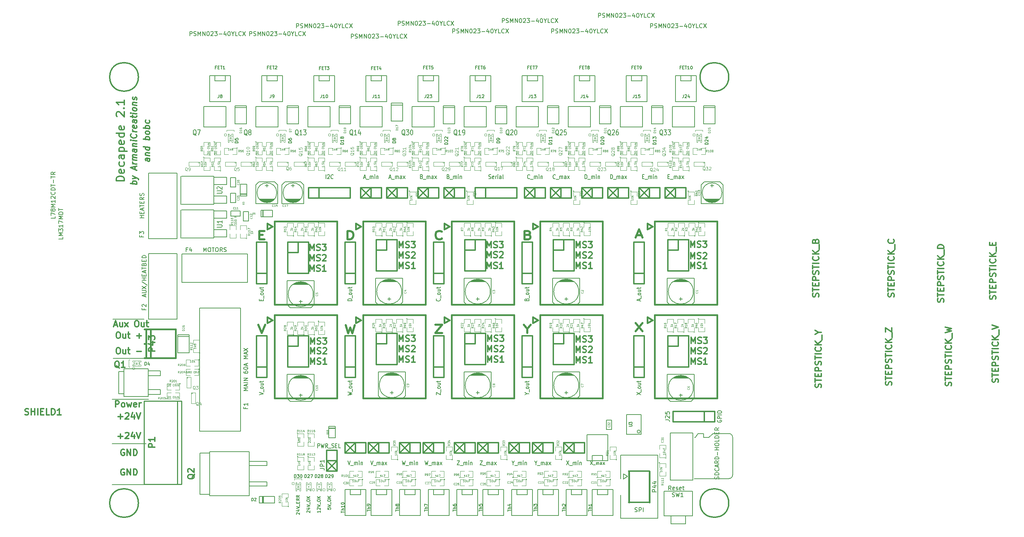
<source format=gto>
G04 (created by PCBNEW (2013-07-07 BZR 4022)-stable) date 30/01/2014 17:39:20*
%MOIN*%
G04 Gerber Fmt 3.4, Leading zero omitted, Abs format*
%FSLAX34Y34*%
G01*
G70*
G90*
G04 APERTURE LIST*
%ADD10C,0.00590551*%
%ADD11C,0.011811*%
%ADD12C,0.02*%
%ADD13C,0.00787402*%
%ADD14C,0.015*%
%ADD15C,0.0039*%
%ADD16C,0.005*%
%ADD17C,0.012*%
%ADD18C,0.008*%
%ADD19C,0.006*%
%ADD20C,0.0031*%
%ADD21C,0.01*%
%ADD22C,0.004*%
%ADD23C,0.0026*%
%ADD24C,0.002*%
%ADD25C,0.0043*%
%ADD26C,0.0045*%
%ADD27C,0.0047*%
%ADD28C,0.0059*%
%ADD29C,0.00625*%
%ADD30C,0.0063*%
G04 APERTURE END LIST*
G54D10*
G54D11*
X489Y34282D02*
X179Y34321D01*
X123Y34300D01*
X95Y34247D01*
X95Y34135D01*
X123Y34075D01*
X460Y34286D02*
X489Y34226D01*
X489Y34085D01*
X460Y34033D01*
X404Y34012D01*
X348Y34019D01*
X292Y34054D01*
X264Y34114D01*
X264Y34254D01*
X235Y34314D01*
X95Y34613D02*
X489Y34564D01*
X151Y34606D02*
X123Y34637D01*
X95Y34697D01*
X95Y34781D01*
X123Y34834D01*
X179Y34855D01*
X489Y34817D01*
X489Y35351D02*
X-101Y35425D01*
X460Y35354D02*
X489Y35295D01*
X489Y35182D01*
X460Y35129D01*
X432Y35105D01*
X376Y35084D01*
X207Y35105D01*
X151Y35140D01*
X123Y35172D01*
X95Y35231D01*
X95Y35344D01*
X123Y35397D01*
X489Y36082D02*
X-101Y36156D01*
X123Y36128D02*
X95Y36188D01*
X95Y36300D01*
X123Y36353D01*
X151Y36377D01*
X207Y36398D01*
X376Y36377D01*
X432Y36342D01*
X460Y36311D01*
X489Y36251D01*
X489Y36138D01*
X460Y36086D01*
X489Y36701D02*
X460Y36648D01*
X432Y36623D01*
X376Y36602D01*
X207Y36623D01*
X151Y36659D01*
X123Y36690D01*
X95Y36750D01*
X95Y36834D01*
X123Y36887D01*
X151Y36912D01*
X207Y36933D01*
X376Y36912D01*
X432Y36877D01*
X460Y36845D01*
X489Y36785D01*
X489Y36701D01*
X489Y37151D02*
X-101Y37225D01*
X123Y37196D02*
X95Y37256D01*
X95Y37369D01*
X123Y37421D01*
X151Y37446D01*
X207Y37467D01*
X376Y37446D01*
X432Y37411D01*
X460Y37379D01*
X489Y37319D01*
X489Y37207D01*
X460Y37154D01*
X460Y37942D02*
X489Y37882D01*
X489Y37769D01*
X460Y37717D01*
X432Y37692D01*
X376Y37671D01*
X207Y37692D01*
X151Y37727D01*
X123Y37759D01*
X95Y37819D01*
X95Y37931D01*
X123Y37984D01*
G54D12*
X10916Y18326D02*
X11250Y17526D01*
X11583Y18326D01*
X19321Y18276D02*
X19559Y17476D01*
X19750Y18047D01*
X19940Y17476D01*
X20178Y18276D01*
X27916Y18326D02*
X28583Y18326D01*
X27916Y17526D01*
X28583Y17526D01*
X36750Y17907D02*
X36750Y17526D01*
X36416Y18326D02*
X36750Y17907D01*
X37083Y18326D01*
X47166Y18476D02*
X47833Y17676D01*
X47833Y18476D02*
X47166Y17676D01*
X11035Y26945D02*
X11369Y26945D01*
X11511Y26526D02*
X11035Y26526D01*
X11035Y27326D01*
X11511Y27326D01*
X19488Y26526D02*
X19488Y27326D01*
X19726Y27326D01*
X19869Y27288D01*
X19964Y27211D01*
X20011Y27135D01*
X20059Y26983D01*
X20059Y26869D01*
X20011Y26716D01*
X19964Y26640D01*
X19869Y26564D01*
X19726Y26526D01*
X19488Y26526D01*
X28559Y26602D02*
X28511Y26564D01*
X28369Y26526D01*
X28273Y26526D01*
X28130Y26564D01*
X28035Y26640D01*
X27988Y26716D01*
X27940Y26869D01*
X27940Y26983D01*
X27988Y27135D01*
X28035Y27211D01*
X28130Y27288D01*
X28273Y27326D01*
X28369Y27326D01*
X28511Y27288D01*
X28559Y27250D01*
X36821Y26945D02*
X36964Y26907D01*
X37011Y26869D01*
X37059Y26792D01*
X37059Y26678D01*
X37011Y26602D01*
X36964Y26564D01*
X36869Y26526D01*
X36488Y26526D01*
X36488Y27326D01*
X36821Y27326D01*
X36916Y27288D01*
X36964Y27250D01*
X37011Y27173D01*
X37011Y27097D01*
X36964Y27021D01*
X36916Y26983D01*
X36821Y26945D01*
X36488Y26945D01*
X47261Y26904D02*
X47738Y26904D01*
X47166Y26676D02*
X47500Y27476D01*
X47833Y26676D01*
G54D13*
X0Y15100D02*
X-3000Y15100D01*
X-50Y18850D02*
X-3050Y18850D01*
G54D11*
X41440Y14660D02*
X41440Y15251D01*
X41637Y14829D01*
X41834Y15251D01*
X41834Y14660D01*
X42087Y14689D02*
X42171Y14660D01*
X42312Y14660D01*
X42368Y14689D01*
X42396Y14717D01*
X42424Y14773D01*
X42424Y14829D01*
X42396Y14885D01*
X42368Y14914D01*
X42312Y14942D01*
X42200Y14970D01*
X42143Y14998D01*
X42115Y15026D01*
X42087Y15082D01*
X42087Y15139D01*
X42115Y15195D01*
X42143Y15223D01*
X42200Y15251D01*
X42340Y15251D01*
X42424Y15223D01*
X42987Y14660D02*
X42649Y14660D01*
X42818Y14660D02*
X42818Y15251D01*
X42762Y15167D01*
X42706Y15110D01*
X42649Y15082D01*
X41440Y15660D02*
X41440Y16251D01*
X41637Y15829D01*
X41834Y16251D01*
X41834Y15660D01*
X42087Y15689D02*
X42171Y15660D01*
X42312Y15660D01*
X42368Y15689D01*
X42396Y15717D01*
X42424Y15773D01*
X42424Y15829D01*
X42396Y15885D01*
X42368Y15914D01*
X42312Y15942D01*
X42200Y15970D01*
X42143Y15998D01*
X42115Y16026D01*
X42087Y16082D01*
X42087Y16139D01*
X42115Y16195D01*
X42143Y16223D01*
X42200Y16251D01*
X42340Y16251D01*
X42424Y16223D01*
X42649Y16195D02*
X42678Y16223D01*
X42734Y16251D01*
X42874Y16251D01*
X42931Y16223D01*
X42959Y16195D01*
X42987Y16139D01*
X42987Y16082D01*
X42959Y15998D01*
X42621Y15660D01*
X42987Y15660D01*
X41440Y16660D02*
X41440Y17251D01*
X41637Y16829D01*
X41834Y17251D01*
X41834Y16660D01*
X42087Y16689D02*
X42171Y16660D01*
X42312Y16660D01*
X42368Y16689D01*
X42396Y16717D01*
X42424Y16773D01*
X42424Y16829D01*
X42396Y16885D01*
X42368Y16914D01*
X42312Y16942D01*
X42200Y16970D01*
X42143Y16998D01*
X42115Y17026D01*
X42087Y17082D01*
X42087Y17139D01*
X42115Y17195D01*
X42143Y17223D01*
X42200Y17251D01*
X42340Y17251D01*
X42424Y17223D01*
X42621Y17251D02*
X42987Y17251D01*
X42790Y17026D01*
X42874Y17026D01*
X42931Y16998D01*
X42959Y16970D01*
X42987Y16914D01*
X42987Y16773D01*
X42959Y16717D01*
X42931Y16689D01*
X42874Y16660D01*
X42706Y16660D01*
X42649Y16689D01*
X42621Y16717D01*
X32940Y14710D02*
X32940Y15301D01*
X33137Y14879D01*
X33334Y15301D01*
X33334Y14710D01*
X33587Y14739D02*
X33671Y14710D01*
X33812Y14710D01*
X33868Y14739D01*
X33896Y14767D01*
X33924Y14823D01*
X33924Y14879D01*
X33896Y14935D01*
X33868Y14964D01*
X33812Y14992D01*
X33700Y15020D01*
X33643Y15048D01*
X33615Y15076D01*
X33587Y15132D01*
X33587Y15189D01*
X33615Y15245D01*
X33643Y15273D01*
X33700Y15301D01*
X33840Y15301D01*
X33924Y15273D01*
X34487Y14710D02*
X34149Y14710D01*
X34318Y14710D02*
X34318Y15301D01*
X34262Y15217D01*
X34206Y15160D01*
X34149Y15132D01*
X32940Y15710D02*
X32940Y16301D01*
X33137Y15879D01*
X33334Y16301D01*
X33334Y15710D01*
X33587Y15739D02*
X33671Y15710D01*
X33812Y15710D01*
X33868Y15739D01*
X33896Y15767D01*
X33924Y15823D01*
X33924Y15879D01*
X33896Y15935D01*
X33868Y15964D01*
X33812Y15992D01*
X33700Y16020D01*
X33643Y16048D01*
X33615Y16076D01*
X33587Y16132D01*
X33587Y16189D01*
X33615Y16245D01*
X33643Y16273D01*
X33700Y16301D01*
X33840Y16301D01*
X33924Y16273D01*
X34149Y16245D02*
X34178Y16273D01*
X34234Y16301D01*
X34374Y16301D01*
X34431Y16273D01*
X34459Y16245D01*
X34487Y16189D01*
X34487Y16132D01*
X34459Y16048D01*
X34121Y15710D01*
X34487Y15710D01*
X32940Y16710D02*
X32940Y17301D01*
X33137Y16879D01*
X33334Y17301D01*
X33334Y16710D01*
X33587Y16739D02*
X33671Y16710D01*
X33812Y16710D01*
X33868Y16739D01*
X33896Y16767D01*
X33924Y16823D01*
X33924Y16879D01*
X33896Y16935D01*
X33868Y16964D01*
X33812Y16992D01*
X33700Y17020D01*
X33643Y17048D01*
X33615Y17076D01*
X33587Y17132D01*
X33587Y17189D01*
X33615Y17245D01*
X33643Y17273D01*
X33700Y17301D01*
X33840Y17301D01*
X33924Y17273D01*
X34121Y17301D02*
X34487Y17301D01*
X34290Y17076D01*
X34374Y17076D01*
X34431Y17048D01*
X34459Y17020D01*
X34487Y16964D01*
X34487Y16823D01*
X34459Y16767D01*
X34431Y16739D01*
X34374Y16710D01*
X34206Y16710D01*
X34149Y16739D01*
X34121Y16767D01*
X24440Y14710D02*
X24440Y15301D01*
X24637Y14879D01*
X24834Y15301D01*
X24834Y14710D01*
X25087Y14739D02*
X25171Y14710D01*
X25312Y14710D01*
X25368Y14739D01*
X25396Y14767D01*
X25424Y14823D01*
X25424Y14879D01*
X25396Y14935D01*
X25368Y14964D01*
X25312Y14992D01*
X25200Y15020D01*
X25143Y15048D01*
X25115Y15076D01*
X25087Y15132D01*
X25087Y15189D01*
X25115Y15245D01*
X25143Y15273D01*
X25200Y15301D01*
X25340Y15301D01*
X25424Y15273D01*
X25987Y14710D02*
X25649Y14710D01*
X25818Y14710D02*
X25818Y15301D01*
X25762Y15217D01*
X25706Y15160D01*
X25649Y15132D01*
X24440Y15710D02*
X24440Y16301D01*
X24637Y15879D01*
X24834Y16301D01*
X24834Y15710D01*
X25087Y15739D02*
X25171Y15710D01*
X25312Y15710D01*
X25368Y15739D01*
X25396Y15767D01*
X25424Y15823D01*
X25424Y15879D01*
X25396Y15935D01*
X25368Y15964D01*
X25312Y15992D01*
X25200Y16020D01*
X25143Y16048D01*
X25115Y16076D01*
X25087Y16132D01*
X25087Y16189D01*
X25115Y16245D01*
X25143Y16273D01*
X25200Y16301D01*
X25340Y16301D01*
X25424Y16273D01*
X25649Y16245D02*
X25678Y16273D01*
X25734Y16301D01*
X25874Y16301D01*
X25931Y16273D01*
X25959Y16245D01*
X25987Y16189D01*
X25987Y16132D01*
X25959Y16048D01*
X25621Y15710D01*
X25987Y15710D01*
X24440Y16710D02*
X24440Y17301D01*
X24637Y16879D01*
X24834Y17301D01*
X24834Y16710D01*
X25087Y16739D02*
X25171Y16710D01*
X25312Y16710D01*
X25368Y16739D01*
X25396Y16767D01*
X25424Y16823D01*
X25424Y16879D01*
X25396Y16935D01*
X25368Y16964D01*
X25312Y16992D01*
X25200Y17020D01*
X25143Y17048D01*
X25115Y17076D01*
X25087Y17132D01*
X25087Y17189D01*
X25115Y17245D01*
X25143Y17273D01*
X25200Y17301D01*
X25340Y17301D01*
X25424Y17273D01*
X25621Y17301D02*
X25987Y17301D01*
X25790Y17076D01*
X25874Y17076D01*
X25931Y17048D01*
X25959Y17020D01*
X25987Y16964D01*
X25987Y16823D01*
X25959Y16767D01*
X25931Y16739D01*
X25874Y16710D01*
X25706Y16710D01*
X25649Y16739D01*
X25621Y16767D01*
X15940Y15510D02*
X15940Y16101D01*
X16137Y15679D01*
X16334Y16101D01*
X16334Y15510D01*
X16587Y15539D02*
X16671Y15510D01*
X16812Y15510D01*
X16868Y15539D01*
X16896Y15567D01*
X16924Y15623D01*
X16924Y15679D01*
X16896Y15735D01*
X16868Y15764D01*
X16812Y15792D01*
X16700Y15820D01*
X16643Y15848D01*
X16615Y15876D01*
X16587Y15932D01*
X16587Y15989D01*
X16615Y16045D01*
X16643Y16073D01*
X16700Y16101D01*
X16840Y16101D01*
X16924Y16073D01*
X17149Y16045D02*
X17178Y16073D01*
X17234Y16101D01*
X17374Y16101D01*
X17431Y16073D01*
X17459Y16045D01*
X17487Y15989D01*
X17487Y15932D01*
X17459Y15848D01*
X17121Y15510D01*
X17487Y15510D01*
X15940Y16460D02*
X15940Y17051D01*
X16137Y16629D01*
X16334Y17051D01*
X16334Y16460D01*
X16587Y16489D02*
X16671Y16460D01*
X16812Y16460D01*
X16868Y16489D01*
X16896Y16517D01*
X16924Y16573D01*
X16924Y16629D01*
X16896Y16685D01*
X16868Y16714D01*
X16812Y16742D01*
X16700Y16770D01*
X16643Y16798D01*
X16615Y16826D01*
X16587Y16882D01*
X16587Y16939D01*
X16615Y16995D01*
X16643Y17023D01*
X16700Y17051D01*
X16840Y17051D01*
X16924Y17023D01*
X17121Y17051D02*
X17487Y17051D01*
X17290Y16826D01*
X17374Y16826D01*
X17431Y16798D01*
X17459Y16770D01*
X17487Y16714D01*
X17487Y16573D01*
X17459Y16517D01*
X17431Y16489D01*
X17374Y16460D01*
X17206Y16460D01*
X17149Y16489D01*
X17121Y16517D01*
X15940Y14510D02*
X15940Y15101D01*
X16137Y14679D01*
X16334Y15101D01*
X16334Y14510D01*
X16587Y14539D02*
X16671Y14510D01*
X16812Y14510D01*
X16868Y14539D01*
X16896Y14567D01*
X16924Y14623D01*
X16924Y14679D01*
X16896Y14735D01*
X16868Y14764D01*
X16812Y14792D01*
X16700Y14820D01*
X16643Y14848D01*
X16615Y14876D01*
X16587Y14932D01*
X16587Y14989D01*
X16615Y15045D01*
X16643Y15073D01*
X16700Y15101D01*
X16840Y15101D01*
X16924Y15073D01*
X17487Y14510D02*
X17149Y14510D01*
X17318Y14510D02*
X17318Y15101D01*
X17262Y15017D01*
X17206Y14960D01*
X17149Y14932D01*
X52490Y14510D02*
X52490Y15101D01*
X52687Y14679D01*
X52884Y15101D01*
X52884Y14510D01*
X53137Y14539D02*
X53221Y14510D01*
X53362Y14510D01*
X53418Y14539D01*
X53446Y14567D01*
X53474Y14623D01*
X53474Y14679D01*
X53446Y14735D01*
X53418Y14764D01*
X53362Y14792D01*
X53250Y14820D01*
X53193Y14848D01*
X53165Y14876D01*
X53137Y14932D01*
X53137Y14989D01*
X53165Y15045D01*
X53193Y15073D01*
X53250Y15101D01*
X53390Y15101D01*
X53474Y15073D01*
X54037Y14510D02*
X53699Y14510D01*
X53868Y14510D02*
X53868Y15101D01*
X53812Y15017D01*
X53756Y14960D01*
X53699Y14932D01*
X52440Y24660D02*
X52440Y25251D01*
X52637Y24829D01*
X52834Y25251D01*
X52834Y24660D01*
X53087Y24689D02*
X53171Y24660D01*
X53312Y24660D01*
X53368Y24689D01*
X53396Y24717D01*
X53424Y24773D01*
X53424Y24829D01*
X53396Y24885D01*
X53368Y24914D01*
X53312Y24942D01*
X53200Y24970D01*
X53143Y24998D01*
X53115Y25026D01*
X53087Y25082D01*
X53087Y25139D01*
X53115Y25195D01*
X53143Y25223D01*
X53200Y25251D01*
X53340Y25251D01*
X53424Y25223D01*
X53649Y25195D02*
X53678Y25223D01*
X53734Y25251D01*
X53874Y25251D01*
X53931Y25223D01*
X53959Y25195D01*
X53987Y25139D01*
X53987Y25082D01*
X53959Y24998D01*
X53621Y24660D01*
X53987Y24660D01*
X52490Y16510D02*
X52490Y17101D01*
X52687Y16679D01*
X52884Y17101D01*
X52884Y16510D01*
X53137Y16539D02*
X53221Y16510D01*
X53362Y16510D01*
X53418Y16539D01*
X53446Y16567D01*
X53474Y16623D01*
X53474Y16679D01*
X53446Y16735D01*
X53418Y16764D01*
X53362Y16792D01*
X53250Y16820D01*
X53193Y16848D01*
X53165Y16876D01*
X53137Y16932D01*
X53137Y16989D01*
X53165Y17045D01*
X53193Y17073D01*
X53250Y17101D01*
X53390Y17101D01*
X53474Y17073D01*
X53671Y17101D02*
X54037Y17101D01*
X53840Y16876D01*
X53924Y16876D01*
X53981Y16848D01*
X54009Y16820D01*
X54037Y16764D01*
X54037Y16623D01*
X54009Y16567D01*
X53981Y16539D01*
X53924Y16510D01*
X53756Y16510D01*
X53699Y16539D01*
X53671Y16567D01*
X52440Y25760D02*
X52440Y26351D01*
X52637Y25929D01*
X52834Y26351D01*
X52834Y25760D01*
X53087Y25789D02*
X53171Y25760D01*
X53312Y25760D01*
X53368Y25789D01*
X53396Y25817D01*
X53424Y25873D01*
X53424Y25929D01*
X53396Y25985D01*
X53368Y26014D01*
X53312Y26042D01*
X53200Y26070D01*
X53143Y26098D01*
X53115Y26126D01*
X53087Y26182D01*
X53087Y26239D01*
X53115Y26295D01*
X53143Y26323D01*
X53200Y26351D01*
X53340Y26351D01*
X53424Y26323D01*
X53621Y26351D02*
X53987Y26351D01*
X53790Y26126D01*
X53874Y26126D01*
X53931Y26098D01*
X53959Y26070D01*
X53987Y26014D01*
X53987Y25873D01*
X53959Y25817D01*
X53931Y25789D01*
X53874Y25760D01*
X53706Y25760D01*
X53649Y25789D01*
X53621Y25817D01*
X52490Y15510D02*
X52490Y16101D01*
X52687Y15679D01*
X52884Y16101D01*
X52884Y15510D01*
X53137Y15539D02*
X53221Y15510D01*
X53362Y15510D01*
X53418Y15539D01*
X53446Y15567D01*
X53474Y15623D01*
X53474Y15679D01*
X53446Y15735D01*
X53418Y15764D01*
X53362Y15792D01*
X53250Y15820D01*
X53193Y15848D01*
X53165Y15876D01*
X53137Y15932D01*
X53137Y15989D01*
X53165Y16045D01*
X53193Y16073D01*
X53250Y16101D01*
X53390Y16101D01*
X53474Y16073D01*
X53699Y16045D02*
X53728Y16073D01*
X53784Y16101D01*
X53924Y16101D01*
X53981Y16073D01*
X54009Y16045D01*
X54037Y15989D01*
X54037Y15932D01*
X54009Y15848D01*
X53671Y15510D01*
X54037Y15510D01*
X52440Y23710D02*
X52440Y24301D01*
X52637Y23879D01*
X52834Y24301D01*
X52834Y23710D01*
X53087Y23739D02*
X53171Y23710D01*
X53312Y23710D01*
X53368Y23739D01*
X53396Y23767D01*
X53424Y23823D01*
X53424Y23879D01*
X53396Y23935D01*
X53368Y23964D01*
X53312Y23992D01*
X53200Y24020D01*
X53143Y24048D01*
X53115Y24076D01*
X53087Y24132D01*
X53087Y24189D01*
X53115Y24245D01*
X53143Y24273D01*
X53200Y24301D01*
X53340Y24301D01*
X53424Y24273D01*
X53987Y23710D02*
X53649Y23710D01*
X53818Y23710D02*
X53818Y24301D01*
X53762Y24217D01*
X53706Y24160D01*
X53649Y24132D01*
X41440Y23710D02*
X41440Y24301D01*
X41637Y23879D01*
X41834Y24301D01*
X41834Y23710D01*
X42087Y23739D02*
X42171Y23710D01*
X42312Y23710D01*
X42368Y23739D01*
X42396Y23767D01*
X42424Y23823D01*
X42424Y23879D01*
X42396Y23935D01*
X42368Y23964D01*
X42312Y23992D01*
X42200Y24020D01*
X42143Y24048D01*
X42115Y24076D01*
X42087Y24132D01*
X42087Y24189D01*
X42115Y24245D01*
X42143Y24273D01*
X42200Y24301D01*
X42340Y24301D01*
X42424Y24273D01*
X42987Y23710D02*
X42649Y23710D01*
X42818Y23710D02*
X42818Y24301D01*
X42762Y24217D01*
X42706Y24160D01*
X42649Y24132D01*
X41440Y24710D02*
X41440Y25301D01*
X41637Y24879D01*
X41834Y25301D01*
X41834Y24710D01*
X42087Y24739D02*
X42171Y24710D01*
X42312Y24710D01*
X42368Y24739D01*
X42396Y24767D01*
X42424Y24823D01*
X42424Y24879D01*
X42396Y24935D01*
X42368Y24964D01*
X42312Y24992D01*
X42200Y25020D01*
X42143Y25048D01*
X42115Y25076D01*
X42087Y25132D01*
X42087Y25189D01*
X42115Y25245D01*
X42143Y25273D01*
X42200Y25301D01*
X42340Y25301D01*
X42424Y25273D01*
X42649Y25245D02*
X42678Y25273D01*
X42734Y25301D01*
X42874Y25301D01*
X42931Y25273D01*
X42959Y25245D01*
X42987Y25189D01*
X42987Y25132D01*
X42959Y25048D01*
X42621Y24710D01*
X42987Y24710D01*
X32890Y24760D02*
X32890Y25351D01*
X33087Y24929D01*
X33284Y25351D01*
X33284Y24760D01*
X33537Y24789D02*
X33621Y24760D01*
X33762Y24760D01*
X33818Y24789D01*
X33846Y24817D01*
X33874Y24873D01*
X33874Y24929D01*
X33846Y24985D01*
X33818Y25014D01*
X33762Y25042D01*
X33650Y25070D01*
X33593Y25098D01*
X33565Y25126D01*
X33537Y25182D01*
X33537Y25239D01*
X33565Y25295D01*
X33593Y25323D01*
X33650Y25351D01*
X33790Y25351D01*
X33874Y25323D01*
X34099Y25295D02*
X34128Y25323D01*
X34184Y25351D01*
X34324Y25351D01*
X34381Y25323D01*
X34409Y25295D01*
X34437Y25239D01*
X34437Y25182D01*
X34409Y25098D01*
X34071Y24760D01*
X34437Y24760D01*
X32890Y23710D02*
X32890Y24301D01*
X33087Y23879D01*
X33284Y24301D01*
X33284Y23710D01*
X33537Y23739D02*
X33621Y23710D01*
X33762Y23710D01*
X33818Y23739D01*
X33846Y23767D01*
X33874Y23823D01*
X33874Y23879D01*
X33846Y23935D01*
X33818Y23964D01*
X33762Y23992D01*
X33650Y24020D01*
X33593Y24048D01*
X33565Y24076D01*
X33537Y24132D01*
X33537Y24189D01*
X33565Y24245D01*
X33593Y24273D01*
X33650Y24301D01*
X33790Y24301D01*
X33874Y24273D01*
X34437Y23710D02*
X34099Y23710D01*
X34268Y23710D02*
X34268Y24301D01*
X34212Y24217D01*
X34156Y24160D01*
X34099Y24132D01*
X41440Y25710D02*
X41440Y26301D01*
X41637Y25879D01*
X41834Y26301D01*
X41834Y25710D01*
X42087Y25739D02*
X42171Y25710D01*
X42312Y25710D01*
X42368Y25739D01*
X42396Y25767D01*
X42424Y25823D01*
X42424Y25879D01*
X42396Y25935D01*
X42368Y25964D01*
X42312Y25992D01*
X42200Y26020D01*
X42143Y26048D01*
X42115Y26076D01*
X42087Y26132D01*
X42087Y26189D01*
X42115Y26245D01*
X42143Y26273D01*
X42200Y26301D01*
X42340Y26301D01*
X42424Y26273D01*
X42621Y26301D02*
X42987Y26301D01*
X42790Y26076D01*
X42874Y26076D01*
X42931Y26048D01*
X42959Y26020D01*
X42987Y25964D01*
X42987Y25823D01*
X42959Y25767D01*
X42931Y25739D01*
X42874Y25710D01*
X42706Y25710D01*
X42649Y25739D01*
X42621Y25767D01*
X32890Y25710D02*
X32890Y26301D01*
X33087Y25879D01*
X33284Y26301D01*
X33284Y25710D01*
X33537Y25739D02*
X33621Y25710D01*
X33762Y25710D01*
X33818Y25739D01*
X33846Y25767D01*
X33874Y25823D01*
X33874Y25879D01*
X33846Y25935D01*
X33818Y25964D01*
X33762Y25992D01*
X33650Y26020D01*
X33593Y26048D01*
X33565Y26076D01*
X33537Y26132D01*
X33537Y26189D01*
X33565Y26245D01*
X33593Y26273D01*
X33650Y26301D01*
X33790Y26301D01*
X33874Y26273D01*
X34071Y26301D02*
X34437Y26301D01*
X34240Y26076D01*
X34324Y26076D01*
X34381Y26048D01*
X34409Y26020D01*
X34437Y25964D01*
X34437Y25823D01*
X34409Y25767D01*
X34381Y25739D01*
X34324Y25710D01*
X34156Y25710D01*
X34099Y25739D01*
X34071Y25767D01*
X24440Y23710D02*
X24440Y24301D01*
X24637Y23879D01*
X24834Y24301D01*
X24834Y23710D01*
X25087Y23739D02*
X25171Y23710D01*
X25312Y23710D01*
X25368Y23739D01*
X25396Y23767D01*
X25424Y23823D01*
X25424Y23879D01*
X25396Y23935D01*
X25368Y23964D01*
X25312Y23992D01*
X25200Y24020D01*
X25143Y24048D01*
X25115Y24076D01*
X25087Y24132D01*
X25087Y24189D01*
X25115Y24245D01*
X25143Y24273D01*
X25200Y24301D01*
X25340Y24301D01*
X25424Y24273D01*
X25987Y23710D02*
X25649Y23710D01*
X25818Y23710D02*
X25818Y24301D01*
X25762Y24217D01*
X25706Y24160D01*
X25649Y24132D01*
X24440Y24710D02*
X24440Y25301D01*
X24637Y24879D01*
X24834Y25301D01*
X24834Y24710D01*
X25087Y24739D02*
X25171Y24710D01*
X25312Y24710D01*
X25368Y24739D01*
X25396Y24767D01*
X25424Y24823D01*
X25424Y24879D01*
X25396Y24935D01*
X25368Y24964D01*
X25312Y24992D01*
X25200Y25020D01*
X25143Y25048D01*
X25115Y25076D01*
X25087Y25132D01*
X25087Y25189D01*
X25115Y25245D01*
X25143Y25273D01*
X25200Y25301D01*
X25340Y25301D01*
X25424Y25273D01*
X25649Y25245D02*
X25678Y25273D01*
X25734Y25301D01*
X25874Y25301D01*
X25931Y25273D01*
X25959Y25245D01*
X25987Y25189D01*
X25987Y25132D01*
X25959Y25048D01*
X25621Y24710D01*
X25987Y24710D01*
X24440Y25710D02*
X24440Y26301D01*
X24637Y25879D01*
X24834Y26301D01*
X24834Y25710D01*
X25087Y25739D02*
X25171Y25710D01*
X25312Y25710D01*
X25368Y25739D01*
X25396Y25767D01*
X25424Y25823D01*
X25424Y25879D01*
X25396Y25935D01*
X25368Y25964D01*
X25312Y25992D01*
X25200Y26020D01*
X25143Y26048D01*
X25115Y26076D01*
X25087Y26132D01*
X25087Y26189D01*
X25115Y26245D01*
X25143Y26273D01*
X25200Y26301D01*
X25340Y26301D01*
X25424Y26273D01*
X25621Y26301D02*
X25987Y26301D01*
X25790Y26076D01*
X25874Y26076D01*
X25931Y26048D01*
X25959Y26020D01*
X25987Y25964D01*
X25987Y25823D01*
X25959Y25767D01*
X25931Y25739D01*
X25874Y25710D01*
X25706Y25710D01*
X25649Y25739D01*
X25621Y25767D01*
X15890Y24460D02*
X15890Y25051D01*
X16087Y24629D01*
X16284Y25051D01*
X16284Y24460D01*
X16537Y24489D02*
X16621Y24460D01*
X16762Y24460D01*
X16818Y24489D01*
X16846Y24517D01*
X16874Y24573D01*
X16874Y24629D01*
X16846Y24685D01*
X16818Y24714D01*
X16762Y24742D01*
X16650Y24770D01*
X16593Y24798D01*
X16565Y24826D01*
X16537Y24882D01*
X16537Y24939D01*
X16565Y24995D01*
X16593Y25023D01*
X16650Y25051D01*
X16790Y25051D01*
X16874Y25023D01*
X17099Y24995D02*
X17128Y25023D01*
X17184Y25051D01*
X17324Y25051D01*
X17381Y25023D01*
X17409Y24995D01*
X17437Y24939D01*
X17437Y24882D01*
X17409Y24798D01*
X17071Y24460D01*
X17437Y24460D01*
X15890Y23460D02*
X15890Y24051D01*
X16087Y23629D01*
X16284Y24051D01*
X16284Y23460D01*
X16537Y23489D02*
X16621Y23460D01*
X16762Y23460D01*
X16818Y23489D01*
X16846Y23517D01*
X16874Y23573D01*
X16874Y23629D01*
X16846Y23685D01*
X16818Y23714D01*
X16762Y23742D01*
X16650Y23770D01*
X16593Y23798D01*
X16565Y23826D01*
X16537Y23882D01*
X16537Y23939D01*
X16565Y23995D01*
X16593Y24023D01*
X16650Y24051D01*
X16790Y24051D01*
X16874Y24023D01*
X17437Y23460D02*
X17099Y23460D01*
X17268Y23460D02*
X17268Y24051D01*
X17212Y23967D01*
X17156Y23910D01*
X17099Y23882D01*
X15890Y25460D02*
X15890Y26051D01*
X16087Y25629D01*
X16284Y26051D01*
X16284Y25460D01*
X16537Y25489D02*
X16621Y25460D01*
X16762Y25460D01*
X16818Y25489D01*
X16846Y25517D01*
X16874Y25573D01*
X16874Y25629D01*
X16846Y25685D01*
X16818Y25714D01*
X16762Y25742D01*
X16650Y25770D01*
X16593Y25798D01*
X16565Y25826D01*
X16537Y25882D01*
X16537Y25939D01*
X16565Y25995D01*
X16593Y26023D01*
X16650Y26051D01*
X16790Y26051D01*
X16874Y26023D01*
X17071Y26051D02*
X17437Y26051D01*
X17240Y25826D01*
X17324Y25826D01*
X17381Y25798D01*
X17409Y25770D01*
X17437Y25714D01*
X17437Y25573D01*
X17409Y25517D01*
X17381Y25489D01*
X17324Y25460D01*
X17156Y25460D01*
X17099Y25489D01*
X17071Y25517D01*
X-2582Y16101D02*
X-2470Y16101D01*
X-2413Y16073D01*
X-2357Y16017D01*
X-2329Y15904D01*
X-2329Y15707D01*
X-2357Y15595D01*
X-2413Y15539D01*
X-2470Y15510D01*
X-2582Y15510D01*
X-2638Y15539D01*
X-2695Y15595D01*
X-2723Y15707D01*
X-2723Y15904D01*
X-2695Y16017D01*
X-2638Y16073D01*
X-2582Y16101D01*
X-1823Y15904D02*
X-1823Y15510D01*
X-2076Y15904D02*
X-2076Y15595D01*
X-2048Y15539D01*
X-1992Y15510D01*
X-1907Y15510D01*
X-1851Y15539D01*
X-1823Y15567D01*
X-1626Y15904D02*
X-1401Y15904D01*
X-1542Y16101D02*
X-1542Y15595D01*
X-1514Y15539D01*
X-1457Y15510D01*
X-1401Y15510D01*
X-754Y15735D02*
X-304Y15735D01*
X-2582Y17601D02*
X-2470Y17601D01*
X-2413Y17573D01*
X-2357Y17517D01*
X-2329Y17404D01*
X-2329Y17207D01*
X-2357Y17095D01*
X-2413Y17039D01*
X-2470Y17010D01*
X-2582Y17010D01*
X-2638Y17039D01*
X-2695Y17095D01*
X-2723Y17207D01*
X-2723Y17404D01*
X-2695Y17517D01*
X-2638Y17573D01*
X-2582Y17601D01*
X-1823Y17404D02*
X-1823Y17010D01*
X-2076Y17404D02*
X-2076Y17095D01*
X-2048Y17039D01*
X-1992Y17010D01*
X-1907Y17010D01*
X-1851Y17039D01*
X-1823Y17067D01*
X-1626Y17404D02*
X-1401Y17404D01*
X-1542Y17601D02*
X-1542Y17095D01*
X-1514Y17039D01*
X-1457Y17010D01*
X-1401Y17010D01*
X-754Y17235D02*
X-304Y17235D01*
X-529Y17010D02*
X-529Y17460D01*
X-1949Y6323D02*
X-2006Y6351D01*
X-2090Y6351D01*
X-2174Y6323D01*
X-2231Y6267D01*
X-2259Y6210D01*
X-2287Y6098D01*
X-2287Y6014D01*
X-2259Y5901D01*
X-2231Y5845D01*
X-2174Y5789D01*
X-2090Y5760D01*
X-2034Y5760D01*
X-1949Y5789D01*
X-1921Y5817D01*
X-1921Y6014D01*
X-2034Y6014D01*
X-1668Y5760D02*
X-1668Y6351D01*
X-1331Y5760D01*
X-1331Y6351D01*
X-1050Y5760D02*
X-1050Y6351D01*
X-909Y6351D01*
X-825Y6323D01*
X-768Y6267D01*
X-740Y6210D01*
X-712Y6098D01*
X-712Y6014D01*
X-740Y5901D01*
X-768Y5845D01*
X-825Y5789D01*
X-909Y5760D01*
X-1050Y5760D01*
X-1949Y4433D02*
X-2006Y4461D01*
X-2090Y4461D01*
X-2174Y4433D01*
X-2231Y4377D01*
X-2259Y4321D01*
X-2287Y4208D01*
X-2287Y4124D01*
X-2259Y4011D01*
X-2231Y3955D01*
X-2174Y3899D01*
X-2090Y3871D01*
X-2034Y3871D01*
X-1949Y3899D01*
X-1921Y3927D01*
X-1921Y4124D01*
X-2034Y4124D01*
X-1668Y3871D02*
X-1668Y4461D01*
X-1331Y3871D01*
X-1331Y4461D01*
X-1050Y3871D02*
X-1050Y4461D01*
X-909Y4461D01*
X-825Y4433D01*
X-768Y4377D01*
X-740Y4321D01*
X-712Y4208D01*
X-712Y4124D01*
X-740Y4011D01*
X-768Y3955D01*
X-825Y3899D01*
X-909Y3871D01*
X-1050Y3871D01*
X-2540Y9485D02*
X-2090Y9485D01*
X-2315Y9260D02*
X-2315Y9710D01*
X-1837Y9795D02*
X-1809Y9823D01*
X-1753Y9851D01*
X-1612Y9851D01*
X-1556Y9823D01*
X-1528Y9795D01*
X-1499Y9739D01*
X-1499Y9682D01*
X-1528Y9598D01*
X-1865Y9260D01*
X-1499Y9260D01*
X-993Y9654D02*
X-993Y9260D01*
X-1134Y9879D02*
X-1275Y9457D01*
X-909Y9457D01*
X-768Y9851D02*
X-571Y9260D01*
X-375Y9851D01*
X-2540Y7596D02*
X-2090Y7596D01*
X-2315Y7371D02*
X-2315Y7821D01*
X-1837Y7905D02*
X-1809Y7933D01*
X-1753Y7961D01*
X-1612Y7961D01*
X-1556Y7933D01*
X-1528Y7905D01*
X-1499Y7849D01*
X-1499Y7793D01*
X-1528Y7708D01*
X-1865Y7371D01*
X-1499Y7371D01*
X-993Y7764D02*
X-993Y7371D01*
X-1134Y7989D02*
X-1275Y7568D01*
X-909Y7568D01*
X-768Y7961D02*
X-571Y7371D01*
X-375Y7961D01*
G54D13*
X400Y2950D02*
X-3100Y2950D01*
X400Y11150D02*
X-3100Y11150D01*
X150Y6900D02*
X-3100Y6900D01*
G54D11*
X-1931Y32137D02*
X-2718Y32137D01*
X-2718Y32325D01*
X-2681Y32437D01*
X-2606Y32512D01*
X-2531Y32550D01*
X-2381Y32587D01*
X-2268Y32587D01*
X-2118Y32550D01*
X-2043Y32512D01*
X-1968Y32437D01*
X-1931Y32325D01*
X-1931Y32137D01*
X-1968Y33225D02*
X-1931Y33150D01*
X-1931Y33000D01*
X-1968Y32925D01*
X-2043Y32887D01*
X-2343Y32887D01*
X-2418Y32925D01*
X-2456Y33000D01*
X-2456Y33150D01*
X-2418Y33225D01*
X-2343Y33262D01*
X-2268Y33262D01*
X-2193Y32887D01*
X-1968Y33937D02*
X-1931Y33862D01*
X-1931Y33712D01*
X-1968Y33637D01*
X-2006Y33600D01*
X-2081Y33562D01*
X-2306Y33562D01*
X-2381Y33600D01*
X-2418Y33637D01*
X-2456Y33712D01*
X-2456Y33862D01*
X-2418Y33937D01*
X-1931Y34612D02*
X-2343Y34612D01*
X-2418Y34575D01*
X-2456Y34500D01*
X-2456Y34350D01*
X-2418Y34275D01*
X-1968Y34612D02*
X-1931Y34537D01*
X-1931Y34350D01*
X-1968Y34275D01*
X-2043Y34237D01*
X-2118Y34237D01*
X-2193Y34275D01*
X-2231Y34350D01*
X-2231Y34537D01*
X-2268Y34612D01*
X-2456Y34987D02*
X-1668Y34987D01*
X-2418Y34987D02*
X-2456Y35062D01*
X-2456Y35212D01*
X-2418Y35287D01*
X-2381Y35325D01*
X-2306Y35362D01*
X-2081Y35362D01*
X-2006Y35325D01*
X-1968Y35287D01*
X-1931Y35212D01*
X-1931Y35062D01*
X-1968Y34987D01*
X-1968Y36000D02*
X-1931Y35925D01*
X-1931Y35775D01*
X-1968Y35700D01*
X-2043Y35662D01*
X-2343Y35662D01*
X-2418Y35700D01*
X-2456Y35775D01*
X-2456Y35925D01*
X-2418Y36000D01*
X-2343Y36037D01*
X-2268Y36037D01*
X-2193Y35662D01*
X-1931Y36712D02*
X-2718Y36712D01*
X-1968Y36712D02*
X-1931Y36637D01*
X-1931Y36487D01*
X-1968Y36412D01*
X-2006Y36374D01*
X-2081Y36337D01*
X-2306Y36337D01*
X-2381Y36374D01*
X-2418Y36412D01*
X-2456Y36487D01*
X-2456Y36637D01*
X-2418Y36712D01*
X-1968Y37387D02*
X-1931Y37312D01*
X-1931Y37162D01*
X-1968Y37087D01*
X-2043Y37049D01*
X-2343Y37049D01*
X-2418Y37087D01*
X-2456Y37162D01*
X-2456Y37312D01*
X-2418Y37387D01*
X-2343Y37424D01*
X-2268Y37424D01*
X-2193Y37049D01*
X-2643Y38324D02*
X-2681Y38362D01*
X-2718Y38437D01*
X-2718Y38624D01*
X-2681Y38699D01*
X-2643Y38737D01*
X-2568Y38774D01*
X-2493Y38774D01*
X-2381Y38737D01*
X-1931Y38287D01*
X-1931Y38774D01*
X-2006Y39112D02*
X-1968Y39149D01*
X-1931Y39112D01*
X-1968Y39074D01*
X-2006Y39112D01*
X-1931Y39112D01*
X-1931Y39899D02*
X-1931Y39449D01*
X-1931Y39674D02*
X-2718Y39674D01*
X-2606Y39599D01*
X-2531Y39524D01*
X-2493Y39449D01*
X-760Y31808D02*
X-1351Y31881D01*
X-1126Y31853D02*
X-1154Y31913D01*
X-1154Y32026D01*
X-1126Y32078D01*
X-1098Y32103D01*
X-1042Y32124D01*
X-873Y32103D01*
X-817Y32068D01*
X-789Y32036D01*
X-760Y31976D01*
X-760Y31864D01*
X-789Y31811D01*
X-1154Y32335D02*
X-760Y32426D01*
X-1154Y32616D02*
X-760Y32426D01*
X-620Y32352D01*
X-592Y32321D01*
X-564Y32261D01*
X-929Y33235D02*
X-929Y33516D01*
X-760Y33157D02*
X-1351Y33428D01*
X-760Y33551D01*
X-760Y33748D02*
X-1154Y33797D01*
X-1042Y33783D02*
X-1098Y33818D01*
X-1126Y33850D01*
X-1154Y33910D01*
X-1154Y33966D01*
X-760Y34114D02*
X-1154Y34163D01*
X-1098Y34156D02*
X-1126Y34187D01*
X-1154Y34247D01*
X-1154Y34332D01*
X-1126Y34384D01*
X-1070Y34405D01*
X-760Y34367D01*
X-1070Y34405D02*
X-1126Y34441D01*
X-1154Y34500D01*
X-1154Y34585D01*
X-1126Y34637D01*
X-1070Y34658D01*
X-760Y34620D01*
X-760Y35154D02*
X-1070Y35193D01*
X-1126Y35172D01*
X-1154Y35119D01*
X-1154Y35006D01*
X-1126Y34947D01*
X-789Y35158D02*
X-760Y35098D01*
X-760Y34957D01*
X-789Y34905D01*
X-845Y34883D01*
X-901Y34890D01*
X-957Y34926D01*
X-985Y34985D01*
X-985Y35126D01*
X-1014Y35186D01*
X-1154Y35485D02*
X-760Y35435D01*
X-1098Y35477D02*
X-1126Y35509D01*
X-1154Y35569D01*
X-1154Y35653D01*
X-1126Y35706D01*
X-1070Y35727D01*
X-760Y35688D01*
X-760Y35970D02*
X-1154Y36019D01*
X-1351Y36043D02*
X-1323Y36012D01*
X-1295Y36036D01*
X-1323Y36068D01*
X-1351Y36043D01*
X-1295Y36036D01*
X-817Y36595D02*
X-789Y36564D01*
X-760Y36476D01*
X-760Y36420D01*
X-789Y36339D01*
X-845Y36290D01*
X-901Y36268D01*
X-1014Y36254D01*
X-1098Y36265D01*
X-1210Y36307D01*
X-1267Y36342D01*
X-1323Y36406D01*
X-1351Y36493D01*
X-1351Y36550D01*
X-1323Y36630D01*
X-1295Y36655D01*
X-760Y36841D02*
X-1154Y36891D01*
X-1042Y36877D02*
X-1098Y36912D01*
X-1126Y36943D01*
X-1154Y37003D01*
X-1154Y37059D01*
X-789Y37435D02*
X-760Y37376D01*
X-760Y37263D01*
X-789Y37210D01*
X-845Y37189D01*
X-1070Y37218D01*
X-1126Y37253D01*
X-1154Y37312D01*
X-1154Y37425D01*
X-1126Y37478D01*
X-1070Y37499D01*
X-1014Y37492D01*
X-957Y37203D01*
X-760Y37966D02*
X-1070Y38005D01*
X-1126Y37984D01*
X-1154Y37931D01*
X-1154Y37819D01*
X-1126Y37759D01*
X-789Y37970D02*
X-760Y37910D01*
X-760Y37769D01*
X-789Y37717D01*
X-845Y37696D01*
X-901Y37703D01*
X-957Y37738D01*
X-985Y37798D01*
X-985Y37938D01*
X-1014Y37998D01*
X-1154Y38212D02*
X-1154Y38437D01*
X-1351Y38321D02*
X-845Y38258D01*
X-789Y38279D01*
X-760Y38332D01*
X-760Y38388D01*
X-760Y38585D02*
X-1154Y38634D01*
X-1351Y38659D02*
X-1323Y38627D01*
X-1295Y38652D01*
X-1323Y38683D01*
X-1351Y38659D01*
X-1295Y38652D01*
X-760Y38950D02*
X-789Y38898D01*
X-817Y38873D01*
X-873Y38852D01*
X-1042Y38873D01*
X-1098Y38908D01*
X-1126Y38940D01*
X-1154Y39000D01*
X-1154Y39084D01*
X-1126Y39137D01*
X-1098Y39161D01*
X-1042Y39183D01*
X-873Y39161D01*
X-817Y39126D01*
X-789Y39095D01*
X-760Y39035D01*
X-760Y38950D01*
X-1154Y39450D02*
X-760Y39400D01*
X-1098Y39443D02*
X-1126Y39474D01*
X-1154Y39534D01*
X-1154Y39618D01*
X-1126Y39671D01*
X-1070Y39692D01*
X-760Y39654D01*
X-789Y39910D02*
X-760Y39963D01*
X-760Y40075D01*
X-789Y40135D01*
X-845Y40170D01*
X-873Y40174D01*
X-929Y40153D01*
X-957Y40100D01*
X-957Y40016D01*
X-985Y39963D01*
X-1042Y39942D01*
X-1070Y39945D01*
X-1126Y39980D01*
X-1154Y40040D01*
X-1154Y40125D01*
X-1126Y40177D01*
G54D14*
X48300Y28050D02*
X48800Y27750D01*
X48800Y27750D02*
X48300Y27500D01*
X48300Y27500D02*
X48300Y28000D01*
X55000Y28250D02*
X55000Y20250D01*
X55000Y20250D02*
X49000Y20250D01*
X49000Y20250D02*
X49000Y28250D01*
X49000Y28250D02*
X55000Y28250D01*
X37300Y19050D02*
X37800Y18750D01*
X37800Y18750D02*
X37300Y18500D01*
X37300Y18500D02*
X37300Y19000D01*
X44000Y19250D02*
X44000Y11250D01*
X44000Y11250D02*
X38000Y11250D01*
X38000Y11250D02*
X38000Y19250D01*
X38000Y19250D02*
X44000Y19250D01*
X28800Y28050D02*
X29300Y27750D01*
X29300Y27750D02*
X28800Y27500D01*
X28800Y27500D02*
X28800Y28000D01*
X35500Y28250D02*
X35500Y20250D01*
X35500Y20250D02*
X29500Y20250D01*
X29500Y20250D02*
X29500Y28250D01*
X29500Y28250D02*
X35500Y28250D01*
X28800Y19050D02*
X29300Y18750D01*
X29300Y18750D02*
X28800Y18500D01*
X28800Y18500D02*
X28800Y19000D01*
X35500Y19250D02*
X35500Y11250D01*
X35500Y11250D02*
X29500Y11250D01*
X29500Y11250D02*
X29500Y19250D01*
X29500Y19250D02*
X35500Y19250D01*
X20300Y19050D02*
X20800Y18750D01*
X20800Y18750D02*
X20300Y18500D01*
X20300Y18500D02*
X20300Y19000D01*
X27000Y19250D02*
X27000Y11250D01*
X27000Y11250D02*
X21000Y11250D01*
X21000Y11250D02*
X21000Y19250D01*
X21000Y19250D02*
X27000Y19250D01*
X11800Y19050D02*
X12300Y18750D01*
X12300Y18750D02*
X11800Y18500D01*
X11800Y18500D02*
X11800Y19000D01*
X18500Y19250D02*
X18500Y11250D01*
X18500Y11250D02*
X12500Y11250D01*
X12500Y11250D02*
X12500Y19250D01*
X12500Y19250D02*
X18500Y19250D01*
X48300Y19050D02*
X48800Y18750D01*
X48800Y18750D02*
X48300Y18500D01*
X48300Y18500D02*
X48300Y19000D01*
X55000Y19250D02*
X55000Y11250D01*
X55000Y11250D02*
X49000Y11250D01*
X49000Y11250D02*
X49000Y19250D01*
X49000Y19250D02*
X55000Y19250D01*
X37300Y28050D02*
X37800Y27750D01*
X37800Y27750D02*
X37300Y27500D01*
X37300Y27500D02*
X37300Y28000D01*
X44000Y28250D02*
X44000Y20250D01*
X44000Y20250D02*
X38000Y20250D01*
X38000Y20250D02*
X38000Y28250D01*
X38000Y28250D02*
X44000Y28250D01*
X20300Y28050D02*
X20800Y27750D01*
X20800Y27750D02*
X20300Y27500D01*
X20300Y27500D02*
X20300Y28000D01*
X27000Y28250D02*
X27000Y20250D01*
X27000Y20250D02*
X21000Y20250D01*
X21000Y20250D02*
X21000Y28250D01*
X21000Y28250D02*
X27000Y28250D01*
X11800Y28050D02*
X12300Y27750D01*
X12300Y27750D02*
X11800Y27500D01*
X11800Y27500D02*
X11800Y28000D01*
X18500Y28250D02*
X18500Y20250D01*
X18500Y20250D02*
X12500Y20250D01*
X12500Y20250D02*
X12500Y28250D01*
X12500Y28250D02*
X18500Y28250D01*
G54D15*
X14350Y26850D02*
G75*
G03X14350Y26850I-50J0D01*
G74*
G01*
X14300Y27300D02*
X14300Y26900D01*
X14300Y26900D02*
X13700Y26900D01*
X13700Y26900D02*
X13700Y27300D01*
X13700Y27700D02*
X13700Y28100D01*
X13700Y28100D02*
X14300Y28100D01*
X14300Y28100D02*
X14300Y27700D01*
X23850Y26850D02*
G75*
G03X23850Y26850I-50J0D01*
G74*
G01*
X23800Y27300D02*
X23800Y26900D01*
X23800Y26900D02*
X23200Y26900D01*
X23200Y26900D02*
X23200Y27300D01*
X23200Y27700D02*
X23200Y28100D01*
X23200Y28100D02*
X23800Y28100D01*
X23800Y28100D02*
X23800Y27700D01*
X24850Y26850D02*
G75*
G03X24850Y26850I-50J0D01*
G74*
G01*
X24800Y27300D02*
X24800Y26900D01*
X24800Y26900D02*
X24200Y26900D01*
X24200Y26900D02*
X24200Y27300D01*
X24200Y27700D02*
X24200Y28100D01*
X24200Y28100D02*
X24800Y28100D01*
X24800Y28100D02*
X24800Y27700D01*
X20750Y34400D02*
G75*
G03X20750Y34400I-50J0D01*
G74*
G01*
X20700Y33950D02*
X20700Y34350D01*
X20700Y34350D02*
X21300Y34350D01*
X21300Y34350D02*
X21300Y33950D01*
X21300Y33550D02*
X21300Y33150D01*
X21300Y33150D02*
X20700Y33150D01*
X20700Y33150D02*
X20700Y33550D01*
X16750Y28150D02*
G75*
G03X16750Y28150I-50J0D01*
G74*
G01*
X16700Y27700D02*
X16700Y28100D01*
X16700Y28100D02*
X17300Y28100D01*
X17300Y28100D02*
X17300Y27700D01*
X17300Y27300D02*
X17300Y26900D01*
X17300Y26900D02*
X16700Y26900D01*
X16700Y26900D02*
X16700Y27300D01*
X32350Y26850D02*
G75*
G03X32350Y26850I-50J0D01*
G74*
G01*
X32300Y27300D02*
X32300Y26900D01*
X32300Y26900D02*
X31700Y26900D01*
X31700Y26900D02*
X31700Y27300D01*
X31700Y27700D02*
X31700Y28100D01*
X31700Y28100D02*
X32300Y28100D01*
X32300Y28100D02*
X32300Y27700D01*
X32350Y33100D02*
G75*
G03X32350Y33100I-50J0D01*
G74*
G01*
X32300Y33550D02*
X32300Y33150D01*
X32300Y33150D02*
X31700Y33150D01*
X31700Y33150D02*
X31700Y33550D01*
X31700Y33950D02*
X31700Y34350D01*
X31700Y34350D02*
X32300Y34350D01*
X32300Y34350D02*
X32300Y33950D01*
X22850Y26850D02*
G75*
G03X22850Y26850I-50J0D01*
G74*
G01*
X22800Y27300D02*
X22800Y26900D01*
X22800Y26900D02*
X22200Y26900D01*
X22200Y26900D02*
X22200Y27300D01*
X22200Y27700D02*
X22200Y28100D01*
X22200Y28100D02*
X22800Y28100D01*
X22800Y28100D02*
X22800Y27700D01*
X25250Y28150D02*
G75*
G03X25250Y28150I-50J0D01*
G74*
G01*
X25200Y27700D02*
X25200Y28100D01*
X25200Y28100D02*
X25800Y28100D01*
X25800Y28100D02*
X25800Y27700D01*
X25800Y27300D02*
X25800Y26900D01*
X25800Y26900D02*
X25200Y26900D01*
X25200Y26900D02*
X25200Y27300D01*
X30750Y34400D02*
G75*
G03X30750Y34400I-50J0D01*
G74*
G01*
X30700Y33950D02*
X30700Y34350D01*
X30700Y34350D02*
X31300Y34350D01*
X31300Y34350D02*
X31300Y33950D01*
X31300Y33550D02*
X31300Y33150D01*
X31300Y33150D02*
X30700Y33150D01*
X30700Y33150D02*
X30700Y33550D01*
X33350Y26850D02*
G75*
G03X33350Y26850I-50J0D01*
G74*
G01*
X33300Y27300D02*
X33300Y26900D01*
X33300Y26900D02*
X32700Y26900D01*
X32700Y26900D02*
X32700Y27300D01*
X32700Y27700D02*
X32700Y28100D01*
X32700Y28100D02*
X33300Y28100D01*
X33300Y28100D02*
X33300Y27700D01*
X42350Y33100D02*
G75*
G03X42350Y33100I-50J0D01*
G74*
G01*
X42300Y33550D02*
X42300Y33150D01*
X42300Y33150D02*
X41700Y33150D01*
X41700Y33150D02*
X41700Y33550D01*
X41700Y33950D02*
X41700Y34350D01*
X41700Y34350D02*
X42300Y34350D01*
X42300Y34350D02*
X42300Y33950D01*
X22350Y33100D02*
G75*
G03X22350Y33100I-50J0D01*
G74*
G01*
X22300Y33550D02*
X22300Y33150D01*
X22300Y33150D02*
X21700Y33150D01*
X21700Y33150D02*
X21700Y33550D01*
X21700Y33950D02*
X21700Y34350D01*
X21700Y34350D02*
X22300Y34350D01*
X22300Y34350D02*
X22300Y33950D01*
X15350Y26850D02*
G75*
G03X15350Y26850I-50J0D01*
G74*
G01*
X15300Y27300D02*
X15300Y26900D01*
X15300Y26900D02*
X14700Y26900D01*
X14700Y26900D02*
X14700Y27300D01*
X14700Y27700D02*
X14700Y28100D01*
X14700Y28100D02*
X15300Y28100D01*
X15300Y28100D02*
X15300Y27700D01*
X16350Y26850D02*
G75*
G03X16350Y26850I-50J0D01*
G74*
G01*
X16300Y27300D02*
X16300Y26900D01*
X16300Y26900D02*
X15700Y26900D01*
X15700Y26900D02*
X15700Y27300D01*
X15700Y27700D02*
X15700Y28100D01*
X15700Y28100D02*
X16300Y28100D01*
X16300Y28100D02*
X16300Y27700D01*
X15750Y34400D02*
G75*
G03X15750Y34400I-50J0D01*
G74*
G01*
X15700Y33950D02*
X15700Y34350D01*
X15700Y34350D02*
X16300Y34350D01*
X16300Y34350D02*
X16300Y33950D01*
X16300Y33550D02*
X16300Y33150D01*
X16300Y33150D02*
X15700Y33150D01*
X15700Y33150D02*
X15700Y33550D01*
X53250Y18900D02*
G75*
G03X53250Y18900I-50J0D01*
G74*
G01*
X53200Y18450D02*
X53200Y18850D01*
X53200Y18850D02*
X53800Y18850D01*
X53800Y18850D02*
X53800Y18450D01*
X53800Y18050D02*
X53800Y17650D01*
X53800Y17650D02*
X53200Y17650D01*
X53200Y17650D02*
X53200Y18050D01*
X50850Y17600D02*
G75*
G03X50850Y17600I-50J0D01*
G74*
G01*
X50800Y18050D02*
X50800Y17650D01*
X50800Y17650D02*
X50200Y17650D01*
X50200Y17650D02*
X50200Y18050D01*
X50200Y18450D02*
X50200Y18850D01*
X50200Y18850D02*
X50800Y18850D01*
X50800Y18850D02*
X50800Y18450D01*
X17350Y33100D02*
G75*
G03X17350Y33100I-50J0D01*
G74*
G01*
X17300Y33550D02*
X17300Y33150D01*
X17300Y33150D02*
X16700Y33150D01*
X16700Y33150D02*
X16700Y33550D01*
X16700Y33950D02*
X16700Y34350D01*
X16700Y34350D02*
X17300Y34350D01*
X17300Y34350D02*
X17300Y33950D01*
X51850Y17600D02*
G75*
G03X51850Y17600I-50J0D01*
G74*
G01*
X51800Y18050D02*
X51800Y17650D01*
X51800Y17650D02*
X51200Y17650D01*
X51200Y17650D02*
X51200Y18050D01*
X51200Y18450D02*
X51200Y18850D01*
X51200Y18850D02*
X51800Y18850D01*
X51800Y18850D02*
X51800Y18450D01*
X52850Y17600D02*
G75*
G03X52850Y17600I-50J0D01*
G74*
G01*
X52800Y18050D02*
X52800Y17650D01*
X52800Y17650D02*
X52200Y17650D01*
X52200Y17650D02*
X52200Y18050D01*
X52200Y18450D02*
X52200Y18850D01*
X52200Y18850D02*
X52800Y18850D01*
X52800Y18850D02*
X52800Y18450D01*
X10750Y34400D02*
G75*
G03X10750Y34400I-50J0D01*
G74*
G01*
X10700Y33950D02*
X10700Y34350D01*
X10700Y34350D02*
X11300Y34350D01*
X11300Y34350D02*
X11300Y33950D01*
X11300Y33550D02*
X11300Y33150D01*
X11300Y33150D02*
X10700Y33150D01*
X10700Y33150D02*
X10700Y33550D01*
X42250Y18900D02*
G75*
G03X42250Y18900I-50J0D01*
G74*
G01*
X42200Y18450D02*
X42200Y18850D01*
X42200Y18850D02*
X42800Y18850D01*
X42800Y18850D02*
X42800Y18450D01*
X42800Y18050D02*
X42800Y17650D01*
X42800Y17650D02*
X42200Y17650D01*
X42200Y17650D02*
X42200Y18050D01*
X39850Y17600D02*
G75*
G03X39850Y17600I-50J0D01*
G74*
G01*
X39800Y18050D02*
X39800Y17650D01*
X39800Y17650D02*
X39200Y17650D01*
X39200Y17650D02*
X39200Y18050D01*
X39200Y18450D02*
X39200Y18850D01*
X39200Y18850D02*
X39800Y18850D01*
X39800Y18850D02*
X39800Y18450D01*
X51900Y26850D02*
G75*
G03X51900Y26850I-50J0D01*
G74*
G01*
X51850Y27300D02*
X51850Y26900D01*
X51850Y26900D02*
X51250Y26900D01*
X51250Y26900D02*
X51250Y27300D01*
X51250Y27700D02*
X51250Y28100D01*
X51250Y28100D02*
X51850Y28100D01*
X51850Y28100D02*
X51850Y27700D01*
X49500Y5050D02*
G75*
G03X49500Y5050I-50J0D01*
G74*
G01*
X49450Y4600D02*
X49450Y5000D01*
X49450Y5000D02*
X50050Y5000D01*
X50050Y5000D02*
X50050Y4600D01*
X50050Y4200D02*
X50050Y3800D01*
X50050Y3800D02*
X49450Y3800D01*
X49450Y3800D02*
X49450Y4200D01*
X5300Y14950D02*
G75*
G03X5300Y14950I-50J0D01*
G74*
G01*
X4800Y14950D02*
X5200Y14950D01*
X5200Y14950D02*
X5200Y14350D01*
X5200Y14350D02*
X4800Y14350D01*
X4400Y14350D02*
X4000Y14350D01*
X4000Y14350D02*
X4000Y14950D01*
X4000Y14950D02*
X4400Y14950D01*
X50750Y34400D02*
G75*
G03X50750Y34400I-50J0D01*
G74*
G01*
X50700Y33950D02*
X50700Y34350D01*
X50700Y34350D02*
X51300Y34350D01*
X51300Y34350D02*
X51300Y33950D01*
X51300Y33550D02*
X51300Y33150D01*
X51300Y33150D02*
X50700Y33150D01*
X50700Y33150D02*
X50700Y33550D01*
X52350Y33100D02*
G75*
G03X52350Y33100I-50J0D01*
G74*
G01*
X52300Y33550D02*
X52300Y33150D01*
X52300Y33150D02*
X51700Y33150D01*
X51700Y33150D02*
X51700Y33550D01*
X51700Y33950D02*
X51700Y34350D01*
X51700Y34350D02*
X52300Y34350D01*
X52300Y34350D02*
X52300Y33950D01*
X25750Y34400D02*
G75*
G03X25750Y34400I-50J0D01*
G74*
G01*
X25700Y33950D02*
X25700Y34350D01*
X25700Y34350D02*
X26300Y34350D01*
X26300Y34350D02*
X26300Y33950D01*
X26300Y33550D02*
X26300Y33150D01*
X26300Y33150D02*
X25700Y33150D01*
X25700Y33150D02*
X25700Y33550D01*
X27350Y33100D02*
G75*
G03X27350Y33100I-50J0D01*
G74*
G01*
X27300Y33550D02*
X27300Y33150D01*
X27300Y33150D02*
X26700Y33150D01*
X26700Y33150D02*
X26700Y33550D01*
X26700Y33950D02*
X26700Y34350D01*
X26700Y34350D02*
X27300Y34350D01*
X27300Y34350D02*
X27300Y33950D01*
X45750Y34400D02*
G75*
G03X45750Y34400I-50J0D01*
G74*
G01*
X45700Y33950D02*
X45700Y34350D01*
X45700Y34350D02*
X46300Y34350D01*
X46300Y34350D02*
X46300Y33950D01*
X46300Y33550D02*
X46300Y33150D01*
X46300Y33150D02*
X45700Y33150D01*
X45700Y33150D02*
X45700Y33550D01*
X53250Y28150D02*
G75*
G03X53250Y28150I-50J0D01*
G74*
G01*
X53200Y27700D02*
X53200Y28100D01*
X53200Y28100D02*
X53800Y28100D01*
X53800Y28100D02*
X53800Y27700D01*
X53800Y27300D02*
X53800Y26900D01*
X53800Y26900D02*
X53200Y26900D01*
X53200Y26900D02*
X53200Y27300D01*
X50900Y26850D02*
G75*
G03X50900Y26850I-50J0D01*
G74*
G01*
X50850Y27300D02*
X50850Y26900D01*
X50850Y26900D02*
X50250Y26900D01*
X50250Y26900D02*
X50250Y27300D01*
X50250Y27700D02*
X50250Y28100D01*
X50250Y28100D02*
X50850Y28100D01*
X50850Y28100D02*
X50850Y27700D01*
X47350Y33100D02*
G75*
G03X47350Y33100I-50J0D01*
G74*
G01*
X47300Y33550D02*
X47300Y33150D01*
X47300Y33150D02*
X46700Y33150D01*
X46700Y33150D02*
X46700Y33550D01*
X46700Y33950D02*
X46700Y34350D01*
X46700Y34350D02*
X47300Y34350D01*
X47300Y34350D02*
X47300Y33950D01*
X37350Y33100D02*
G75*
G03X37350Y33100I-50J0D01*
G74*
G01*
X37300Y33550D02*
X37300Y33150D01*
X37300Y33150D02*
X36700Y33150D01*
X36700Y33150D02*
X36700Y33550D01*
X36700Y33950D02*
X36700Y34350D01*
X36700Y34350D02*
X37300Y34350D01*
X37300Y34350D02*
X37300Y33950D01*
X52900Y26850D02*
G75*
G03X52900Y26850I-50J0D01*
G74*
G01*
X52850Y27300D02*
X52850Y26900D01*
X52850Y26900D02*
X52250Y26900D01*
X52250Y26900D02*
X52250Y27300D01*
X52250Y27700D02*
X52250Y28100D01*
X52250Y28100D02*
X52850Y28100D01*
X52850Y28100D02*
X52850Y27700D01*
X40750Y34400D02*
G75*
G03X40750Y34400I-50J0D01*
G74*
G01*
X40700Y33950D02*
X40700Y34350D01*
X40700Y34350D02*
X41300Y34350D01*
X41300Y34350D02*
X41300Y33950D01*
X41300Y33550D02*
X41300Y33150D01*
X41300Y33150D02*
X40700Y33150D01*
X40700Y33150D02*
X40700Y33550D01*
X42250Y28150D02*
G75*
G03X42250Y28150I-50J0D01*
G74*
G01*
X42200Y27700D02*
X42200Y28100D01*
X42200Y28100D02*
X42800Y28100D01*
X42800Y28100D02*
X42800Y27700D01*
X42800Y27300D02*
X42800Y26900D01*
X42800Y26900D02*
X42200Y26900D01*
X42200Y26900D02*
X42200Y27300D01*
X39850Y26850D02*
G75*
G03X39850Y26850I-50J0D01*
G74*
G01*
X39800Y27300D02*
X39800Y26900D01*
X39800Y26900D02*
X39200Y26900D01*
X39200Y26900D02*
X39200Y27300D01*
X39200Y27700D02*
X39200Y28100D01*
X39200Y28100D02*
X39800Y28100D01*
X39800Y28100D02*
X39800Y27700D01*
X33350Y17600D02*
G75*
G03X33350Y17600I-50J0D01*
G74*
G01*
X33300Y18050D02*
X33300Y17650D01*
X33300Y17650D02*
X32700Y17650D01*
X32700Y17650D02*
X32700Y18050D01*
X32700Y18450D02*
X32700Y18850D01*
X32700Y18850D02*
X33300Y18850D01*
X33300Y18850D02*
X33300Y18450D01*
X40850Y26850D02*
G75*
G03X40850Y26850I-50J0D01*
G74*
G01*
X40800Y27300D02*
X40800Y26900D01*
X40800Y26900D02*
X40200Y26900D01*
X40200Y26900D02*
X40200Y27300D01*
X40200Y27700D02*
X40200Y28100D01*
X40200Y28100D02*
X40800Y28100D01*
X40800Y28100D02*
X40800Y27700D01*
X41850Y26850D02*
G75*
G03X41850Y26850I-50J0D01*
G74*
G01*
X41800Y27300D02*
X41800Y26900D01*
X41800Y26900D02*
X41200Y26900D01*
X41200Y26900D02*
X41200Y27300D01*
X41200Y27700D02*
X41200Y28100D01*
X41200Y28100D02*
X41800Y28100D01*
X41800Y28100D02*
X41800Y27700D01*
X35750Y34400D02*
G75*
G03X35750Y34400I-50J0D01*
G74*
G01*
X35700Y33950D02*
X35700Y34350D01*
X35700Y34350D02*
X36300Y34350D01*
X36300Y34350D02*
X36300Y33950D01*
X36300Y33550D02*
X36300Y33150D01*
X36300Y33150D02*
X35700Y33150D01*
X35700Y33150D02*
X35700Y33550D01*
X33750Y28150D02*
G75*
G03X33750Y28150I-50J0D01*
G74*
G01*
X33700Y27700D02*
X33700Y28100D01*
X33700Y28100D02*
X34300Y28100D01*
X34300Y28100D02*
X34300Y27700D01*
X34300Y27300D02*
X34300Y26900D01*
X34300Y26900D02*
X33700Y26900D01*
X33700Y26900D02*
X33700Y27300D01*
X31350Y26850D02*
G75*
G03X31350Y26850I-50J0D01*
G74*
G01*
X31300Y27300D02*
X31300Y26900D01*
X31300Y26900D02*
X30700Y26900D01*
X30700Y26900D02*
X30700Y27300D01*
X30700Y27700D02*
X30700Y28100D01*
X30700Y28100D02*
X31300Y28100D01*
X31300Y28100D02*
X31300Y27700D01*
X40100Y5350D02*
G75*
G03X40100Y5350I-50J0D01*
G74*
G01*
X40050Y5800D02*
X40050Y5400D01*
X40050Y5400D02*
X39450Y5400D01*
X39450Y5400D02*
X39450Y5800D01*
X39450Y6200D02*
X39450Y6600D01*
X39450Y6600D02*
X40050Y6600D01*
X40050Y6600D02*
X40050Y6200D01*
X41250Y31150D02*
G75*
G03X41250Y31150I-50J0D01*
G74*
G01*
X41200Y30700D02*
X41200Y31100D01*
X41200Y31100D02*
X41800Y31100D01*
X41800Y31100D02*
X41800Y30700D01*
X41800Y30300D02*
X41800Y29900D01*
X41800Y29900D02*
X41200Y29900D01*
X41200Y29900D02*
X41200Y30300D01*
X45350Y5350D02*
G75*
G03X45350Y5350I-50J0D01*
G74*
G01*
X45300Y5800D02*
X45300Y5400D01*
X45300Y5400D02*
X44700Y5400D01*
X44700Y5400D02*
X44700Y5800D01*
X44700Y6200D02*
X44700Y6600D01*
X44700Y6600D02*
X45300Y6600D01*
X45300Y6600D02*
X45300Y6200D01*
X16350Y17350D02*
G75*
G03X16350Y17350I-50J0D01*
G74*
G01*
X16300Y17800D02*
X16300Y17400D01*
X16300Y17400D02*
X15700Y17400D01*
X15700Y17400D02*
X15700Y17800D01*
X15700Y18200D02*
X15700Y18600D01*
X15700Y18600D02*
X16300Y18600D01*
X16300Y18600D02*
X16300Y18200D01*
X24350Y5350D02*
G75*
G03X24350Y5350I-50J0D01*
G74*
G01*
X24300Y5800D02*
X24300Y5400D01*
X24300Y5400D02*
X23700Y5400D01*
X23700Y5400D02*
X23700Y5800D01*
X23700Y6200D02*
X23700Y6600D01*
X23700Y6600D02*
X24300Y6600D01*
X24300Y6600D02*
X24300Y6200D01*
X46750Y31150D02*
G75*
G03X46750Y31150I-50J0D01*
G74*
G01*
X46700Y30700D02*
X46700Y31100D01*
X46700Y31100D02*
X47300Y31100D01*
X47300Y31100D02*
X47300Y30700D01*
X47300Y30300D02*
X47300Y29900D01*
X47300Y29900D02*
X46700Y29900D01*
X46700Y29900D02*
X46700Y30300D01*
X24850Y17600D02*
G75*
G03X24850Y17600I-50J0D01*
G74*
G01*
X24800Y18050D02*
X24800Y17650D01*
X24800Y17650D02*
X24200Y17650D01*
X24200Y17650D02*
X24200Y18050D01*
X24200Y18450D02*
X24200Y18850D01*
X24200Y18850D02*
X24800Y18850D01*
X24800Y18850D02*
X24800Y18450D01*
X23850Y17600D02*
G75*
G03X23850Y17600I-50J0D01*
G74*
G01*
X23800Y18050D02*
X23800Y17650D01*
X23800Y17650D02*
X23200Y17650D01*
X23200Y17650D02*
X23200Y18050D01*
X23200Y18450D02*
X23200Y18850D01*
X23200Y18850D02*
X23800Y18850D01*
X23800Y18850D02*
X23800Y18450D01*
X25500Y31150D02*
G75*
G03X25500Y31150I-50J0D01*
G74*
G01*
X25450Y30700D02*
X25450Y31100D01*
X25450Y31100D02*
X26050Y31100D01*
X26050Y31100D02*
X26050Y30700D01*
X26050Y30300D02*
X26050Y29900D01*
X26050Y29900D02*
X25450Y29900D01*
X25450Y29900D02*
X25450Y30300D01*
X52250Y31150D02*
G75*
G03X52250Y31150I-50J0D01*
G74*
G01*
X52200Y30700D02*
X52200Y31100D01*
X52200Y31100D02*
X52800Y31100D01*
X52800Y31100D02*
X52800Y30700D01*
X52800Y30300D02*
X52800Y29900D01*
X52800Y29900D02*
X52200Y29900D01*
X52200Y29900D02*
X52200Y30300D01*
X31000Y31150D02*
G75*
G03X31000Y31150I-50J0D01*
G74*
G01*
X30950Y30700D02*
X30950Y31100D01*
X30950Y31100D02*
X31550Y31100D01*
X31550Y31100D02*
X31550Y30700D01*
X31550Y30300D02*
X31550Y29900D01*
X31550Y29900D02*
X30950Y29900D01*
X30950Y29900D02*
X30950Y30300D01*
X7350Y33100D02*
G75*
G03X7350Y33100I-50J0D01*
G74*
G01*
X7300Y33550D02*
X7300Y33150D01*
X7300Y33150D02*
X6700Y33150D01*
X6700Y33150D02*
X6700Y33550D01*
X6700Y33950D02*
X6700Y34350D01*
X6700Y34350D02*
X7300Y34350D01*
X7300Y34350D02*
X7300Y33950D01*
X31350Y17600D02*
G75*
G03X31350Y17600I-50J0D01*
G74*
G01*
X31300Y18050D02*
X31300Y17650D01*
X31300Y17650D02*
X30700Y17650D01*
X30700Y17650D02*
X30700Y18050D01*
X30700Y18450D02*
X30700Y18850D01*
X30700Y18850D02*
X31300Y18850D01*
X31300Y18850D02*
X31300Y18450D01*
X16750Y18650D02*
G75*
G03X16750Y18650I-50J0D01*
G74*
G01*
X16700Y18200D02*
X16700Y18600D01*
X16700Y18600D02*
X17300Y18600D01*
X17300Y18600D02*
X17300Y18200D01*
X17300Y17800D02*
X17300Y17400D01*
X17300Y17400D02*
X16700Y17400D01*
X16700Y17400D02*
X16700Y17800D01*
X33750Y18900D02*
G75*
G03X33750Y18900I-50J0D01*
G74*
G01*
X33700Y18450D02*
X33700Y18850D01*
X33700Y18850D02*
X34300Y18850D01*
X34300Y18850D02*
X34300Y18450D01*
X34300Y18050D02*
X34300Y17650D01*
X34300Y17650D02*
X33700Y17650D01*
X33700Y17650D02*
X33700Y18050D01*
X5750Y34400D02*
G75*
G03X5750Y34400I-50J0D01*
G74*
G01*
X5700Y33950D02*
X5700Y34350D01*
X5700Y34350D02*
X6300Y34350D01*
X6300Y34350D02*
X6300Y33950D01*
X6300Y33550D02*
X6300Y33150D01*
X6300Y33150D02*
X5700Y33150D01*
X5700Y33150D02*
X5700Y33550D01*
X22850Y17600D02*
G75*
G03X22850Y17600I-50J0D01*
G74*
G01*
X22800Y18050D02*
X22800Y17650D01*
X22800Y17650D02*
X22200Y17650D01*
X22200Y17650D02*
X22200Y18050D01*
X22200Y18450D02*
X22200Y18850D01*
X22200Y18850D02*
X22800Y18850D01*
X22800Y18850D02*
X22800Y18450D01*
X25250Y18900D02*
G75*
G03X25250Y18900I-50J0D01*
G74*
G01*
X25200Y18450D02*
X25200Y18850D01*
X25200Y18850D02*
X25800Y18850D01*
X25800Y18850D02*
X25800Y18450D01*
X25800Y18050D02*
X25800Y17650D01*
X25800Y17650D02*
X25200Y17650D01*
X25200Y17650D02*
X25200Y18050D01*
X32350Y17600D02*
G75*
G03X32350Y17600I-50J0D01*
G74*
G01*
X32300Y18050D02*
X32300Y17650D01*
X32300Y17650D02*
X31700Y17650D01*
X31700Y17650D02*
X31700Y18050D01*
X31700Y18450D02*
X31700Y18850D01*
X31700Y18850D02*
X32300Y18850D01*
X32300Y18850D02*
X32300Y18450D01*
X15350Y17350D02*
G75*
G03X15350Y17350I-50J0D01*
G74*
G01*
X15300Y17800D02*
X15300Y17400D01*
X15300Y17400D02*
X14700Y17400D01*
X14700Y17400D02*
X14700Y17800D01*
X14700Y18200D02*
X14700Y18600D01*
X14700Y18600D02*
X15300Y18600D01*
X15300Y18600D02*
X15300Y18200D01*
X41850Y17600D02*
G75*
G03X41850Y17600I-50J0D01*
G74*
G01*
X41800Y18050D02*
X41800Y17650D01*
X41800Y17650D02*
X41200Y17650D01*
X41200Y17650D02*
X41200Y18050D01*
X41200Y18450D02*
X41200Y18850D01*
X41200Y18850D02*
X41800Y18850D01*
X41800Y18850D02*
X41800Y18450D01*
X34850Y5350D02*
G75*
G03X34850Y5350I-50J0D01*
G74*
G01*
X34800Y5800D02*
X34800Y5400D01*
X34800Y5400D02*
X34200Y5400D01*
X34200Y5400D02*
X34200Y5800D01*
X34200Y6200D02*
X34200Y6600D01*
X34200Y6600D02*
X34800Y6600D01*
X34800Y6600D02*
X34800Y6200D01*
X14350Y17350D02*
G75*
G03X14350Y17350I-50J0D01*
G74*
G01*
X14300Y17800D02*
X14300Y17400D01*
X14300Y17400D02*
X13700Y17400D01*
X13700Y17400D02*
X13700Y17800D01*
X13700Y18200D02*
X13700Y18600D01*
X13700Y18600D02*
X14300Y18600D01*
X14300Y18600D02*
X14300Y18200D01*
X40850Y17600D02*
G75*
G03X40850Y17600I-50J0D01*
G74*
G01*
X40800Y18050D02*
X40800Y17650D01*
X40800Y17650D02*
X40200Y17650D01*
X40200Y17650D02*
X40200Y18050D01*
X40200Y18450D02*
X40200Y18850D01*
X40200Y18850D02*
X40800Y18850D01*
X40800Y18850D02*
X40800Y18450D01*
X29600Y5350D02*
G75*
G03X29600Y5350I-50J0D01*
G74*
G01*
X29550Y5800D02*
X29550Y5400D01*
X29550Y5400D02*
X28950Y5400D01*
X28950Y5400D02*
X28950Y5800D01*
X28950Y6200D02*
X28950Y6600D01*
X28950Y6600D02*
X29550Y6600D01*
X29550Y6600D02*
X29550Y6200D01*
X12350Y33100D02*
G75*
G03X12350Y33100I-50J0D01*
G74*
G01*
X12300Y33550D02*
X12300Y33150D01*
X12300Y33150D02*
X11700Y33150D01*
X11700Y33150D02*
X11700Y33550D01*
X11700Y33950D02*
X11700Y34350D01*
X11700Y34350D02*
X12300Y34350D01*
X12300Y34350D02*
X12300Y33950D01*
G54D16*
X8250Y30050D02*
X8250Y30950D01*
X8250Y30950D02*
X8750Y30950D01*
X8750Y30950D02*
X8750Y30050D01*
X8750Y30050D02*
X8250Y30050D01*
X9500Y28300D02*
X9500Y29200D01*
X9500Y29200D02*
X10000Y29200D01*
X10000Y29200D02*
X10000Y28300D01*
X10000Y28300D02*
X9500Y28300D01*
X8300Y29250D02*
X9200Y29250D01*
X9200Y29250D02*
X9200Y28750D01*
X9200Y28750D02*
X8300Y28750D01*
X8300Y28750D02*
X8300Y29250D01*
X8750Y32450D02*
X8750Y31550D01*
X8750Y31550D02*
X8250Y31550D01*
X8250Y31550D02*
X8250Y32450D01*
X8250Y32450D02*
X8750Y32450D01*
X44350Y8250D02*
X44350Y9150D01*
X44350Y9150D02*
X44850Y9150D01*
X44850Y9150D02*
X44850Y8250D01*
X44850Y8250D02*
X44350Y8250D01*
G54D17*
X10750Y14250D02*
X11750Y14250D01*
X11750Y17250D02*
X11750Y13250D01*
X10750Y13250D02*
X10750Y17250D01*
X11750Y13250D02*
X10750Y13250D01*
X10750Y17250D02*
X11750Y17250D01*
X19250Y23250D02*
X20250Y23250D01*
X20250Y26250D02*
X20250Y22250D01*
X19250Y22250D02*
X19250Y26250D01*
X20250Y22250D02*
X19250Y22250D01*
X19250Y26250D02*
X20250Y26250D01*
X47000Y23250D02*
X48000Y23250D01*
X48000Y26250D02*
X48000Y22250D01*
X47000Y22250D02*
X47000Y26250D01*
X48000Y22250D02*
X47000Y22250D01*
X47000Y26250D02*
X48000Y26250D01*
X27750Y23250D02*
X28750Y23250D01*
X28750Y26250D02*
X28750Y22250D01*
X27750Y22250D02*
X27750Y26250D01*
X28750Y22250D02*
X27750Y22250D01*
X27750Y26250D02*
X28750Y26250D01*
X53750Y9000D02*
X53750Y10000D01*
X50750Y10000D02*
X54750Y10000D01*
X54750Y9000D02*
X50750Y9000D01*
X54750Y10000D02*
X54750Y9000D01*
X50750Y9000D02*
X50750Y10000D01*
X32750Y31500D02*
X32750Y30500D01*
X35750Y30500D02*
X31750Y30500D01*
X31750Y31500D02*
X35750Y31500D01*
X31750Y30500D02*
X31750Y31500D01*
X35750Y31500D02*
X35750Y30500D01*
X19250Y14250D02*
X20250Y14250D01*
X20250Y17250D02*
X20250Y13250D01*
X19250Y13250D02*
X19250Y17250D01*
X20250Y13250D02*
X19250Y13250D01*
X19250Y17250D02*
X20250Y17250D01*
X10750Y23250D02*
X11750Y23250D01*
X11750Y26250D02*
X11750Y22250D01*
X10750Y22250D02*
X10750Y26250D01*
X11750Y22250D02*
X10750Y22250D01*
X10750Y26250D02*
X11750Y26250D01*
X36250Y14250D02*
X37250Y14250D01*
X37250Y17250D02*
X37250Y13250D01*
X36250Y13250D02*
X36250Y17250D01*
X37250Y13250D02*
X36250Y13250D01*
X36250Y17250D02*
X37250Y17250D01*
X47000Y14250D02*
X48000Y14250D01*
X48000Y17250D02*
X48000Y13250D01*
X47000Y13250D02*
X47000Y17250D01*
X48000Y13250D02*
X47000Y13250D01*
X47000Y17250D02*
X48000Y17250D01*
X27750Y14250D02*
X28750Y14250D01*
X28750Y17250D02*
X28750Y13250D01*
X27750Y13250D02*
X27750Y17250D01*
X28750Y13250D02*
X27750Y13250D01*
X27750Y17250D02*
X28750Y17250D01*
X15750Y17250D02*
X15750Y14250D01*
X15750Y14250D02*
X13750Y14250D01*
X13750Y14250D02*
X13750Y17250D01*
X14750Y17250D02*
X14750Y16250D01*
X14750Y16250D02*
X13750Y16250D01*
X15750Y17250D02*
X13750Y17250D01*
X32750Y17500D02*
X32750Y14500D01*
X32750Y14500D02*
X30750Y14500D01*
X30750Y14500D02*
X30750Y17500D01*
X31750Y17500D02*
X31750Y16500D01*
X31750Y16500D02*
X30750Y16500D01*
X32750Y17500D02*
X30750Y17500D01*
X41250Y17500D02*
X41250Y14500D01*
X41250Y14500D02*
X39250Y14500D01*
X39250Y14500D02*
X39250Y17500D01*
X40250Y17500D02*
X40250Y16500D01*
X40250Y16500D02*
X39250Y16500D01*
X41250Y17500D02*
X39250Y17500D01*
X52250Y26500D02*
X52250Y23500D01*
X52250Y23500D02*
X50250Y23500D01*
X50250Y23500D02*
X50250Y26500D01*
X51250Y26500D02*
X51250Y25500D01*
X51250Y25500D02*
X50250Y25500D01*
X52250Y26500D02*
X50250Y26500D01*
X24250Y17500D02*
X24250Y14500D01*
X24250Y14500D02*
X22250Y14500D01*
X22250Y14500D02*
X22250Y17500D01*
X23250Y17500D02*
X23250Y16500D01*
X23250Y16500D02*
X22250Y16500D01*
X24250Y17500D02*
X22250Y17500D01*
X41250Y26500D02*
X41250Y23500D01*
X41250Y23500D02*
X39250Y23500D01*
X39250Y23500D02*
X39250Y26500D01*
X40250Y26500D02*
X40250Y25500D01*
X40250Y25500D02*
X39250Y25500D01*
X41250Y26500D02*
X39250Y26500D01*
X15750Y26250D02*
X15750Y23250D01*
X15750Y23250D02*
X13750Y23250D01*
X13750Y23250D02*
X13750Y26250D01*
X14750Y26250D02*
X14750Y25250D01*
X14750Y25250D02*
X13750Y25250D01*
X15750Y26250D02*
X13750Y26250D01*
X32750Y26500D02*
X32750Y23500D01*
X32750Y23500D02*
X30750Y23500D01*
X30750Y23500D02*
X30750Y26500D01*
X31750Y26500D02*
X31750Y25500D01*
X31750Y25500D02*
X30750Y25500D01*
X32750Y26500D02*
X30750Y26500D01*
X24250Y26500D02*
X24250Y23500D01*
X24250Y23500D02*
X22250Y23500D01*
X22250Y23500D02*
X22250Y26500D01*
X23250Y26500D02*
X23250Y25500D01*
X23250Y25500D02*
X22250Y25500D01*
X24250Y26500D02*
X22250Y26500D01*
X52250Y17250D02*
X52250Y14250D01*
X52250Y14250D02*
X50250Y14250D01*
X50250Y14250D02*
X50250Y17250D01*
X51250Y17250D02*
X51250Y16250D01*
X51250Y16250D02*
X50250Y16250D01*
X52250Y17250D02*
X50250Y17250D01*
X48500Y31500D02*
X48500Y30500D01*
X48500Y30500D02*
X47500Y31500D01*
X47500Y30500D02*
X48500Y31500D01*
X49500Y30500D02*
X47500Y30500D01*
X47500Y31500D02*
X49500Y31500D01*
X47500Y30500D02*
X47500Y31500D01*
X49500Y31500D02*
X49500Y30500D01*
X24250Y31500D02*
X24250Y30500D01*
X24250Y30500D02*
X23250Y31500D01*
X23250Y30500D02*
X24250Y31500D01*
X25250Y30500D02*
X23250Y30500D01*
X23250Y31500D02*
X25250Y31500D01*
X23250Y30500D02*
X23250Y31500D01*
X25250Y31500D02*
X25250Y30500D01*
X45500Y31500D02*
X45500Y30500D01*
X45500Y30500D02*
X44500Y31500D01*
X44500Y30500D02*
X45500Y31500D01*
X46500Y30500D02*
X44500Y30500D01*
X44500Y31500D02*
X46500Y31500D01*
X44500Y30500D02*
X44500Y31500D01*
X46500Y31500D02*
X46500Y30500D01*
X37500Y31500D02*
X37500Y30500D01*
X37500Y30500D02*
X36500Y31500D01*
X36500Y30500D02*
X37500Y31500D01*
X38500Y30500D02*
X36500Y30500D01*
X36500Y31500D02*
X38500Y31500D01*
X36500Y30500D02*
X36500Y31500D01*
X38500Y31500D02*
X38500Y30500D01*
X51000Y31500D02*
X51000Y30500D01*
X51000Y30500D02*
X50000Y31500D01*
X50000Y30500D02*
X51000Y31500D01*
X52000Y30500D02*
X50000Y30500D01*
X50000Y31500D02*
X52000Y31500D01*
X50000Y30500D02*
X50000Y31500D01*
X52000Y31500D02*
X52000Y30500D01*
X43000Y31500D02*
X43000Y30500D01*
X43000Y30500D02*
X42000Y31500D01*
X42000Y30500D02*
X43000Y31500D01*
X44000Y30500D02*
X42000Y30500D01*
X42000Y31500D02*
X44000Y31500D01*
X42000Y30500D02*
X42000Y31500D01*
X44000Y31500D02*
X44000Y30500D01*
X29750Y31500D02*
X29750Y30500D01*
X29750Y30500D02*
X28750Y31500D01*
X28750Y30500D02*
X29750Y31500D01*
X30750Y30500D02*
X28750Y30500D01*
X28750Y31500D02*
X30750Y31500D01*
X28750Y30500D02*
X28750Y31500D01*
X30750Y31500D02*
X30750Y30500D01*
X21750Y31500D02*
X21750Y30500D01*
X21750Y30500D02*
X20750Y31500D01*
X20750Y30500D02*
X21750Y31500D01*
X22750Y30500D02*
X20750Y30500D01*
X20750Y31500D02*
X22750Y31500D01*
X20750Y30500D02*
X20750Y31500D01*
X22750Y31500D02*
X22750Y30500D01*
X36000Y7000D02*
X36000Y6000D01*
X36000Y6000D02*
X35000Y7000D01*
X35000Y6000D02*
X36000Y7000D01*
X37000Y6000D02*
X35000Y6000D01*
X35000Y7000D02*
X37000Y7000D01*
X35000Y6000D02*
X35000Y7000D01*
X37000Y7000D02*
X37000Y6000D01*
X38250Y7000D02*
X38250Y6000D01*
X38250Y6000D02*
X37250Y7000D01*
X37250Y6000D02*
X38250Y7000D01*
X39250Y6000D02*
X37250Y6000D01*
X37250Y7000D02*
X39250Y7000D01*
X37250Y6000D02*
X37250Y7000D01*
X39250Y7000D02*
X39250Y6000D01*
X27250Y31500D02*
X27250Y30500D01*
X27250Y30500D02*
X26250Y31500D01*
X26250Y30500D02*
X27250Y31500D01*
X28250Y30500D02*
X26250Y30500D01*
X26250Y31500D02*
X28250Y31500D01*
X26250Y30500D02*
X26250Y31500D01*
X28250Y31500D02*
X28250Y30500D01*
X22500Y7000D02*
X22500Y6000D01*
X22500Y6000D02*
X21500Y7000D01*
X21500Y6000D02*
X22500Y7000D01*
X23500Y6000D02*
X21500Y6000D01*
X21500Y7000D02*
X23500Y7000D01*
X21500Y6000D02*
X21500Y7000D01*
X23500Y7000D02*
X23500Y6000D01*
X40000Y31500D02*
X40000Y30500D01*
X40000Y30500D02*
X39000Y31500D01*
X39000Y30500D02*
X40000Y31500D01*
X41000Y30500D02*
X39000Y30500D01*
X39000Y31500D02*
X41000Y31500D01*
X39000Y30500D02*
X39000Y31500D01*
X41000Y31500D02*
X41000Y30500D01*
X30750Y7000D02*
X30750Y6000D01*
X30750Y6000D02*
X29750Y7000D01*
X29750Y6000D02*
X30750Y7000D01*
X31750Y6000D02*
X29750Y6000D01*
X29750Y7000D02*
X31750Y7000D01*
X29750Y6000D02*
X29750Y7000D01*
X31750Y7000D02*
X31750Y6000D01*
X33000Y7000D02*
X33000Y6000D01*
X33000Y6000D02*
X32000Y7000D01*
X32000Y6000D02*
X33000Y7000D01*
X34000Y6000D02*
X32000Y6000D01*
X32000Y7000D02*
X34000Y7000D01*
X32000Y6000D02*
X32000Y7000D01*
X34000Y7000D02*
X34000Y6000D01*
X20250Y7000D02*
X20250Y6000D01*
X20250Y6000D02*
X19250Y7000D01*
X19250Y6000D02*
X20250Y7000D01*
X21250Y6000D02*
X19250Y6000D01*
X19250Y7000D02*
X21250Y7000D01*
X19250Y6000D02*
X19250Y7000D01*
X21250Y7000D02*
X21250Y6000D01*
X25500Y7000D02*
X25500Y6000D01*
X25500Y6000D02*
X24500Y7000D01*
X24500Y6000D02*
X25500Y7000D01*
X26500Y6000D02*
X24500Y6000D01*
X24500Y7000D02*
X26500Y7000D01*
X24500Y6000D02*
X24500Y7000D01*
X26500Y7000D02*
X26500Y6000D01*
X27750Y7000D02*
X27750Y6000D01*
X27750Y6000D02*
X26750Y7000D01*
X26750Y6000D02*
X27750Y7000D01*
X28750Y6000D02*
X26750Y6000D01*
X26750Y7000D02*
X28750Y7000D01*
X26750Y6000D02*
X26750Y7000D01*
X28750Y7000D02*
X28750Y6000D01*
G54D18*
X23250Y2500D02*
X23250Y2000D01*
X23250Y2000D02*
X22250Y2000D01*
X22250Y2000D02*
X22250Y2500D01*
X23750Y0D02*
X23750Y2500D01*
X23750Y2500D02*
X21750Y2500D01*
X21750Y2500D02*
X21750Y0D01*
X21750Y0D02*
X23750Y0D01*
G54D19*
X23750Y1750D02*
X23750Y750D01*
X21750Y750D02*
X21750Y1750D01*
G54D18*
X26000Y2500D02*
X26000Y2000D01*
X26000Y2000D02*
X25000Y2000D01*
X25000Y2000D02*
X25000Y2500D01*
X26500Y0D02*
X26500Y2500D01*
X26500Y2500D02*
X24500Y2500D01*
X24500Y2500D02*
X24500Y0D01*
X24500Y0D02*
X26500Y0D01*
G54D19*
X26500Y1750D02*
X26500Y750D01*
X24500Y750D02*
X24500Y1750D01*
G54D18*
X7750Y42250D02*
X7750Y41750D01*
X7750Y41750D02*
X6750Y41750D01*
X6750Y41750D02*
X6750Y42250D01*
X8250Y39750D02*
X8250Y42250D01*
X8250Y42250D02*
X6250Y42250D01*
X6250Y42250D02*
X6250Y39750D01*
X6250Y39750D02*
X8250Y39750D01*
G54D19*
X8250Y41500D02*
X8250Y40500D01*
X6250Y40500D02*
X6250Y41500D01*
G54D18*
X20750Y2500D02*
X20750Y2000D01*
X20750Y2000D02*
X19750Y2000D01*
X19750Y2000D02*
X19750Y2500D01*
X21250Y0D02*
X21250Y2500D01*
X21250Y2500D02*
X19250Y2500D01*
X19250Y2500D02*
X19250Y0D01*
X19250Y0D02*
X21250Y0D01*
G54D19*
X21250Y1750D02*
X21250Y750D01*
X19250Y750D02*
X19250Y1750D01*
G54D18*
X22750Y42250D02*
X22750Y41750D01*
X22750Y41750D02*
X21750Y41750D01*
X21750Y41750D02*
X21750Y42250D01*
X23250Y39750D02*
X23250Y42250D01*
X23250Y42250D02*
X21250Y42250D01*
X21250Y42250D02*
X21250Y39750D01*
X21250Y39750D02*
X23250Y39750D01*
G54D19*
X23250Y41500D02*
X23250Y40500D01*
X21250Y40500D02*
X21250Y41500D01*
G54D18*
X27750Y42250D02*
X27750Y41750D01*
X27750Y41750D02*
X26750Y41750D01*
X26750Y41750D02*
X26750Y42250D01*
X28250Y39750D02*
X28250Y42250D01*
X28250Y42250D02*
X26250Y42250D01*
X26250Y42250D02*
X26250Y39750D01*
X26250Y39750D02*
X28250Y39750D01*
G54D19*
X28250Y41500D02*
X28250Y40500D01*
X26250Y40500D02*
X26250Y41500D01*
G54D18*
X17750Y42250D02*
X17750Y41750D01*
X17750Y41750D02*
X16750Y41750D01*
X16750Y41750D02*
X16750Y42250D01*
X18250Y39750D02*
X18250Y42250D01*
X18250Y42250D02*
X16250Y42250D01*
X16250Y42250D02*
X16250Y39750D01*
X16250Y39750D02*
X18250Y39750D01*
G54D19*
X18250Y41500D02*
X18250Y40500D01*
X16250Y40500D02*
X16250Y41500D01*
G54D18*
X12750Y42250D02*
X12750Y41750D01*
X12750Y41750D02*
X11750Y41750D01*
X11750Y41750D02*
X11750Y42250D01*
X13250Y39750D02*
X13250Y42250D01*
X13250Y42250D02*
X11250Y42250D01*
X11250Y42250D02*
X11250Y39750D01*
X11250Y39750D02*
X13250Y39750D01*
G54D19*
X13250Y41500D02*
X13250Y40500D01*
X11250Y40500D02*
X11250Y41500D01*
G54D18*
X52500Y42250D02*
X52500Y41750D01*
X52500Y41750D02*
X51500Y41750D01*
X51500Y41750D02*
X51500Y42250D01*
X53000Y39750D02*
X53000Y42250D01*
X53000Y42250D02*
X51000Y42250D01*
X51000Y42250D02*
X51000Y39750D01*
X51000Y39750D02*
X53000Y39750D01*
G54D19*
X53000Y41500D02*
X53000Y40500D01*
X51000Y40500D02*
X51000Y41500D01*
G54D18*
X39250Y2500D02*
X39250Y2000D01*
X39250Y2000D02*
X38250Y2000D01*
X38250Y2000D02*
X38250Y2500D01*
X39750Y0D02*
X39750Y2500D01*
X39750Y2500D02*
X37750Y2500D01*
X37750Y2500D02*
X37750Y0D01*
X37750Y0D02*
X39750Y0D01*
G54D19*
X39750Y1750D02*
X39750Y750D01*
X37750Y750D02*
X37750Y1750D01*
G54D18*
X37750Y42250D02*
X37750Y41750D01*
X37750Y41750D02*
X36750Y41750D01*
X36750Y41750D02*
X36750Y42250D01*
X38250Y39750D02*
X38250Y42250D01*
X38250Y42250D02*
X36250Y42250D01*
X36250Y42250D02*
X36250Y39750D01*
X36250Y39750D02*
X38250Y39750D01*
G54D19*
X38250Y41500D02*
X38250Y40500D01*
X36250Y40500D02*
X36250Y41500D01*
G54D18*
X42750Y42250D02*
X42750Y41750D01*
X42750Y41750D02*
X41750Y41750D01*
X41750Y41750D02*
X41750Y42250D01*
X43250Y39750D02*
X43250Y42250D01*
X43250Y42250D02*
X41250Y42250D01*
X41250Y42250D02*
X41250Y39750D01*
X41250Y39750D02*
X43250Y39750D01*
G54D19*
X43250Y41500D02*
X43250Y40500D01*
X41250Y40500D02*
X41250Y41500D01*
G54D18*
X47750Y42250D02*
X47750Y41750D01*
X47750Y41750D02*
X46750Y41750D01*
X46750Y41750D02*
X46750Y42250D01*
X48250Y39750D02*
X48250Y42250D01*
X48250Y42250D02*
X46250Y42250D01*
X46250Y42250D02*
X46250Y39750D01*
X46250Y39750D02*
X48250Y39750D01*
G54D19*
X48250Y41500D02*
X48250Y40500D01*
X46250Y40500D02*
X46250Y41500D01*
G54D18*
X44500Y2500D02*
X44500Y2000D01*
X44500Y2000D02*
X43500Y2000D01*
X43500Y2000D02*
X43500Y2500D01*
X45000Y0D02*
X45000Y2500D01*
X45000Y2500D02*
X43000Y2500D01*
X43000Y2500D02*
X43000Y0D01*
X43000Y0D02*
X45000Y0D01*
G54D19*
X45000Y1750D02*
X45000Y750D01*
X43000Y750D02*
X43000Y1750D01*
G54D18*
X42000Y2500D02*
X42000Y2000D01*
X42000Y2000D02*
X41000Y2000D01*
X41000Y2000D02*
X41000Y2500D01*
X42500Y0D02*
X42500Y2500D01*
X42500Y2500D02*
X40500Y2500D01*
X40500Y2500D02*
X40500Y0D01*
X40500Y0D02*
X42500Y0D01*
G54D19*
X42500Y1750D02*
X42500Y750D01*
X40500Y750D02*
X40500Y1750D01*
G54D18*
X36750Y2500D02*
X36750Y2000D01*
X36750Y2000D02*
X35750Y2000D01*
X35750Y2000D02*
X35750Y2500D01*
X37250Y0D02*
X37250Y2500D01*
X37250Y2500D02*
X35250Y2500D01*
X35250Y2500D02*
X35250Y0D01*
X35250Y0D02*
X37250Y0D01*
G54D19*
X37250Y1750D02*
X37250Y750D01*
X35250Y750D02*
X35250Y1750D01*
G54D18*
X34000Y2500D02*
X34000Y2000D01*
X34000Y2000D02*
X33000Y2000D01*
X33000Y2000D02*
X33000Y2500D01*
X34500Y0D02*
X34500Y2500D01*
X34500Y2500D02*
X32500Y2500D01*
X32500Y2500D02*
X32500Y0D01*
X32500Y0D02*
X34500Y0D01*
G54D19*
X34500Y1750D02*
X34500Y750D01*
X32500Y750D02*
X32500Y1750D01*
G54D18*
X32750Y42250D02*
X32750Y41750D01*
X32750Y41750D02*
X31750Y41750D01*
X31750Y41750D02*
X31750Y42250D01*
X33250Y39750D02*
X33250Y42250D01*
X33250Y42250D02*
X31250Y42250D01*
X31250Y42250D02*
X31250Y39750D01*
X31250Y39750D02*
X33250Y39750D01*
G54D19*
X33250Y41500D02*
X33250Y40500D01*
X31250Y40500D02*
X31250Y41500D01*
G54D18*
X31500Y2500D02*
X31500Y2000D01*
X31500Y2000D02*
X30500Y2000D01*
X30500Y2000D02*
X30500Y2500D01*
X32000Y0D02*
X32000Y2500D01*
X32000Y2500D02*
X30000Y2500D01*
X30000Y2500D02*
X30000Y0D01*
X30000Y0D02*
X32000Y0D01*
G54D19*
X32000Y1750D02*
X32000Y750D01*
X30000Y750D02*
X30000Y1750D01*
G54D18*
X28750Y2500D02*
X28750Y2000D01*
X28750Y2000D02*
X27750Y2000D01*
X27750Y2000D02*
X27750Y2500D01*
X29250Y0D02*
X29250Y2500D01*
X29250Y2500D02*
X27250Y2500D01*
X27250Y2500D02*
X27250Y0D01*
X27250Y0D02*
X29250Y0D01*
G54D19*
X29250Y1750D02*
X29250Y750D01*
X27250Y750D02*
X27250Y1750D01*
G54D16*
X32300Y22650D02*
X31700Y22650D01*
X31550Y22600D02*
X32450Y22600D01*
X32550Y22550D02*
X31450Y22550D01*
X31350Y22500D02*
X32650Y22500D01*
X32700Y22450D02*
X31300Y22450D01*
X33200Y21500D02*
G75*
G03X33200Y21500I-1200J0D01*
G74*
G01*
X33300Y22800D02*
X30700Y22800D01*
X30700Y22800D02*
X30700Y20500D01*
X30700Y20500D02*
X31000Y20200D01*
X31000Y20200D02*
X33000Y20200D01*
X33000Y20200D02*
X33300Y20500D01*
X33300Y20500D02*
X33300Y22800D01*
X32000Y20650D02*
X32000Y20950D01*
X32150Y20800D02*
X31850Y20800D01*
X51800Y22650D02*
X51200Y22650D01*
X51050Y22600D02*
X51950Y22600D01*
X52050Y22550D02*
X50950Y22550D01*
X50850Y22500D02*
X52150Y22500D01*
X52200Y22450D02*
X50800Y22450D01*
X52700Y21500D02*
G75*
G03X52700Y21500I-1200J0D01*
G74*
G01*
X52800Y22800D02*
X50200Y22800D01*
X50200Y22800D02*
X50200Y20500D01*
X50200Y20500D02*
X50500Y20200D01*
X50500Y20200D02*
X52500Y20200D01*
X52500Y20200D02*
X52800Y20500D01*
X52800Y20500D02*
X52800Y22800D01*
X51500Y20650D02*
X51500Y20950D01*
X51650Y20800D02*
X51350Y20800D01*
X32300Y13650D02*
X31700Y13650D01*
X31550Y13600D02*
X32450Y13600D01*
X32550Y13550D02*
X31450Y13550D01*
X31350Y13500D02*
X32650Y13500D01*
X32700Y13450D02*
X31300Y13450D01*
X33200Y12500D02*
G75*
G03X33200Y12500I-1200J0D01*
G74*
G01*
X33300Y13800D02*
X30700Y13800D01*
X30700Y13800D02*
X30700Y11500D01*
X30700Y11500D02*
X31000Y11200D01*
X31000Y11200D02*
X33000Y11200D01*
X33000Y11200D02*
X33300Y11500D01*
X33300Y11500D02*
X33300Y13800D01*
X32000Y11650D02*
X32000Y11950D01*
X32150Y11800D02*
X31850Y11800D01*
X24050Y13650D02*
X23450Y13650D01*
X23300Y13600D02*
X24200Y13600D01*
X24300Y13550D02*
X23200Y13550D01*
X23100Y13500D02*
X24400Y13500D01*
X24450Y13450D02*
X23050Y13450D01*
X24950Y12500D02*
G75*
G03X24950Y12500I-1200J0D01*
G74*
G01*
X25050Y13800D02*
X22450Y13800D01*
X22450Y13800D02*
X22450Y11500D01*
X22450Y11500D02*
X22750Y11200D01*
X22750Y11200D02*
X24750Y11200D01*
X24750Y11200D02*
X25050Y11500D01*
X25050Y11500D02*
X25050Y13800D01*
X23750Y11650D02*
X23750Y11950D01*
X23900Y11800D02*
X23600Y11800D01*
X51800Y13400D02*
X51200Y13400D01*
X51050Y13350D02*
X51950Y13350D01*
X52050Y13300D02*
X50950Y13300D01*
X50850Y13250D02*
X52150Y13250D01*
X52200Y13200D02*
X50800Y13200D01*
X52700Y12250D02*
G75*
G03X52700Y12250I-1200J0D01*
G74*
G01*
X52800Y13550D02*
X50200Y13550D01*
X50200Y13550D02*
X50200Y11250D01*
X50200Y11250D02*
X50500Y10950D01*
X50500Y10950D02*
X52500Y10950D01*
X52500Y10950D02*
X52800Y11250D01*
X52800Y11250D02*
X52800Y13550D01*
X51500Y11400D02*
X51500Y11700D01*
X51650Y11550D02*
X51350Y11550D01*
X40800Y22650D02*
X40200Y22650D01*
X40050Y22600D02*
X40950Y22600D01*
X41050Y22550D02*
X39950Y22550D01*
X39850Y22500D02*
X41150Y22500D01*
X41200Y22450D02*
X39800Y22450D01*
X41700Y21500D02*
G75*
G03X41700Y21500I-1200J0D01*
G74*
G01*
X41800Y22800D02*
X39200Y22800D01*
X39200Y22800D02*
X39200Y20500D01*
X39200Y20500D02*
X39500Y20200D01*
X39500Y20200D02*
X41500Y20200D01*
X41500Y20200D02*
X41800Y20500D01*
X41800Y20500D02*
X41800Y22800D01*
X40500Y20650D02*
X40500Y20950D01*
X40650Y20800D02*
X40350Y20800D01*
X23800Y22650D02*
X23200Y22650D01*
X23050Y22600D02*
X23950Y22600D01*
X24050Y22550D02*
X22950Y22550D01*
X22850Y22500D02*
X24150Y22500D01*
X24200Y22450D02*
X22800Y22450D01*
X24700Y21500D02*
G75*
G03X24700Y21500I-1200J0D01*
G74*
G01*
X24800Y22800D02*
X22200Y22800D01*
X22200Y22800D02*
X22200Y20500D01*
X22200Y20500D02*
X22500Y20200D01*
X22500Y20200D02*
X24500Y20200D01*
X24500Y20200D02*
X24800Y20500D01*
X24800Y20500D02*
X24800Y22800D01*
X23500Y20650D02*
X23500Y20950D01*
X23650Y20800D02*
X23350Y20800D01*
X40800Y13650D02*
X40200Y13650D01*
X40050Y13600D02*
X40950Y13600D01*
X41050Y13550D02*
X39950Y13550D01*
X39850Y13500D02*
X41150Y13500D01*
X41200Y13450D02*
X39800Y13450D01*
X41700Y12500D02*
G75*
G03X41700Y12500I-1200J0D01*
G74*
G01*
X41800Y13800D02*
X39200Y13800D01*
X39200Y13800D02*
X39200Y11500D01*
X39200Y11500D02*
X39500Y11200D01*
X39500Y11200D02*
X41500Y11200D01*
X41500Y11200D02*
X41800Y11500D01*
X41800Y11500D02*
X41800Y13800D01*
X40500Y11650D02*
X40500Y11950D01*
X40650Y11800D02*
X40350Y11800D01*
X15300Y22400D02*
X14700Y22400D01*
X14550Y22350D02*
X15450Y22350D01*
X15550Y22300D02*
X14450Y22300D01*
X14350Y22250D02*
X15650Y22250D01*
X15700Y22200D02*
X14300Y22200D01*
X16200Y21250D02*
G75*
G03X16200Y21250I-1200J0D01*
G74*
G01*
X16300Y22550D02*
X13700Y22550D01*
X13700Y22550D02*
X13700Y20250D01*
X13700Y20250D02*
X14000Y19950D01*
X14000Y19950D02*
X16000Y19950D01*
X16000Y19950D02*
X16300Y20250D01*
X16300Y20250D02*
X16300Y22550D01*
X15000Y20400D02*
X15000Y20700D01*
X15150Y20550D02*
X14850Y20550D01*
X15300Y13400D02*
X14700Y13400D01*
X14550Y13350D02*
X15450Y13350D01*
X15550Y13300D02*
X14450Y13300D01*
X14350Y13250D02*
X15650Y13250D01*
X15700Y13200D02*
X14300Y13200D01*
X16200Y12250D02*
G75*
G03X16200Y12250I-1200J0D01*
G74*
G01*
X16300Y13550D02*
X13700Y13550D01*
X13700Y13550D02*
X13700Y11250D01*
X13700Y11250D02*
X14000Y10950D01*
X14000Y10950D02*
X16000Y10950D01*
X16000Y10950D02*
X16300Y11250D01*
X16300Y11250D02*
X16300Y13550D01*
X15000Y11400D02*
X15000Y11700D01*
X15150Y11550D02*
X14850Y11550D01*
X54250Y30100D02*
X54800Y30100D01*
X54150Y30150D02*
X54850Y30150D01*
X54000Y30200D02*
X55000Y30200D01*
X55050Y30250D02*
X53950Y30250D01*
X53900Y30300D02*
X55100Y30300D01*
X55150Y30350D02*
X53850Y30350D01*
X53800Y30400D02*
X55200Y30400D01*
X55450Y31000D02*
G75*
G03X55450Y31000I-950J0D01*
G74*
G01*
X53450Y29950D02*
X53450Y31750D01*
X53450Y31750D02*
X53750Y32050D01*
X53750Y32050D02*
X55250Y32050D01*
X55250Y32050D02*
X55550Y31750D01*
X55550Y31750D02*
X55550Y29950D01*
X55550Y29950D02*
X53450Y29950D01*
X54500Y31850D02*
X54500Y31550D01*
X54350Y31700D02*
X54650Y31700D01*
X14000Y30100D02*
X14550Y30100D01*
X13900Y30150D02*
X14600Y30150D01*
X13750Y30200D02*
X14750Y30200D01*
X14800Y30250D02*
X13700Y30250D01*
X13650Y30300D02*
X14850Y30300D01*
X14900Y30350D02*
X13600Y30350D01*
X13550Y30400D02*
X14950Y30400D01*
X15200Y31000D02*
G75*
G03X15200Y31000I-950J0D01*
G74*
G01*
X13200Y29950D02*
X13200Y31750D01*
X13200Y31750D02*
X13500Y32050D01*
X13500Y32050D02*
X15000Y32050D01*
X15000Y32050D02*
X15300Y31750D01*
X15300Y31750D02*
X15300Y29950D01*
X15300Y29950D02*
X13200Y29950D01*
X14250Y31850D02*
X14250Y31550D01*
X14100Y31700D02*
X14400Y31700D01*
X11500Y30100D02*
X12050Y30100D01*
X11400Y30150D02*
X12100Y30150D01*
X11250Y30200D02*
X12250Y30200D01*
X12300Y30250D02*
X11200Y30250D01*
X11150Y30300D02*
X12350Y30300D01*
X12400Y30350D02*
X11100Y30350D01*
X11050Y30400D02*
X12450Y30400D01*
X12700Y31000D02*
G75*
G03X12700Y31000I-950J0D01*
G74*
G01*
X10700Y29950D02*
X10700Y31750D01*
X10700Y31750D02*
X11000Y32050D01*
X11000Y32050D02*
X12500Y32050D01*
X12500Y32050D02*
X12800Y31750D01*
X12800Y31750D02*
X12800Y29950D01*
X12800Y29950D02*
X10700Y29950D01*
X11750Y31850D02*
X11750Y31550D01*
X11600Y31700D02*
X11900Y31700D01*
X11335Y1185D02*
X11335Y1815D01*
X11385Y1815D02*
X11385Y1185D01*
X11435Y1185D02*
X11435Y1815D01*
X11020Y1185D02*
X12480Y1185D01*
X12480Y1185D02*
X12480Y1815D01*
X12480Y1815D02*
X11020Y1815D01*
X11020Y1815D02*
X11020Y1185D01*
X11396Y29315D02*
X11396Y28685D01*
X11356Y28685D02*
X11356Y29315D01*
X12301Y28685D02*
X11199Y28685D01*
X11199Y28685D02*
X11199Y29315D01*
X11199Y29315D02*
X12301Y29315D01*
X12301Y29315D02*
X12301Y28685D01*
X9185Y30896D02*
X9815Y30896D01*
X9815Y30856D02*
X9185Y30856D01*
X9815Y31801D02*
X9815Y30699D01*
X9815Y30699D02*
X9185Y30699D01*
X9185Y30699D02*
X9185Y31801D01*
X9185Y31801D02*
X9815Y31801D01*
G54D20*
X23775Y33888D02*
G75*
G03X23775Y33888I-62J0D01*
G74*
G01*
X22750Y33550D02*
X22750Y33950D01*
X23775Y33550D02*
X23775Y33950D01*
X22750Y33950D02*
X23775Y33950D01*
X23775Y33550D02*
X22750Y33550D01*
X53775Y33888D02*
G75*
G03X53775Y33888I-62J0D01*
G74*
G01*
X52750Y33550D02*
X52750Y33950D01*
X53775Y33550D02*
X53775Y33950D01*
X52750Y33950D02*
X53775Y33950D01*
X53775Y33550D02*
X52750Y33550D01*
X50275Y33888D02*
G75*
G03X50275Y33888I-62J0D01*
G74*
G01*
X49250Y33550D02*
X49250Y33950D01*
X50275Y33550D02*
X50275Y33950D01*
X49250Y33950D02*
X50275Y33950D01*
X50275Y33550D02*
X49250Y33550D01*
X28775Y33888D02*
G75*
G03X28775Y33888I-62J0D01*
G74*
G01*
X27750Y33550D02*
X27750Y33950D01*
X28775Y33550D02*
X28775Y33950D01*
X27750Y33950D02*
X28775Y33950D01*
X28775Y33550D02*
X27750Y33550D01*
X25275Y33888D02*
G75*
G03X25275Y33888I-62J0D01*
G74*
G01*
X24250Y33550D02*
X24250Y33950D01*
X25275Y33550D02*
X25275Y33950D01*
X24250Y33950D02*
X25275Y33950D01*
X25275Y33550D02*
X24250Y33550D01*
X48775Y33888D02*
G75*
G03X48775Y33888I-62J0D01*
G74*
G01*
X47750Y33550D02*
X47750Y33950D01*
X48775Y33550D02*
X48775Y33950D01*
X47750Y33950D02*
X48775Y33950D01*
X48775Y33550D02*
X47750Y33550D01*
X45275Y33888D02*
G75*
G03X45275Y33888I-62J0D01*
G74*
G01*
X44250Y33550D02*
X44250Y33950D01*
X45275Y33550D02*
X45275Y33950D01*
X44250Y33950D02*
X45275Y33950D01*
X45275Y33550D02*
X44250Y33550D01*
X43775Y33888D02*
G75*
G03X43775Y33888I-62J0D01*
G74*
G01*
X42750Y33550D02*
X42750Y33950D01*
X43775Y33550D02*
X43775Y33950D01*
X42750Y33950D02*
X43775Y33950D01*
X43775Y33550D02*
X42750Y33550D01*
X40275Y33888D02*
G75*
G03X40275Y33888I-62J0D01*
G74*
G01*
X39250Y33550D02*
X39250Y33950D01*
X40275Y33550D02*
X40275Y33950D01*
X39250Y33950D02*
X40275Y33950D01*
X40275Y33550D02*
X39250Y33550D01*
X38775Y33888D02*
G75*
G03X38775Y33888I-62J0D01*
G74*
G01*
X37750Y33550D02*
X37750Y33950D01*
X38775Y33550D02*
X38775Y33950D01*
X37750Y33950D02*
X38775Y33950D01*
X38775Y33550D02*
X37750Y33550D01*
X35275Y33888D02*
G75*
G03X35275Y33888I-62J0D01*
G74*
G01*
X34250Y33550D02*
X34250Y33950D01*
X35275Y33550D02*
X35275Y33950D01*
X34250Y33950D02*
X35275Y33950D01*
X35275Y33550D02*
X34250Y33550D01*
X33775Y33888D02*
G75*
G03X33775Y33888I-62J0D01*
G74*
G01*
X32750Y33550D02*
X32750Y33950D01*
X33775Y33550D02*
X33775Y33950D01*
X32750Y33950D02*
X33775Y33950D01*
X33775Y33550D02*
X32750Y33550D01*
X30275Y33888D02*
G75*
G03X30275Y33888I-62J0D01*
G74*
G01*
X29250Y33550D02*
X29250Y33950D01*
X30275Y33550D02*
X30275Y33950D01*
X29250Y33950D02*
X30275Y33950D01*
X30275Y33550D02*
X29250Y33550D01*
X4624Y11713D02*
G75*
G03X4624Y11713I-62J0D01*
G74*
G01*
X4900Y10750D02*
X4500Y10750D01*
X4900Y11775D02*
X4500Y11775D01*
X4500Y10750D02*
X4500Y11775D01*
X4900Y11775D02*
X4900Y10750D01*
X20275Y33888D02*
G75*
G03X20275Y33888I-62J0D01*
G74*
G01*
X19250Y33550D02*
X19250Y33950D01*
X20275Y33550D02*
X20275Y33950D01*
X19250Y33950D02*
X20275Y33950D01*
X20275Y33550D02*
X19250Y33550D01*
X18775Y33888D02*
G75*
G03X18775Y33888I-62J0D01*
G74*
G01*
X17750Y33550D02*
X17750Y33950D01*
X18775Y33550D02*
X18775Y33950D01*
X17750Y33950D02*
X18775Y33950D01*
X18775Y33550D02*
X17750Y33550D01*
X15375Y33888D02*
G75*
G03X15375Y33888I-62J0D01*
G74*
G01*
X14350Y33550D02*
X14350Y33950D01*
X15375Y33550D02*
X15375Y33950D01*
X14350Y33950D02*
X15375Y33950D01*
X15375Y33550D02*
X14350Y33550D01*
X13775Y33888D02*
G75*
G03X13775Y33888I-62J0D01*
G74*
G01*
X12750Y33550D02*
X12750Y33950D01*
X13775Y33550D02*
X13775Y33950D01*
X12750Y33950D02*
X13775Y33950D01*
X13775Y33550D02*
X12750Y33550D01*
X10275Y33888D02*
G75*
G03X10275Y33888I-62J0D01*
G74*
G01*
X9250Y33550D02*
X9250Y33950D01*
X10275Y33550D02*
X10275Y33950D01*
X9250Y33950D02*
X10275Y33950D01*
X10275Y33550D02*
X9250Y33550D01*
X8775Y33888D02*
G75*
G03X8775Y33888I-62J0D01*
G74*
G01*
X7750Y33550D02*
X7750Y33950D01*
X8775Y33550D02*
X8775Y33950D01*
X7750Y33950D02*
X8775Y33950D01*
X8775Y33550D02*
X7750Y33550D01*
X5275Y33888D02*
G75*
G03X5275Y33888I-62J0D01*
G74*
G01*
X4250Y33550D02*
X4250Y33950D01*
X5275Y33550D02*
X5275Y33950D01*
X4250Y33950D02*
X5275Y33950D01*
X5275Y33550D02*
X4250Y33550D01*
X4174Y13213D02*
G75*
G03X4174Y13213I-62J0D01*
G74*
G01*
X4450Y12250D02*
X4050Y12250D01*
X4450Y13275D02*
X4050Y13275D01*
X4050Y12250D02*
X4050Y13275D01*
X4450Y13275D02*
X4450Y12250D01*
G54D17*
X-590Y1181D02*
G75*
G03X-590Y1181I-1378J0D01*
G74*
G01*
X-590Y42125D02*
G75*
G03X-590Y42125I-1378J0D01*
G74*
G01*
X56102Y42125D02*
G75*
G03X56102Y42125I-1378J0D01*
G74*
G01*
X56102Y1181D02*
G75*
G03X56102Y1181I-1378J0D01*
G74*
G01*
G54D15*
X13850Y850D02*
G75*
G03X13850Y850I-50J0D01*
G74*
G01*
X13800Y1300D02*
X13800Y900D01*
X13800Y900D02*
X13200Y900D01*
X13200Y900D02*
X13200Y1300D01*
X13200Y1700D02*
X13200Y2100D01*
X13200Y2100D02*
X13800Y2100D01*
X13800Y2100D02*
X13800Y1700D01*
X5300Y14050D02*
G75*
G03X5300Y14050I-50J0D01*
G74*
G01*
X4800Y14050D02*
X5200Y14050D01*
X5200Y14050D02*
X5200Y13450D01*
X5200Y13450D02*
X4800Y13450D01*
X4400Y13450D02*
X4000Y13450D01*
X4000Y13450D02*
X4000Y14050D01*
X4000Y14050D02*
X4400Y14050D01*
G54D16*
X6650Y31800D02*
X7900Y31800D01*
X7900Y31800D02*
X7900Y32500D01*
X7900Y32500D02*
X6650Y32500D01*
X6650Y30000D02*
X7900Y30000D01*
X7900Y30000D02*
X7900Y30700D01*
X7900Y30700D02*
X6650Y30700D01*
X4250Y32600D02*
X6650Y32600D01*
X6650Y32600D02*
X6650Y29900D01*
X6650Y29900D02*
X3550Y29900D01*
X3500Y29900D02*
X3500Y32600D01*
X3550Y32600D02*
X4250Y32600D01*
X6650Y28550D02*
X7900Y28550D01*
X7900Y28550D02*
X7900Y29250D01*
X7900Y29250D02*
X6650Y29250D01*
X6650Y26750D02*
X7900Y26750D01*
X7900Y26750D02*
X7900Y27450D01*
X7900Y27450D02*
X6650Y27450D01*
X4250Y29350D02*
X6650Y29350D01*
X6650Y29350D02*
X6650Y26650D01*
X6650Y26650D02*
X3550Y26650D01*
X3500Y26650D02*
X3500Y29350D01*
X3550Y29350D02*
X4250Y29350D01*
X6255Y2030D02*
X5325Y2030D01*
X5325Y2030D02*
X5325Y5970D01*
X5325Y5970D02*
X6255Y5970D01*
X11760Y5180D02*
X10055Y5180D01*
X11760Y4785D02*
X11760Y5180D01*
X10055Y4785D02*
X11760Y4785D01*
X10055Y2820D02*
X11760Y2820D01*
X11760Y2820D02*
X11760Y3215D01*
X11760Y3215D02*
X10055Y3215D01*
X6255Y1895D02*
X6255Y6105D01*
X6255Y6105D02*
X10055Y6105D01*
X10055Y6105D02*
X10055Y1895D01*
X10055Y1895D02*
X6255Y1895D01*
G54D10*
X50561Y-37D02*
X50561Y-824D01*
X50561Y-824D02*
X51938Y-824D01*
X51938Y-824D02*
X51938Y-37D01*
X49872Y2324D02*
X52627Y2324D01*
X52627Y2324D02*
X52627Y-37D01*
X52627Y-37D02*
X49872Y-37D01*
X49872Y-37D02*
X49872Y2324D01*
X9218Y19905D02*
X9218Y8094D01*
X9218Y8094D02*
X5281Y8094D01*
X5281Y8094D02*
X5281Y19905D01*
X5281Y19905D02*
X9218Y19905D01*
X53677Y7862D02*
X53165Y7862D01*
X53165Y7862D02*
X52889Y7468D01*
X52889Y7468D02*
X52811Y7468D01*
X54582Y7862D02*
X56118Y7862D01*
X53677Y7468D02*
X54188Y7468D01*
X54188Y7468D02*
X54582Y7862D01*
X53677Y7862D02*
X53677Y7468D01*
X52968Y3531D02*
X52771Y3531D01*
X56472Y3885D02*
X56472Y7507D01*
X56472Y7507D02*
G75*
G03X56118Y7862I-354J0D01*
G74*
G01*
X56118Y3531D02*
G75*
G03X56472Y3885I0J354D01*
G74*
G01*
X52968Y3531D02*
X56118Y3531D01*
X50488Y3374D02*
X50488Y7901D01*
X50488Y7901D02*
X52456Y7901D01*
X52456Y7901D02*
X52653Y7901D01*
X52653Y7901D02*
X52653Y3374D01*
X52653Y3374D02*
X50488Y3374D01*
G54D16*
X18315Y8354D02*
X17685Y8354D01*
X17685Y8394D02*
X18315Y8394D01*
X17685Y7449D02*
X17685Y8551D01*
X17685Y8551D02*
X18315Y8551D01*
X18315Y8551D02*
X18315Y7449D01*
X18315Y7449D02*
X17685Y7449D01*
G54D14*
X161Y16500D02*
X3Y16500D01*
X594Y17877D02*
X594Y15122D01*
X161Y17877D02*
X161Y15122D01*
X2996Y17877D02*
X3Y17877D01*
X3Y15122D02*
X2996Y15122D01*
X2996Y15122D02*
X2996Y17877D01*
G54D17*
X17500Y5250D02*
X18500Y5250D01*
X18500Y5250D02*
X17500Y4250D01*
X18500Y4250D02*
X17500Y5250D01*
X18500Y6250D02*
X18500Y4250D01*
X17500Y4250D02*
X17500Y6250D01*
X18500Y4250D02*
X17500Y4250D01*
X17500Y6250D02*
X18500Y6250D01*
G54D21*
X3550Y11000D02*
X3550Y3000D01*
X-50Y11000D02*
X-50Y3000D01*
X3150Y3000D02*
X3150Y11000D01*
X-50Y11000D02*
X3550Y11000D01*
X3550Y3000D02*
X3150Y3000D01*
X-50Y3000D02*
X250Y3000D01*
X3250Y3000D02*
X250Y3000D01*
G54D15*
X43494Y3637D02*
G75*
G03X43494Y3637I-50J0D01*
G74*
G01*
X43894Y3637D02*
X43494Y3637D01*
X43494Y3637D02*
X43494Y4237D01*
X43494Y4237D02*
X43894Y4237D01*
X44294Y4237D02*
X44694Y4237D01*
X44694Y4237D02*
X44694Y3637D01*
X44694Y3637D02*
X44294Y3637D01*
X40738Y3637D02*
G75*
G03X40738Y3637I-50J0D01*
G74*
G01*
X41138Y3637D02*
X40738Y3637D01*
X40738Y3637D02*
X40738Y4237D01*
X40738Y4237D02*
X41138Y4237D01*
X41538Y4237D02*
X41938Y4237D01*
X41938Y4237D02*
X41938Y3637D01*
X41938Y3637D02*
X41538Y3637D01*
X38376Y3637D02*
G75*
G03X38376Y3637I-50J0D01*
G74*
G01*
X38776Y3637D02*
X38376Y3637D01*
X38376Y3637D02*
X38376Y4237D01*
X38376Y4237D02*
X38776Y4237D01*
X39176Y4237D02*
X39576Y4237D01*
X39576Y4237D02*
X39576Y3637D01*
X39576Y3637D02*
X39176Y3637D01*
X35423Y3637D02*
G75*
G03X35423Y3637I-50J0D01*
G74*
G01*
X35823Y3637D02*
X35423Y3637D01*
X35423Y3637D02*
X35423Y4237D01*
X35423Y4237D02*
X35823Y4237D01*
X36223Y4237D02*
X36623Y4237D01*
X36623Y4237D02*
X36623Y3637D01*
X36623Y3637D02*
X36223Y3637D01*
X32864Y3637D02*
G75*
G03X32864Y3637I-50J0D01*
G74*
G01*
X33264Y3637D02*
X32864Y3637D01*
X32864Y3637D02*
X32864Y4237D01*
X32864Y4237D02*
X33264Y4237D01*
X33664Y4237D02*
X34064Y4237D01*
X34064Y4237D02*
X34064Y3637D01*
X34064Y3637D02*
X33664Y3637D01*
X30305Y3637D02*
G75*
G03X30305Y3637I-50J0D01*
G74*
G01*
X30705Y3637D02*
X30305Y3637D01*
X30305Y3637D02*
X30305Y4237D01*
X30305Y4237D02*
X30705Y4237D01*
X31105Y4237D02*
X31505Y4237D01*
X31505Y4237D02*
X31505Y3637D01*
X31505Y3637D02*
X31105Y3637D01*
X27549Y3637D02*
G75*
G03X27549Y3637I-50J0D01*
G74*
G01*
X27949Y3637D02*
X27549Y3637D01*
X27549Y3637D02*
X27549Y4237D01*
X27549Y4237D02*
X27949Y4237D01*
X28349Y4237D02*
X28749Y4237D01*
X28749Y4237D02*
X28749Y3637D01*
X28749Y3637D02*
X28349Y3637D01*
X24793Y3637D02*
G75*
G03X24793Y3637I-50J0D01*
G74*
G01*
X25193Y3637D02*
X24793Y3637D01*
X24793Y3637D02*
X24793Y4237D01*
X24793Y4237D02*
X25193Y4237D01*
X25593Y4237D02*
X25993Y4237D01*
X25993Y4237D02*
X25993Y3637D01*
X25993Y3637D02*
X25593Y3637D01*
X22234Y3637D02*
G75*
G03X22234Y3637I-50J0D01*
G74*
G01*
X22634Y3637D02*
X22234Y3637D01*
X22234Y3637D02*
X22234Y4237D01*
X22234Y4237D02*
X22634Y4237D01*
X23034Y4237D02*
X23434Y4237D01*
X23434Y4237D02*
X23434Y3637D01*
X23434Y3637D02*
X23034Y3637D01*
X19675Y3637D02*
G75*
G03X19675Y3637I-50J0D01*
G74*
G01*
X20075Y3637D02*
X19675Y3637D01*
X19675Y3637D02*
X19675Y4237D01*
X19675Y4237D02*
X20075Y4237D01*
X20475Y4237D02*
X20875Y4237D01*
X20875Y4237D02*
X20875Y3637D01*
X20875Y3637D02*
X20475Y3637D01*
X34164Y3449D02*
G75*
G03X34164Y3449I-50J0D01*
G74*
G01*
X33664Y3449D02*
X34064Y3449D01*
X34064Y3449D02*
X34064Y2849D01*
X34064Y2849D02*
X33664Y2849D01*
X33264Y2849D02*
X32864Y2849D01*
X32864Y2849D02*
X32864Y3449D01*
X32864Y3449D02*
X33264Y3449D01*
X20975Y3449D02*
G75*
G03X20975Y3449I-50J0D01*
G74*
G01*
X20475Y3449D02*
X20875Y3449D01*
X20875Y3449D02*
X20875Y2849D01*
X20875Y2849D02*
X20475Y2849D01*
X20075Y2849D02*
X19675Y2849D01*
X19675Y2849D02*
X19675Y3449D01*
X19675Y3449D02*
X20075Y3449D01*
X50100Y5500D02*
G75*
G03X50100Y5500I-50J0D01*
G74*
G01*
X50050Y5950D02*
X50050Y5550D01*
X50050Y5550D02*
X49450Y5550D01*
X49450Y5550D02*
X49450Y5950D01*
X49450Y6350D02*
X49450Y6750D01*
X49450Y6750D02*
X50050Y6750D01*
X50050Y6750D02*
X50050Y6350D01*
X36723Y3449D02*
G75*
G03X36723Y3449I-50J0D01*
G74*
G01*
X36223Y3449D02*
X36623Y3449D01*
X36623Y3449D02*
X36623Y2849D01*
X36623Y2849D02*
X36223Y2849D01*
X35823Y2849D02*
X35423Y2849D01*
X35423Y2849D02*
X35423Y3449D01*
X35423Y3449D02*
X35823Y3449D01*
X26093Y3449D02*
G75*
G03X26093Y3449I-50J0D01*
G74*
G01*
X25593Y3449D02*
X25993Y3449D01*
X25993Y3449D02*
X25993Y2849D01*
X25993Y2849D02*
X25593Y2849D01*
X25193Y2849D02*
X24793Y2849D01*
X24793Y2849D02*
X24793Y3449D01*
X24793Y3449D02*
X25193Y3449D01*
X39676Y3449D02*
G75*
G03X39676Y3449I-50J0D01*
G74*
G01*
X39176Y3449D02*
X39576Y3449D01*
X39576Y3449D02*
X39576Y2849D01*
X39576Y2849D02*
X39176Y2849D01*
X38776Y2849D02*
X38376Y2849D01*
X38376Y2849D02*
X38376Y3449D01*
X38376Y3449D02*
X38776Y3449D01*
X28849Y3449D02*
G75*
G03X28849Y3449I-50J0D01*
G74*
G01*
X28349Y3449D02*
X28749Y3449D01*
X28749Y3449D02*
X28749Y2849D01*
X28749Y2849D02*
X28349Y2849D01*
X27949Y2849D02*
X27549Y2849D01*
X27549Y2849D02*
X27549Y3449D01*
X27549Y3449D02*
X27949Y3449D01*
X31605Y3449D02*
G75*
G03X31605Y3449I-50J0D01*
G74*
G01*
X31105Y3449D02*
X31505Y3449D01*
X31505Y3449D02*
X31505Y2849D01*
X31505Y2849D02*
X31105Y2849D01*
X30705Y2849D02*
X30305Y2849D01*
X30305Y2849D02*
X30305Y3449D01*
X30305Y3449D02*
X30705Y3449D01*
X44794Y3449D02*
G75*
G03X44794Y3449I-50J0D01*
G74*
G01*
X44294Y3449D02*
X44694Y3449D01*
X44694Y3449D02*
X44694Y2849D01*
X44694Y2849D02*
X44294Y2849D01*
X43894Y2849D02*
X43494Y2849D01*
X43494Y2849D02*
X43494Y3449D01*
X43494Y3449D02*
X43894Y3449D01*
X23534Y3449D02*
G75*
G03X23534Y3449I-50J0D01*
G74*
G01*
X23034Y3449D02*
X23434Y3449D01*
X23434Y3449D02*
X23434Y2849D01*
X23434Y2849D02*
X23034Y2849D01*
X22634Y2849D02*
X22234Y2849D01*
X22234Y2849D02*
X22234Y3449D01*
X22234Y3449D02*
X22634Y3449D01*
X42038Y3449D02*
G75*
G03X42038Y3449I-50J0D01*
G74*
G01*
X41538Y3449D02*
X41938Y3449D01*
X41938Y3449D02*
X41938Y2849D01*
X41938Y2849D02*
X41538Y2849D01*
X41138Y2849D02*
X40738Y2849D01*
X40738Y2849D02*
X40738Y3449D01*
X40738Y3449D02*
X41138Y3449D01*
G54D16*
X8699Y39169D02*
X9801Y39169D01*
X8699Y39366D02*
X8699Y37634D01*
X8699Y37634D02*
X9801Y37634D01*
X9801Y37634D02*
X9801Y39366D01*
X9801Y39366D02*
X8699Y39366D01*
G54D15*
X6350Y34600D02*
G75*
G03X6350Y34600I-50J0D01*
G74*
G01*
X6300Y35050D02*
X6300Y34650D01*
X6300Y34650D02*
X5700Y34650D01*
X5700Y34650D02*
X5700Y35050D01*
X5700Y35450D02*
X5700Y35850D01*
X5700Y35850D02*
X6300Y35850D01*
X6300Y35850D02*
X6300Y35450D01*
X17350Y34600D02*
G75*
G03X17350Y34600I-50J0D01*
G74*
G01*
X17300Y35050D02*
X17300Y34650D01*
X17300Y34650D02*
X16700Y34650D01*
X16700Y34650D02*
X16700Y35050D01*
X16700Y35450D02*
X16700Y35850D01*
X16700Y35850D02*
X17300Y35850D01*
X17300Y35850D02*
X17300Y35450D01*
X15750Y35900D02*
G75*
G03X15750Y35900I-50J0D01*
G74*
G01*
X15700Y35450D02*
X15700Y35850D01*
X15700Y35850D02*
X16300Y35850D01*
X16300Y35850D02*
X16300Y35450D01*
X16300Y35050D02*
X16300Y34650D01*
X16300Y34650D02*
X15700Y34650D01*
X15700Y34650D02*
X15700Y35050D01*
X23950Y35300D02*
G75*
G03X23950Y35300I-50J0D01*
G74*
G01*
X23450Y35300D02*
X23850Y35300D01*
X23850Y35300D02*
X23850Y34700D01*
X23850Y34700D02*
X23450Y34700D01*
X23050Y34700D02*
X22650Y34700D01*
X22650Y34700D02*
X22650Y35300D01*
X22650Y35300D02*
X23050Y35300D01*
X6750Y35900D02*
G75*
G03X6750Y35900I-50J0D01*
G74*
G01*
X6700Y35450D02*
X6700Y35850D01*
X6700Y35850D02*
X7300Y35850D01*
X7300Y35850D02*
X7300Y35450D01*
X7300Y35050D02*
X7300Y34650D01*
X7300Y34650D02*
X6700Y34650D01*
X6700Y34650D02*
X6700Y35050D01*
X38950Y35300D02*
G75*
G03X38950Y35300I-50J0D01*
G74*
G01*
X38450Y35300D02*
X38850Y35300D01*
X38850Y35300D02*
X38850Y34700D01*
X38850Y34700D02*
X38450Y34700D01*
X38050Y34700D02*
X37650Y34700D01*
X37650Y34700D02*
X37650Y35300D01*
X37650Y35300D02*
X38050Y35300D01*
X12350Y34600D02*
G75*
G03X12350Y34600I-50J0D01*
G74*
G01*
X12300Y35050D02*
X12300Y34650D01*
X12300Y34650D02*
X11700Y34650D01*
X11700Y34650D02*
X11700Y35050D01*
X11700Y35450D02*
X11700Y35850D01*
X11700Y35850D02*
X12300Y35850D01*
X12300Y35850D02*
X12300Y35450D01*
X10750Y35900D02*
G75*
G03X10750Y35900I-50J0D01*
G74*
G01*
X10700Y35450D02*
X10700Y35850D01*
X10700Y35850D02*
X11300Y35850D01*
X11300Y35850D02*
X11300Y35450D01*
X11300Y35050D02*
X11300Y34650D01*
X11300Y34650D02*
X10700Y34650D01*
X10700Y34650D02*
X10700Y35050D01*
X13950Y35300D02*
G75*
G03X13950Y35300I-50J0D01*
G74*
G01*
X13450Y35300D02*
X13850Y35300D01*
X13850Y35300D02*
X13850Y34700D01*
X13850Y34700D02*
X13450Y34700D01*
X13050Y34700D02*
X12650Y34700D01*
X12650Y34700D02*
X12650Y35300D01*
X12650Y35300D02*
X13050Y35300D01*
X40750Y35900D02*
G75*
G03X40750Y35900I-50J0D01*
G74*
G01*
X40700Y35450D02*
X40700Y35850D01*
X40700Y35850D02*
X41300Y35850D01*
X41300Y35850D02*
X41300Y35450D01*
X41300Y35050D02*
X41300Y34650D01*
X41300Y34650D02*
X40700Y34650D01*
X40700Y34650D02*
X40700Y35050D01*
X53950Y35300D02*
G75*
G03X53950Y35300I-50J0D01*
G74*
G01*
X53450Y35300D02*
X53850Y35300D01*
X53850Y35300D02*
X53850Y34700D01*
X53850Y34700D02*
X53450Y34700D01*
X53050Y34700D02*
X52650Y34700D01*
X52650Y34700D02*
X52650Y35300D01*
X52650Y35300D02*
X53050Y35300D01*
X50750Y35900D02*
G75*
G03X50750Y35900I-50J0D01*
G74*
G01*
X50700Y35450D02*
X50700Y35850D01*
X50700Y35850D02*
X51300Y35850D01*
X51300Y35850D02*
X51300Y35450D01*
X51300Y35050D02*
X51300Y34650D01*
X51300Y34650D02*
X50700Y34650D01*
X50700Y34650D02*
X50700Y35050D01*
X52350Y34600D02*
G75*
G03X52350Y34600I-50J0D01*
G74*
G01*
X52300Y35050D02*
X52300Y34650D01*
X52300Y34650D02*
X51700Y34650D01*
X51700Y34650D02*
X51700Y35050D01*
X51700Y35450D02*
X51700Y35850D01*
X51700Y35850D02*
X52300Y35850D01*
X52300Y35850D02*
X52300Y35450D01*
X28950Y35300D02*
G75*
G03X28950Y35300I-50J0D01*
G74*
G01*
X28450Y35300D02*
X28850Y35300D01*
X28850Y35300D02*
X28850Y34700D01*
X28850Y34700D02*
X28450Y34700D01*
X28050Y34700D02*
X27650Y34700D01*
X27650Y34700D02*
X27650Y35300D01*
X27650Y35300D02*
X28050Y35300D01*
X25750Y35900D02*
G75*
G03X25750Y35900I-50J0D01*
G74*
G01*
X25700Y35450D02*
X25700Y35850D01*
X25700Y35850D02*
X26300Y35850D01*
X26300Y35850D02*
X26300Y35450D01*
X26300Y35050D02*
X26300Y34650D01*
X26300Y34650D02*
X25700Y34650D01*
X25700Y34650D02*
X25700Y35050D01*
X27350Y34600D02*
G75*
G03X27350Y34600I-50J0D01*
G74*
G01*
X27300Y35050D02*
X27300Y34650D01*
X27300Y34650D02*
X26700Y34650D01*
X26700Y34650D02*
X26700Y35050D01*
X26700Y35450D02*
X26700Y35850D01*
X26700Y35850D02*
X27300Y35850D01*
X27300Y35850D02*
X27300Y35450D01*
X43950Y35300D02*
G75*
G03X43950Y35300I-50J0D01*
G74*
G01*
X43450Y35300D02*
X43850Y35300D01*
X43850Y35300D02*
X43850Y34700D01*
X43850Y34700D02*
X43450Y34700D01*
X43050Y34700D02*
X42650Y34700D01*
X42650Y34700D02*
X42650Y35300D01*
X42650Y35300D02*
X43050Y35300D01*
X45750Y35900D02*
G75*
G03X45750Y35900I-50J0D01*
G74*
G01*
X45700Y35450D02*
X45700Y35850D01*
X45700Y35850D02*
X46300Y35850D01*
X46300Y35850D02*
X46300Y35450D01*
X46300Y35050D02*
X46300Y34650D01*
X46300Y34650D02*
X45700Y34650D01*
X45700Y34650D02*
X45700Y35050D01*
X47350Y34600D02*
G75*
G03X47350Y34600I-50J0D01*
G74*
G01*
X47300Y35050D02*
X47300Y34650D01*
X47300Y34650D02*
X46700Y34650D01*
X46700Y34650D02*
X46700Y35050D01*
X46700Y35450D02*
X46700Y35850D01*
X46700Y35850D02*
X47300Y35850D01*
X47300Y35850D02*
X47300Y35450D01*
X48950Y35300D02*
G75*
G03X48950Y35300I-50J0D01*
G74*
G01*
X48450Y35300D02*
X48850Y35300D01*
X48850Y35300D02*
X48850Y34700D01*
X48850Y34700D02*
X48450Y34700D01*
X48050Y34700D02*
X47650Y34700D01*
X47650Y34700D02*
X47650Y35300D01*
X47650Y35300D02*
X48050Y35300D01*
X22350Y34600D02*
G75*
G03X22350Y34600I-50J0D01*
G74*
G01*
X22300Y35050D02*
X22300Y34650D01*
X22300Y34650D02*
X21700Y34650D01*
X21700Y34650D02*
X21700Y35050D01*
X21700Y35450D02*
X21700Y35850D01*
X21700Y35850D02*
X22300Y35850D01*
X22300Y35850D02*
X22300Y35450D01*
X42350Y34600D02*
G75*
G03X42350Y34600I-50J0D01*
G74*
G01*
X42300Y35050D02*
X42300Y34650D01*
X42300Y34650D02*
X41700Y34650D01*
X41700Y34650D02*
X41700Y35050D01*
X41700Y35450D02*
X41700Y35850D01*
X41700Y35850D02*
X42300Y35850D01*
X42300Y35850D02*
X42300Y35450D01*
X8950Y35300D02*
G75*
G03X8950Y35300I-50J0D01*
G74*
G01*
X8450Y35300D02*
X8850Y35300D01*
X8850Y35300D02*
X8850Y34700D01*
X8850Y34700D02*
X8450Y34700D01*
X8050Y34700D02*
X7650Y34700D01*
X7650Y34700D02*
X7650Y35300D01*
X7650Y35300D02*
X8050Y35300D01*
X35750Y35900D02*
G75*
G03X35750Y35900I-50J0D01*
G74*
G01*
X35700Y35450D02*
X35700Y35850D01*
X35700Y35850D02*
X36300Y35850D01*
X36300Y35850D02*
X36300Y35450D01*
X36300Y35050D02*
X36300Y34650D01*
X36300Y34650D02*
X35700Y34650D01*
X35700Y34650D02*
X35700Y35050D01*
X37350Y34600D02*
G75*
G03X37350Y34600I-50J0D01*
G74*
G01*
X37300Y35050D02*
X37300Y34650D01*
X37300Y34650D02*
X36700Y34650D01*
X36700Y34650D02*
X36700Y35050D01*
X36700Y35450D02*
X36700Y35850D01*
X36700Y35850D02*
X37300Y35850D01*
X37300Y35850D02*
X37300Y35450D01*
X33950Y35300D02*
G75*
G03X33950Y35300I-50J0D01*
G74*
G01*
X33450Y35300D02*
X33850Y35300D01*
X33850Y35300D02*
X33850Y34700D01*
X33850Y34700D02*
X33450Y34700D01*
X33050Y34700D02*
X32650Y34700D01*
X32650Y34700D02*
X32650Y35300D01*
X32650Y35300D02*
X33050Y35300D01*
X30750Y35900D02*
G75*
G03X30750Y35900I-50J0D01*
G74*
G01*
X30700Y35450D02*
X30700Y35850D01*
X30700Y35850D02*
X31300Y35850D01*
X31300Y35850D02*
X31300Y35450D01*
X31300Y35050D02*
X31300Y34650D01*
X31300Y34650D02*
X30700Y34650D01*
X30700Y34650D02*
X30700Y35050D01*
X32350Y34600D02*
G75*
G03X32350Y34600I-50J0D01*
G74*
G01*
X32300Y35050D02*
X32300Y34650D01*
X32300Y34650D02*
X31700Y34650D01*
X31700Y34650D02*
X31700Y35050D01*
X31700Y35450D02*
X31700Y35850D01*
X31700Y35850D02*
X32300Y35850D01*
X32300Y35850D02*
X32300Y35450D01*
X18950Y35300D02*
G75*
G03X18950Y35300I-50J0D01*
G74*
G01*
X18450Y35300D02*
X18850Y35300D01*
X18850Y35300D02*
X18850Y34700D01*
X18850Y34700D02*
X18450Y34700D01*
X18050Y34700D02*
X17650Y34700D01*
X17650Y34700D02*
X17650Y35300D01*
X17650Y35300D02*
X18050Y35300D01*
X20750Y35900D02*
G75*
G03X20750Y35900I-50J0D01*
G74*
G01*
X20700Y35450D02*
X20700Y35850D01*
X20700Y35850D02*
X21300Y35850D01*
X21300Y35850D02*
X21300Y35450D01*
X21300Y35050D02*
X21300Y34650D01*
X21300Y34650D02*
X20700Y34650D01*
X20700Y34650D02*
X20700Y35050D01*
X2150Y11200D02*
G75*
G03X2150Y11200I-50J0D01*
G74*
G01*
X2550Y11200D02*
X2150Y11200D01*
X2150Y11200D02*
X2150Y11800D01*
X2150Y11800D02*
X2550Y11800D01*
X2950Y11800D02*
X3350Y11800D01*
X3350Y11800D02*
X3350Y11200D01*
X3350Y11200D02*
X2950Y11200D01*
X3450Y12650D02*
G75*
G03X3450Y12650I-50J0D01*
G74*
G01*
X2950Y12650D02*
X3350Y12650D01*
X3350Y12650D02*
X3350Y12050D01*
X3350Y12050D02*
X2950Y12050D01*
X2550Y12050D02*
X2150Y12050D01*
X2150Y12050D02*
X2150Y12650D01*
X2150Y12650D02*
X2550Y12650D01*
G54D22*
X8150Y36325D02*
X8350Y36325D01*
X8600Y36900D02*
X8600Y36925D01*
X7900Y37025D02*
X7900Y36900D01*
X8600Y36925D02*
X8600Y37025D01*
X7900Y37025D02*
X8600Y37025D01*
X8250Y36300D02*
X8150Y36200D01*
X8150Y36200D02*
X8350Y36200D01*
X8350Y36200D02*
X8250Y36300D01*
G54D20*
X7890Y36550D02*
G75*
G03X7890Y36550I-120J0D01*
G74*
G01*
X8495Y35850D02*
X8495Y36650D01*
X8005Y35850D02*
X8005Y36645D01*
X8385Y36650D02*
X8495Y36650D01*
X8115Y36645D02*
X8015Y36645D01*
X8385Y35850D02*
X8495Y35850D01*
X8005Y35850D02*
X8115Y35850D01*
G54D23*
X8368Y36446D02*
X8496Y36446D01*
X8123Y36446D02*
X8182Y36446D01*
X8318Y36446D02*
X8377Y36446D01*
X8172Y36446D02*
X8328Y36446D01*
X8368Y36054D02*
X8496Y36054D01*
X8004Y36054D02*
X8132Y36054D01*
X8318Y36054D02*
X8377Y36054D01*
X8123Y36054D02*
X8182Y36054D01*
X8172Y36054D02*
X8328Y36054D01*
X8014Y36446D02*
X8132Y36446D01*
G54D24*
X8091Y36559D02*
G75*
G03X8091Y36559I-28J0D01*
G74*
G01*
G54D22*
X8113Y36643D02*
G75*
G03X8387Y36643I137J0D01*
G74*
G01*
X8387Y35857D02*
G75*
G03X8113Y35857I-137J0D01*
G74*
G01*
G54D15*
X5350Y15600D02*
G75*
G03X5350Y15600I-50J0D01*
G74*
G01*
X5300Y16050D02*
X5300Y15650D01*
X5300Y15650D02*
X4700Y15650D01*
X4700Y15650D02*
X4700Y16050D01*
X4700Y16450D02*
X4700Y16850D01*
X4700Y16850D02*
X5300Y16850D01*
X5300Y16850D02*
X5300Y16450D01*
G54D22*
X18150Y36325D02*
X18350Y36325D01*
X18600Y36900D02*
X18600Y36925D01*
X17900Y37025D02*
X17900Y36900D01*
X18600Y36925D02*
X18600Y37025D01*
X17900Y37025D02*
X18600Y37025D01*
X18250Y36300D02*
X18150Y36200D01*
X18150Y36200D02*
X18350Y36200D01*
X18350Y36200D02*
X18250Y36300D01*
G54D20*
X17890Y36550D02*
G75*
G03X17890Y36550I-120J0D01*
G74*
G01*
X18495Y35850D02*
X18495Y36650D01*
X18005Y35850D02*
X18005Y36645D01*
X18385Y36650D02*
X18495Y36650D01*
X18115Y36645D02*
X18015Y36645D01*
X18385Y35850D02*
X18495Y35850D01*
X18005Y35850D02*
X18115Y35850D01*
G54D23*
X18368Y36446D02*
X18496Y36446D01*
X18123Y36446D02*
X18182Y36446D01*
X18318Y36446D02*
X18377Y36446D01*
X18172Y36446D02*
X18328Y36446D01*
X18368Y36054D02*
X18496Y36054D01*
X18004Y36054D02*
X18132Y36054D01*
X18318Y36054D02*
X18377Y36054D01*
X18123Y36054D02*
X18182Y36054D01*
X18172Y36054D02*
X18328Y36054D01*
X18014Y36446D02*
X18132Y36446D01*
G54D24*
X18091Y36559D02*
G75*
G03X18091Y36559I-28J0D01*
G74*
G01*
G54D22*
X18113Y36643D02*
G75*
G03X18387Y36643I137J0D01*
G74*
G01*
X18387Y35857D02*
G75*
G03X18113Y35857I-137J0D01*
G74*
G01*
X43150Y36325D02*
X43350Y36325D01*
X43600Y36900D02*
X43600Y36925D01*
X42900Y37025D02*
X42900Y36900D01*
X43600Y36925D02*
X43600Y37025D01*
X42900Y37025D02*
X43600Y37025D01*
X43250Y36300D02*
X43150Y36200D01*
X43150Y36200D02*
X43350Y36200D01*
X43350Y36200D02*
X43250Y36300D01*
G54D20*
X42890Y36550D02*
G75*
G03X42890Y36550I-120J0D01*
G74*
G01*
X43495Y35850D02*
X43495Y36650D01*
X43005Y35850D02*
X43005Y36645D01*
X43385Y36650D02*
X43495Y36650D01*
X43115Y36645D02*
X43015Y36645D01*
X43385Y35850D02*
X43495Y35850D01*
X43005Y35850D02*
X43115Y35850D01*
G54D23*
X43368Y36446D02*
X43496Y36446D01*
X43123Y36446D02*
X43182Y36446D01*
X43318Y36446D02*
X43377Y36446D01*
X43172Y36446D02*
X43328Y36446D01*
X43368Y36054D02*
X43496Y36054D01*
X43004Y36054D02*
X43132Y36054D01*
X43318Y36054D02*
X43377Y36054D01*
X43123Y36054D02*
X43182Y36054D01*
X43172Y36054D02*
X43328Y36054D01*
X43014Y36446D02*
X43132Y36446D01*
G54D24*
X43091Y36559D02*
G75*
G03X43091Y36559I-28J0D01*
G74*
G01*
G54D22*
X43113Y36643D02*
G75*
G03X43387Y36643I137J0D01*
G74*
G01*
X43387Y35857D02*
G75*
G03X43113Y35857I-137J0D01*
G74*
G01*
X53150Y36325D02*
X53350Y36325D01*
X53600Y36900D02*
X53600Y36925D01*
X52900Y37025D02*
X52900Y36900D01*
X53600Y36925D02*
X53600Y37025D01*
X52900Y37025D02*
X53600Y37025D01*
X53250Y36300D02*
X53150Y36200D01*
X53150Y36200D02*
X53350Y36200D01*
X53350Y36200D02*
X53250Y36300D01*
G54D20*
X52890Y36550D02*
G75*
G03X52890Y36550I-120J0D01*
G74*
G01*
X53495Y35850D02*
X53495Y36650D01*
X53005Y35850D02*
X53005Y36645D01*
X53385Y36650D02*
X53495Y36650D01*
X53115Y36645D02*
X53015Y36645D01*
X53385Y35850D02*
X53495Y35850D01*
X53005Y35850D02*
X53115Y35850D01*
G54D23*
X53368Y36446D02*
X53496Y36446D01*
X53123Y36446D02*
X53182Y36446D01*
X53318Y36446D02*
X53377Y36446D01*
X53172Y36446D02*
X53328Y36446D01*
X53368Y36054D02*
X53496Y36054D01*
X53004Y36054D02*
X53132Y36054D01*
X53318Y36054D02*
X53377Y36054D01*
X53123Y36054D02*
X53182Y36054D01*
X53172Y36054D02*
X53328Y36054D01*
X53014Y36446D02*
X53132Y36446D01*
G54D24*
X53091Y36559D02*
G75*
G03X53091Y36559I-28J0D01*
G74*
G01*
G54D22*
X53113Y36643D02*
G75*
G03X53387Y36643I137J0D01*
G74*
G01*
X53387Y35857D02*
G75*
G03X53113Y35857I-137J0D01*
G74*
G01*
X28150Y36325D02*
X28350Y36325D01*
X28600Y36900D02*
X28600Y36925D01*
X27900Y37025D02*
X27900Y36900D01*
X28600Y36925D02*
X28600Y37025D01*
X27900Y37025D02*
X28600Y37025D01*
X28250Y36300D02*
X28150Y36200D01*
X28150Y36200D02*
X28350Y36200D01*
X28350Y36200D02*
X28250Y36300D01*
G54D20*
X27890Y36550D02*
G75*
G03X27890Y36550I-120J0D01*
G74*
G01*
X28495Y35850D02*
X28495Y36650D01*
X28005Y35850D02*
X28005Y36645D01*
X28385Y36650D02*
X28495Y36650D01*
X28115Y36645D02*
X28015Y36645D01*
X28385Y35850D02*
X28495Y35850D01*
X28005Y35850D02*
X28115Y35850D01*
G54D23*
X28368Y36446D02*
X28496Y36446D01*
X28123Y36446D02*
X28182Y36446D01*
X28318Y36446D02*
X28377Y36446D01*
X28172Y36446D02*
X28328Y36446D01*
X28368Y36054D02*
X28496Y36054D01*
X28004Y36054D02*
X28132Y36054D01*
X28318Y36054D02*
X28377Y36054D01*
X28123Y36054D02*
X28182Y36054D01*
X28172Y36054D02*
X28328Y36054D01*
X28014Y36446D02*
X28132Y36446D01*
G54D24*
X28091Y36559D02*
G75*
G03X28091Y36559I-28J0D01*
G74*
G01*
G54D22*
X28113Y36643D02*
G75*
G03X28387Y36643I137J0D01*
G74*
G01*
X28387Y35857D02*
G75*
G03X28113Y35857I-137J0D01*
G74*
G01*
G54D16*
X3199Y17169D02*
X4301Y17169D01*
X3199Y17366D02*
X3199Y15634D01*
X3199Y15634D02*
X4301Y15634D01*
X4301Y15634D02*
X4301Y17366D01*
X4301Y17366D02*
X3199Y17366D01*
X23699Y39419D02*
X24801Y39419D01*
X23699Y39616D02*
X23699Y37884D01*
X23699Y37884D02*
X24801Y37884D01*
X24801Y37884D02*
X24801Y39616D01*
X24801Y39616D02*
X23699Y39616D01*
X18699Y39169D02*
X19801Y39169D01*
X18699Y39366D02*
X18699Y37634D01*
X18699Y37634D02*
X19801Y37634D01*
X19801Y37634D02*
X19801Y39366D01*
X19801Y39366D02*
X18699Y39366D01*
X43699Y39169D02*
X44801Y39169D01*
X43699Y39366D02*
X43699Y37634D01*
X43699Y37634D02*
X44801Y37634D01*
X44801Y37634D02*
X44801Y39366D01*
X44801Y39366D02*
X43699Y39366D01*
X53699Y39169D02*
X54801Y39169D01*
X53699Y39366D02*
X53699Y37634D01*
X53699Y37634D02*
X54801Y37634D01*
X54801Y37634D02*
X54801Y39366D01*
X54801Y39366D02*
X53699Y39366D01*
X28699Y39169D02*
X29801Y39169D01*
X28699Y39366D02*
X28699Y37634D01*
X28699Y37634D02*
X29801Y37634D01*
X29801Y37634D02*
X29801Y39366D01*
X29801Y39366D02*
X28699Y39366D01*
G54D22*
X23150Y36325D02*
X23350Y36325D01*
X23600Y36900D02*
X23600Y36925D01*
X22900Y37025D02*
X22900Y36900D01*
X23600Y36925D02*
X23600Y37025D01*
X22900Y37025D02*
X23600Y37025D01*
X23250Y36300D02*
X23150Y36200D01*
X23150Y36200D02*
X23350Y36200D01*
X23350Y36200D02*
X23250Y36300D01*
G54D20*
X22890Y36550D02*
G75*
G03X22890Y36550I-120J0D01*
G74*
G01*
X23495Y35850D02*
X23495Y36650D01*
X23005Y35850D02*
X23005Y36645D01*
X23385Y36650D02*
X23495Y36650D01*
X23115Y36645D02*
X23015Y36645D01*
X23385Y35850D02*
X23495Y35850D01*
X23005Y35850D02*
X23115Y35850D01*
G54D23*
X23368Y36446D02*
X23496Y36446D01*
X23123Y36446D02*
X23182Y36446D01*
X23318Y36446D02*
X23377Y36446D01*
X23172Y36446D02*
X23328Y36446D01*
X23368Y36054D02*
X23496Y36054D01*
X23004Y36054D02*
X23132Y36054D01*
X23318Y36054D02*
X23377Y36054D01*
X23123Y36054D02*
X23182Y36054D01*
X23172Y36054D02*
X23328Y36054D01*
X23014Y36446D02*
X23132Y36446D01*
G54D24*
X23091Y36559D02*
G75*
G03X23091Y36559I-28J0D01*
G74*
G01*
G54D22*
X23113Y36643D02*
G75*
G03X23387Y36643I137J0D01*
G74*
G01*
X23387Y35857D02*
G75*
G03X23113Y35857I-137J0D01*
G74*
G01*
G54D16*
X38699Y39169D02*
X39801Y39169D01*
X38699Y39366D02*
X38699Y37634D01*
X38699Y37634D02*
X39801Y37634D01*
X39801Y37634D02*
X39801Y39366D01*
X39801Y39366D02*
X38699Y39366D01*
G54D22*
X48150Y36325D02*
X48350Y36325D01*
X48600Y36900D02*
X48600Y36925D01*
X47900Y37025D02*
X47900Y36900D01*
X48600Y36925D02*
X48600Y37025D01*
X47900Y37025D02*
X48600Y37025D01*
X48250Y36300D02*
X48150Y36200D01*
X48150Y36200D02*
X48350Y36200D01*
X48350Y36200D02*
X48250Y36300D01*
G54D20*
X47890Y36550D02*
G75*
G03X47890Y36550I-120J0D01*
G74*
G01*
X48495Y35850D02*
X48495Y36650D01*
X48005Y35850D02*
X48005Y36645D01*
X48385Y36650D02*
X48495Y36650D01*
X48115Y36645D02*
X48015Y36645D01*
X48385Y35850D02*
X48495Y35850D01*
X48005Y35850D02*
X48115Y35850D01*
G54D23*
X48368Y36446D02*
X48496Y36446D01*
X48123Y36446D02*
X48182Y36446D01*
X48318Y36446D02*
X48377Y36446D01*
X48172Y36446D02*
X48328Y36446D01*
X48368Y36054D02*
X48496Y36054D01*
X48004Y36054D02*
X48132Y36054D01*
X48318Y36054D02*
X48377Y36054D01*
X48123Y36054D02*
X48182Y36054D01*
X48172Y36054D02*
X48328Y36054D01*
X48014Y36446D02*
X48132Y36446D01*
G54D24*
X48091Y36559D02*
G75*
G03X48091Y36559I-28J0D01*
G74*
G01*
G54D22*
X48113Y36643D02*
G75*
G03X48387Y36643I137J0D01*
G74*
G01*
X48387Y35857D02*
G75*
G03X48113Y35857I-137J0D01*
G74*
G01*
X38150Y36325D02*
X38350Y36325D01*
X38600Y36900D02*
X38600Y36925D01*
X37900Y37025D02*
X37900Y36900D01*
X38600Y36925D02*
X38600Y37025D01*
X37900Y37025D02*
X38600Y37025D01*
X38250Y36300D02*
X38150Y36200D01*
X38150Y36200D02*
X38350Y36200D01*
X38350Y36200D02*
X38250Y36300D01*
G54D20*
X37890Y36550D02*
G75*
G03X37890Y36550I-120J0D01*
G74*
G01*
X38495Y35850D02*
X38495Y36650D01*
X38005Y35850D02*
X38005Y36645D01*
X38385Y36650D02*
X38495Y36650D01*
X38115Y36645D02*
X38015Y36645D01*
X38385Y35850D02*
X38495Y35850D01*
X38005Y35850D02*
X38115Y35850D01*
G54D23*
X38368Y36446D02*
X38496Y36446D01*
X38123Y36446D02*
X38182Y36446D01*
X38318Y36446D02*
X38377Y36446D01*
X38172Y36446D02*
X38328Y36446D01*
X38368Y36054D02*
X38496Y36054D01*
X38004Y36054D02*
X38132Y36054D01*
X38318Y36054D02*
X38377Y36054D01*
X38123Y36054D02*
X38182Y36054D01*
X38172Y36054D02*
X38328Y36054D01*
X38014Y36446D02*
X38132Y36446D01*
G54D24*
X38091Y36559D02*
G75*
G03X38091Y36559I-28J0D01*
G74*
G01*
G54D22*
X38113Y36643D02*
G75*
G03X38387Y36643I137J0D01*
G74*
G01*
X38387Y35857D02*
G75*
G03X38113Y35857I-137J0D01*
G74*
G01*
G54D16*
X48699Y39169D02*
X49801Y39169D01*
X48699Y39366D02*
X48699Y37634D01*
X48699Y37634D02*
X49801Y37634D01*
X49801Y37634D02*
X49801Y39366D01*
X49801Y39366D02*
X48699Y39366D01*
X33699Y39169D02*
X34801Y39169D01*
X33699Y39366D02*
X33699Y37634D01*
X33699Y37634D02*
X34801Y37634D01*
X34801Y37634D02*
X34801Y39366D01*
X34801Y39366D02*
X33699Y39366D01*
G54D22*
X33150Y36325D02*
X33350Y36325D01*
X33600Y36900D02*
X33600Y36925D01*
X32900Y37025D02*
X32900Y36900D01*
X33600Y36925D02*
X33600Y37025D01*
X32900Y37025D02*
X33600Y37025D01*
X33250Y36300D02*
X33150Y36200D01*
X33150Y36200D02*
X33350Y36200D01*
X33350Y36200D02*
X33250Y36300D01*
G54D20*
X32890Y36550D02*
G75*
G03X32890Y36550I-120J0D01*
G74*
G01*
X33495Y35850D02*
X33495Y36650D01*
X33005Y35850D02*
X33005Y36645D01*
X33385Y36650D02*
X33495Y36650D01*
X33115Y36645D02*
X33015Y36645D01*
X33385Y35850D02*
X33495Y35850D01*
X33005Y35850D02*
X33115Y35850D01*
G54D23*
X33368Y36446D02*
X33496Y36446D01*
X33123Y36446D02*
X33182Y36446D01*
X33318Y36446D02*
X33377Y36446D01*
X33172Y36446D02*
X33328Y36446D01*
X33368Y36054D02*
X33496Y36054D01*
X33004Y36054D02*
X33132Y36054D01*
X33318Y36054D02*
X33377Y36054D01*
X33123Y36054D02*
X33182Y36054D01*
X33172Y36054D02*
X33328Y36054D01*
X33014Y36446D02*
X33132Y36446D01*
G54D24*
X33091Y36559D02*
G75*
G03X33091Y36559I-28J0D01*
G74*
G01*
G54D22*
X33113Y36643D02*
G75*
G03X33387Y36643I137J0D01*
G74*
G01*
X33387Y35857D02*
G75*
G03X33113Y35857I-137J0D01*
G74*
G01*
X-825Y14500D02*
X-825Y14700D01*
X-1400Y14950D02*
X-1425Y14950D01*
X-1525Y14250D02*
X-1400Y14250D01*
X-1425Y14950D02*
X-1525Y14950D01*
X-1525Y14250D02*
X-1525Y14950D01*
X-800Y14600D02*
X-700Y14500D01*
X-700Y14500D02*
X-700Y14700D01*
X-700Y14700D02*
X-800Y14600D01*
G54D20*
X-929Y14120D02*
G75*
G03X-929Y14120I-120J0D01*
G74*
G01*
X-350Y14845D02*
X-1150Y14845D01*
X-350Y14355D02*
X-1145Y14355D01*
X-1150Y14735D02*
X-1150Y14845D01*
X-1145Y14465D02*
X-1145Y14365D01*
X-350Y14735D02*
X-350Y14845D01*
X-350Y14355D02*
X-350Y14465D01*
G54D23*
X-946Y14718D02*
X-946Y14846D01*
X-946Y14473D02*
X-946Y14532D01*
X-946Y14668D02*
X-946Y14727D01*
X-946Y14522D02*
X-946Y14678D01*
X-554Y14718D02*
X-554Y14846D01*
X-554Y14354D02*
X-554Y14482D01*
X-554Y14668D02*
X-554Y14727D01*
X-554Y14473D02*
X-554Y14532D01*
X-554Y14522D02*
X-554Y14678D01*
X-946Y14364D02*
X-946Y14482D01*
G54D24*
X-1030Y14413D02*
G75*
G03X-1030Y14413I-28J0D01*
G74*
G01*
G54D22*
X-1143Y14463D02*
G75*
G03X-1143Y14737I0J137D01*
G74*
G01*
X-357Y14737D02*
G75*
G03X-357Y14463I0J-137D01*
G74*
G01*
G54D16*
X13699Y39169D02*
X14801Y39169D01*
X13699Y39366D02*
X13699Y37634D01*
X13699Y37634D02*
X14801Y37634D01*
X14801Y37634D02*
X14801Y39366D01*
X14801Y39366D02*
X13699Y39366D01*
G54D22*
X13150Y36325D02*
X13350Y36325D01*
X13600Y36900D02*
X13600Y36925D01*
X12900Y37025D02*
X12900Y36900D01*
X13600Y36925D02*
X13600Y37025D01*
X12900Y37025D02*
X13600Y37025D01*
X13250Y36300D02*
X13150Y36200D01*
X13150Y36200D02*
X13350Y36200D01*
X13350Y36200D02*
X13250Y36300D01*
G54D20*
X12890Y36550D02*
G75*
G03X12890Y36550I-120J0D01*
G74*
G01*
X13495Y35850D02*
X13495Y36650D01*
X13005Y35850D02*
X13005Y36645D01*
X13385Y36650D02*
X13495Y36650D01*
X13115Y36645D02*
X13015Y36645D01*
X13385Y35850D02*
X13495Y35850D01*
X13005Y35850D02*
X13115Y35850D01*
G54D23*
X13368Y36446D02*
X13496Y36446D01*
X13123Y36446D02*
X13182Y36446D01*
X13318Y36446D02*
X13377Y36446D01*
X13172Y36446D02*
X13328Y36446D01*
X13368Y36054D02*
X13496Y36054D01*
X13004Y36054D02*
X13132Y36054D01*
X13318Y36054D02*
X13377Y36054D01*
X13123Y36054D02*
X13182Y36054D01*
X13172Y36054D02*
X13328Y36054D01*
X13014Y36446D02*
X13132Y36446D01*
G54D24*
X13091Y36559D02*
G75*
G03X13091Y36559I-28J0D01*
G74*
G01*
G54D22*
X13113Y36643D02*
G75*
G03X13387Y36643I137J0D01*
G74*
G01*
X13387Y35857D02*
G75*
G03X13113Y35857I-137J0D01*
G74*
G01*
G54D15*
X15750Y5650D02*
G75*
G03X15750Y5650I-50J0D01*
G74*
G01*
X15700Y5200D02*
X15700Y5600D01*
X15700Y5600D02*
X16300Y5600D01*
X16300Y5600D02*
X16300Y5200D01*
X16300Y4800D02*
X16300Y4400D01*
X16300Y4400D02*
X15700Y4400D01*
X15700Y4400D02*
X15700Y4800D01*
X14750Y7900D02*
G75*
G03X14750Y7900I-50J0D01*
G74*
G01*
X14700Y7450D02*
X14700Y7850D01*
X14700Y7850D02*
X15300Y7850D01*
X15300Y7850D02*
X15300Y7450D01*
X15300Y7050D02*
X15300Y6650D01*
X15300Y6650D02*
X14700Y6650D01*
X14700Y6650D02*
X14700Y7050D01*
X15750Y7900D02*
G75*
G03X15750Y7900I-50J0D01*
G74*
G01*
X15700Y7450D02*
X15700Y7850D01*
X15700Y7850D02*
X16300Y7850D01*
X16300Y7850D02*
X16300Y7450D01*
X16300Y7050D02*
X16300Y6650D01*
X16300Y6650D02*
X15700Y6650D01*
X15700Y6650D02*
X15700Y7050D01*
X8250Y27900D02*
G75*
G03X8250Y27900I-50J0D01*
G74*
G01*
X8200Y27450D02*
X8200Y27850D01*
X8200Y27850D02*
X8800Y27850D01*
X8800Y27850D02*
X8800Y27450D01*
X8800Y27050D02*
X8800Y26650D01*
X8800Y26650D02*
X8200Y26650D01*
X8200Y26650D02*
X8200Y27050D01*
X9850Y26600D02*
G75*
G03X9850Y26600I-50J0D01*
G74*
G01*
X9800Y27050D02*
X9800Y26650D01*
X9800Y26650D02*
X9200Y26650D01*
X9200Y26650D02*
X9200Y27050D01*
X9200Y27450D02*
X9200Y27850D01*
X9200Y27850D02*
X9800Y27850D01*
X9800Y27850D02*
X9800Y27450D01*
G54D17*
X16750Y31500D02*
X16750Y30500D01*
X19750Y30500D02*
X15750Y30500D01*
X15750Y31500D02*
X19750Y31500D01*
X15750Y30500D02*
X15750Y31500D01*
X19750Y31500D02*
X19750Y30500D01*
G54D18*
X46300Y7800D02*
X46300Y9700D01*
X46300Y9700D02*
X47700Y9700D01*
X47700Y9700D02*
X47700Y7800D01*
X47700Y7800D02*
X46300Y7800D01*
X47600Y8050D02*
G75*
G03X47600Y8050I-150J0D01*
G74*
G01*
G54D10*
X50687Y37301D02*
X52812Y37301D01*
X52812Y37301D02*
X52812Y39269D01*
X52812Y39269D02*
X50687Y39269D01*
X50687Y39269D02*
X50687Y37301D01*
X30687Y37301D02*
X32812Y37301D01*
X32812Y37301D02*
X32812Y39269D01*
X32812Y39269D02*
X30687Y39269D01*
X30687Y39269D02*
X30687Y37301D01*
X35687Y37301D02*
X37812Y37301D01*
X37812Y37301D02*
X37812Y39269D01*
X37812Y39269D02*
X35687Y39269D01*
X35687Y39269D02*
X35687Y37301D01*
X45687Y37301D02*
X47812Y37301D01*
X47812Y37301D02*
X47812Y39269D01*
X47812Y39269D02*
X45687Y39269D01*
X45687Y39269D02*
X45687Y37301D01*
X40687Y37301D02*
X42812Y37301D01*
X42812Y37301D02*
X42812Y39269D01*
X42812Y39269D02*
X40687Y39269D01*
X40687Y39269D02*
X40687Y37301D01*
X25687Y37301D02*
X27812Y37301D01*
X27812Y37301D02*
X27812Y39269D01*
X27812Y39269D02*
X25687Y39269D01*
X25687Y39269D02*
X25687Y37301D01*
X15687Y37301D02*
X17812Y37301D01*
X17812Y37301D02*
X17812Y39269D01*
X17812Y39269D02*
X15687Y39269D01*
X15687Y39269D02*
X15687Y37301D01*
X20687Y37301D02*
X22812Y37301D01*
X22812Y37301D02*
X22812Y39269D01*
X22812Y39269D02*
X20687Y39269D01*
X20687Y39269D02*
X20687Y37301D01*
X10687Y37301D02*
X12812Y37301D01*
X12812Y37301D02*
X12812Y39269D01*
X12812Y39269D02*
X10687Y39269D01*
X10687Y39269D02*
X10687Y37301D01*
X5687Y37301D02*
X7812Y37301D01*
X7812Y37301D02*
X7812Y39269D01*
X7812Y39269D02*
X5687Y39269D01*
X5687Y39269D02*
X5687Y37301D01*
G54D16*
X-1995Y11685D02*
X-2465Y11685D01*
X-2465Y11685D02*
X-2465Y13815D01*
X-2465Y13815D02*
X-1990Y13815D01*
X370Y13430D02*
X1515Y13430D01*
X1515Y13880D02*
X370Y13880D01*
X1515Y13430D02*
X1515Y13880D01*
X1515Y11620D02*
X1515Y12070D01*
X1515Y12070D02*
X370Y12070D01*
X370Y11620D02*
X1515Y11620D01*
X370Y14070D02*
X-1990Y14070D01*
X-1990Y14070D02*
X-1990Y11430D01*
X-1990Y11430D02*
X370Y11430D01*
X370Y14070D02*
X370Y11430D01*
G54D18*
X46000Y4000D02*
X46400Y3750D01*
X46400Y3750D02*
X46000Y3500D01*
X46000Y4000D02*
X46000Y3500D01*
X45728Y-289D02*
X45728Y1954D01*
X45728Y5793D02*
X45728Y3529D01*
X49271Y-289D02*
X49271Y5793D01*
G54D14*
X46515Y4218D02*
X46515Y1265D01*
X48484Y1265D02*
X48484Y4218D01*
G54D18*
X45728Y5793D02*
X49272Y5793D01*
X49272Y-293D02*
X45728Y-293D01*
G54D17*
X48500Y1250D02*
X46500Y1250D01*
X46500Y4250D02*
X48500Y4250D01*
G54D15*
X14750Y5650D02*
G75*
G03X14750Y5650I-50J0D01*
G74*
G01*
X14700Y5200D02*
X14700Y5600D01*
X14700Y5600D02*
X15300Y5600D01*
X15300Y5600D02*
X15300Y5200D01*
X15300Y4800D02*
X15300Y4400D01*
X15300Y4400D02*
X14700Y4400D01*
X14700Y4400D02*
X14700Y4800D01*
G54D22*
X14650Y2825D02*
X14850Y2825D01*
X15100Y3400D02*
X15100Y3425D01*
X14400Y3525D02*
X14400Y3400D01*
X15100Y3425D02*
X15100Y3525D01*
X14400Y3525D02*
X15100Y3525D01*
X14750Y2800D02*
X14650Y2700D01*
X14650Y2700D02*
X14850Y2700D01*
X14850Y2700D02*
X14750Y2800D01*
G54D20*
X14390Y3050D02*
G75*
G03X14390Y3050I-120J0D01*
G74*
G01*
X14995Y2350D02*
X14995Y3150D01*
X14505Y2350D02*
X14505Y3145D01*
X14885Y3150D02*
X14995Y3150D01*
X14615Y3145D02*
X14515Y3145D01*
X14885Y2350D02*
X14995Y2350D01*
X14505Y2350D02*
X14615Y2350D01*
G54D23*
X14868Y2946D02*
X14996Y2946D01*
X14623Y2946D02*
X14682Y2946D01*
X14818Y2946D02*
X14877Y2946D01*
X14672Y2946D02*
X14828Y2946D01*
X14868Y2554D02*
X14996Y2554D01*
X14504Y2554D02*
X14632Y2554D01*
X14818Y2554D02*
X14877Y2554D01*
X14623Y2554D02*
X14682Y2554D01*
X14672Y2554D02*
X14828Y2554D01*
X14514Y2946D02*
X14632Y2946D01*
G54D24*
X14591Y3059D02*
G75*
G03X14591Y3059I-28J0D01*
G74*
G01*
G54D22*
X14613Y3143D02*
G75*
G03X14887Y3143I137J0D01*
G74*
G01*
X14887Y2357D02*
G75*
G03X14613Y2357I-137J0D01*
G74*
G01*
G54D20*
X16350Y2450D02*
G75*
G03X16350Y2450I-120J0D01*
G74*
G01*
X15505Y3150D02*
X15505Y2350D01*
X15995Y3150D02*
X15995Y2355D01*
X15615Y2350D02*
X15505Y2350D01*
X15885Y2355D02*
X15985Y2355D01*
X15615Y3150D02*
X15505Y3150D01*
X15995Y3150D02*
X15885Y3150D01*
G54D23*
X15632Y2554D02*
X15504Y2554D01*
X15877Y2554D02*
X15818Y2554D01*
X15682Y2554D02*
X15623Y2554D01*
X15828Y2554D02*
X15672Y2554D01*
X15632Y2946D02*
X15504Y2946D01*
X15996Y2946D02*
X15868Y2946D01*
X15682Y2946D02*
X15623Y2946D01*
X15877Y2946D02*
X15818Y2946D01*
X15828Y2946D02*
X15672Y2946D01*
X15789Y2790D02*
X15711Y2790D01*
X15711Y2790D02*
X15711Y2712D01*
X15789Y2712D02*
X15711Y2712D01*
X15789Y2790D02*
X15789Y2712D01*
X15986Y2554D02*
X15868Y2554D01*
G54D24*
X15965Y2441D02*
G75*
G03X15965Y2441I-28J0D01*
G74*
G01*
G54D22*
X15887Y2357D02*
G75*
G03X15613Y2357I-137J0D01*
G74*
G01*
X15613Y3143D02*
G75*
G03X15887Y3143I137J0D01*
G74*
G01*
G54D20*
X17350Y2450D02*
G75*
G03X17350Y2450I-120J0D01*
G74*
G01*
X16505Y3150D02*
X16505Y2350D01*
X16995Y3150D02*
X16995Y2355D01*
X16615Y2350D02*
X16505Y2350D01*
X16885Y2355D02*
X16985Y2355D01*
X16615Y3150D02*
X16505Y3150D01*
X16995Y3150D02*
X16885Y3150D01*
G54D23*
X16632Y2554D02*
X16504Y2554D01*
X16877Y2554D02*
X16818Y2554D01*
X16682Y2554D02*
X16623Y2554D01*
X16828Y2554D02*
X16672Y2554D01*
X16632Y2946D02*
X16504Y2946D01*
X16996Y2946D02*
X16868Y2946D01*
X16682Y2946D02*
X16623Y2946D01*
X16877Y2946D02*
X16818Y2946D01*
X16828Y2946D02*
X16672Y2946D01*
X16789Y2790D02*
X16711Y2790D01*
X16711Y2790D02*
X16711Y2712D01*
X16789Y2712D02*
X16711Y2712D01*
X16789Y2790D02*
X16789Y2712D01*
X16986Y2554D02*
X16868Y2554D01*
G54D24*
X16965Y2441D02*
G75*
G03X16965Y2441I-28J0D01*
G74*
G01*
G54D22*
X16887Y2357D02*
G75*
G03X16613Y2357I-137J0D01*
G74*
G01*
X16613Y3143D02*
G75*
G03X16887Y3143I137J0D01*
G74*
G01*
G54D20*
X18350Y2450D02*
G75*
G03X18350Y2450I-120J0D01*
G74*
G01*
X17505Y3150D02*
X17505Y2350D01*
X17995Y3150D02*
X17995Y2355D01*
X17615Y2350D02*
X17505Y2350D01*
X17885Y2355D02*
X17985Y2355D01*
X17615Y3150D02*
X17505Y3150D01*
X17995Y3150D02*
X17885Y3150D01*
G54D23*
X17632Y2554D02*
X17504Y2554D01*
X17877Y2554D02*
X17818Y2554D01*
X17682Y2554D02*
X17623Y2554D01*
X17828Y2554D02*
X17672Y2554D01*
X17632Y2946D02*
X17504Y2946D01*
X17996Y2946D02*
X17868Y2946D01*
X17682Y2946D02*
X17623Y2946D01*
X17877Y2946D02*
X17818Y2946D01*
X17828Y2946D02*
X17672Y2946D01*
X17789Y2790D02*
X17711Y2790D01*
X17711Y2790D02*
X17711Y2712D01*
X17789Y2712D02*
X17711Y2712D01*
X17789Y2790D02*
X17789Y2712D01*
X17986Y2554D02*
X17868Y2554D01*
G54D24*
X17965Y2441D02*
G75*
G03X17965Y2441I-28J0D01*
G74*
G01*
G54D22*
X17887Y2357D02*
G75*
G03X17613Y2357I-137J0D01*
G74*
G01*
X17613Y3143D02*
G75*
G03X17887Y3143I137J0D01*
G74*
G01*
G54D10*
X3127Y32899D02*
X3127Y26600D01*
X3127Y26600D02*
X372Y26600D01*
X372Y26600D02*
X372Y32899D01*
X372Y32899D02*
X3127Y32899D01*
X9899Y22372D02*
X3600Y22372D01*
X3600Y22372D02*
X3600Y25127D01*
X3600Y25127D02*
X9899Y25127D01*
X9899Y25127D02*
X9899Y22372D01*
X372Y18850D02*
X372Y25149D01*
X372Y25149D02*
X3127Y25149D01*
X3127Y25149D02*
X3127Y18850D01*
X3127Y18850D02*
X372Y18850D01*
G54D18*
X43000Y5250D02*
X43000Y5750D01*
X43000Y5750D02*
X44000Y5750D01*
X44000Y5750D02*
X44000Y5250D01*
X42500Y7750D02*
X42500Y5250D01*
X42500Y5250D02*
X44500Y5250D01*
X44500Y5250D02*
X44500Y7750D01*
X44500Y7750D02*
X42500Y7750D01*
G54D19*
X42500Y6000D02*
X42500Y7000D01*
X44500Y7000D02*
X44500Y6000D01*
G54D17*
X36250Y23250D02*
X37250Y23250D01*
X37250Y26250D02*
X37250Y22250D01*
X36250Y22250D02*
X36250Y26250D01*
X37250Y22250D02*
X36250Y22250D01*
X36250Y26250D02*
X37250Y26250D01*
X41250Y7000D02*
X41250Y6000D01*
X41250Y6000D02*
X40250Y7000D01*
X40250Y6000D02*
X41250Y7000D01*
X42250Y6000D02*
X40250Y6000D01*
X40250Y7000D02*
X42250Y7000D01*
X40250Y6000D02*
X40250Y7000D01*
X42250Y7000D02*
X42250Y6000D01*
X64964Y12285D02*
X64992Y12371D01*
X64992Y12514D01*
X64964Y12571D01*
X64935Y12599D01*
X64878Y12628D01*
X64821Y12628D01*
X64764Y12599D01*
X64735Y12571D01*
X64707Y12514D01*
X64678Y12399D01*
X64650Y12342D01*
X64621Y12314D01*
X64564Y12285D01*
X64507Y12285D01*
X64450Y12314D01*
X64421Y12342D01*
X64392Y12399D01*
X64392Y12542D01*
X64421Y12628D01*
X64392Y12800D02*
X64392Y13142D01*
X64992Y12971D02*
X64392Y12971D01*
X64678Y13342D02*
X64678Y13542D01*
X64992Y13628D02*
X64992Y13342D01*
X64392Y13342D01*
X64392Y13628D01*
X64992Y13885D02*
X64392Y13885D01*
X64392Y14114D01*
X64421Y14171D01*
X64450Y14200D01*
X64507Y14228D01*
X64592Y14228D01*
X64650Y14200D01*
X64678Y14171D01*
X64707Y14114D01*
X64707Y13885D01*
X64964Y14457D02*
X64992Y14542D01*
X64992Y14685D01*
X64964Y14742D01*
X64935Y14771D01*
X64878Y14800D01*
X64821Y14800D01*
X64764Y14771D01*
X64735Y14742D01*
X64707Y14685D01*
X64678Y14571D01*
X64650Y14514D01*
X64621Y14485D01*
X64564Y14457D01*
X64507Y14457D01*
X64450Y14485D01*
X64421Y14514D01*
X64392Y14571D01*
X64392Y14714D01*
X64421Y14800D01*
X64392Y14971D02*
X64392Y15314D01*
X64992Y15142D02*
X64392Y15142D01*
X64992Y15514D02*
X64392Y15514D01*
X64935Y16142D02*
X64964Y16114D01*
X64992Y16028D01*
X64992Y15971D01*
X64964Y15885D01*
X64907Y15828D01*
X64850Y15800D01*
X64735Y15771D01*
X64650Y15771D01*
X64535Y15800D01*
X64478Y15828D01*
X64421Y15885D01*
X64392Y15971D01*
X64392Y16028D01*
X64421Y16114D01*
X64450Y16142D01*
X64992Y16400D02*
X64392Y16400D01*
X64992Y16742D02*
X64650Y16485D01*
X64392Y16742D02*
X64735Y16400D01*
X65050Y16857D02*
X65050Y17314D01*
X64707Y17571D02*
X64992Y17571D01*
X64392Y17371D02*
X64707Y17571D01*
X64392Y17771D01*
X71964Y20992D02*
X71992Y21078D01*
X71992Y21221D01*
X71964Y21278D01*
X71935Y21307D01*
X71878Y21335D01*
X71821Y21335D01*
X71764Y21307D01*
X71735Y21278D01*
X71707Y21221D01*
X71678Y21107D01*
X71650Y21050D01*
X71621Y21021D01*
X71564Y20992D01*
X71507Y20992D01*
X71450Y21021D01*
X71421Y21050D01*
X71392Y21107D01*
X71392Y21250D01*
X71421Y21335D01*
X71392Y21507D02*
X71392Y21850D01*
X71992Y21678D02*
X71392Y21678D01*
X71678Y22050D02*
X71678Y22250D01*
X71992Y22335D02*
X71992Y22050D01*
X71392Y22050D01*
X71392Y22335D01*
X71992Y22592D02*
X71392Y22592D01*
X71392Y22821D01*
X71421Y22878D01*
X71450Y22907D01*
X71507Y22935D01*
X71592Y22935D01*
X71650Y22907D01*
X71678Y22878D01*
X71707Y22821D01*
X71707Y22592D01*
X71964Y23164D02*
X71992Y23250D01*
X71992Y23392D01*
X71964Y23450D01*
X71935Y23478D01*
X71878Y23507D01*
X71821Y23507D01*
X71764Y23478D01*
X71735Y23450D01*
X71707Y23392D01*
X71678Y23278D01*
X71650Y23221D01*
X71621Y23192D01*
X71564Y23164D01*
X71507Y23164D01*
X71450Y23192D01*
X71421Y23221D01*
X71392Y23278D01*
X71392Y23421D01*
X71421Y23507D01*
X71392Y23678D02*
X71392Y24021D01*
X71992Y23850D02*
X71392Y23850D01*
X71992Y24221D02*
X71392Y24221D01*
X71935Y24850D02*
X71964Y24821D01*
X71992Y24735D01*
X71992Y24678D01*
X71964Y24592D01*
X71907Y24535D01*
X71850Y24507D01*
X71735Y24478D01*
X71650Y24478D01*
X71535Y24507D01*
X71478Y24535D01*
X71421Y24592D01*
X71392Y24678D01*
X71392Y24735D01*
X71421Y24821D01*
X71450Y24850D01*
X71992Y25107D02*
X71392Y25107D01*
X71992Y25450D02*
X71650Y25192D01*
X71392Y25450D02*
X71735Y25107D01*
X72050Y25564D02*
X72050Y26021D01*
X71935Y26507D02*
X71964Y26478D01*
X71992Y26392D01*
X71992Y26335D01*
X71964Y26250D01*
X71907Y26192D01*
X71850Y26164D01*
X71735Y26135D01*
X71650Y26135D01*
X71535Y26164D01*
X71478Y26192D01*
X71421Y26250D01*
X71392Y26335D01*
X71392Y26392D01*
X71421Y26478D01*
X71450Y26507D01*
X71714Y12507D02*
X71742Y12592D01*
X71742Y12735D01*
X71714Y12792D01*
X71685Y12821D01*
X71628Y12850D01*
X71571Y12850D01*
X71514Y12821D01*
X71485Y12792D01*
X71457Y12735D01*
X71428Y12621D01*
X71400Y12564D01*
X71371Y12535D01*
X71314Y12507D01*
X71257Y12507D01*
X71200Y12535D01*
X71171Y12564D01*
X71142Y12621D01*
X71142Y12764D01*
X71171Y12850D01*
X71142Y13021D02*
X71142Y13364D01*
X71742Y13192D02*
X71142Y13192D01*
X71428Y13564D02*
X71428Y13764D01*
X71742Y13850D02*
X71742Y13564D01*
X71142Y13564D01*
X71142Y13850D01*
X71742Y14107D02*
X71142Y14107D01*
X71142Y14335D01*
X71171Y14392D01*
X71200Y14421D01*
X71257Y14450D01*
X71342Y14450D01*
X71400Y14421D01*
X71428Y14392D01*
X71457Y14335D01*
X71457Y14107D01*
X71714Y14678D02*
X71742Y14764D01*
X71742Y14907D01*
X71714Y14964D01*
X71685Y14992D01*
X71628Y15021D01*
X71571Y15021D01*
X71514Y14992D01*
X71485Y14964D01*
X71457Y14907D01*
X71428Y14792D01*
X71400Y14735D01*
X71371Y14707D01*
X71314Y14678D01*
X71257Y14678D01*
X71200Y14707D01*
X71171Y14735D01*
X71142Y14792D01*
X71142Y14935D01*
X71171Y15021D01*
X71142Y15192D02*
X71142Y15535D01*
X71742Y15364D02*
X71142Y15364D01*
X71742Y15735D02*
X71142Y15735D01*
X71685Y16364D02*
X71714Y16335D01*
X71742Y16250D01*
X71742Y16192D01*
X71714Y16107D01*
X71657Y16050D01*
X71600Y16021D01*
X71485Y15992D01*
X71400Y15992D01*
X71285Y16021D01*
X71228Y16050D01*
X71171Y16107D01*
X71142Y16192D01*
X71142Y16250D01*
X71171Y16335D01*
X71200Y16364D01*
X71742Y16621D02*
X71142Y16621D01*
X71742Y16964D02*
X71400Y16707D01*
X71142Y16964D02*
X71485Y16621D01*
X71800Y17078D02*
X71800Y17535D01*
X71142Y17621D02*
X71142Y18021D01*
X71742Y17621D01*
X71742Y18021D01*
X77464Y12450D02*
X77492Y12535D01*
X77492Y12678D01*
X77464Y12735D01*
X77435Y12764D01*
X77378Y12792D01*
X77321Y12792D01*
X77264Y12764D01*
X77235Y12735D01*
X77207Y12678D01*
X77178Y12564D01*
X77150Y12507D01*
X77121Y12478D01*
X77064Y12450D01*
X77007Y12450D01*
X76950Y12478D01*
X76921Y12507D01*
X76892Y12564D01*
X76892Y12707D01*
X76921Y12792D01*
X76892Y12964D02*
X76892Y13307D01*
X77492Y13135D02*
X76892Y13135D01*
X77178Y13507D02*
X77178Y13707D01*
X77492Y13792D02*
X77492Y13507D01*
X76892Y13507D01*
X76892Y13792D01*
X77492Y14050D02*
X76892Y14050D01*
X76892Y14278D01*
X76921Y14335D01*
X76950Y14364D01*
X77007Y14392D01*
X77092Y14392D01*
X77150Y14364D01*
X77178Y14335D01*
X77207Y14278D01*
X77207Y14050D01*
X77464Y14621D02*
X77492Y14707D01*
X77492Y14850D01*
X77464Y14907D01*
X77435Y14935D01*
X77378Y14964D01*
X77321Y14964D01*
X77264Y14935D01*
X77235Y14907D01*
X77207Y14850D01*
X77178Y14735D01*
X77150Y14678D01*
X77121Y14650D01*
X77064Y14621D01*
X77007Y14621D01*
X76950Y14650D01*
X76921Y14678D01*
X76892Y14735D01*
X76892Y14878D01*
X76921Y14964D01*
X76892Y15135D02*
X76892Y15478D01*
X77492Y15307D02*
X76892Y15307D01*
X77492Y15678D02*
X76892Y15678D01*
X77435Y16307D02*
X77464Y16278D01*
X77492Y16192D01*
X77492Y16135D01*
X77464Y16050D01*
X77407Y15992D01*
X77350Y15964D01*
X77235Y15935D01*
X77150Y15935D01*
X77035Y15964D01*
X76978Y15992D01*
X76921Y16050D01*
X76892Y16135D01*
X76892Y16192D01*
X76921Y16278D01*
X76950Y16307D01*
X77492Y16564D02*
X76892Y16564D01*
X77492Y16907D02*
X77150Y16650D01*
X76892Y16907D02*
X77235Y16564D01*
X77550Y17021D02*
X77550Y17478D01*
X76892Y17564D02*
X77492Y17707D01*
X77064Y17821D01*
X77492Y17935D01*
X76892Y18078D01*
X81964Y12785D02*
X81992Y12871D01*
X81992Y13014D01*
X81964Y13071D01*
X81935Y13099D01*
X81878Y13128D01*
X81821Y13128D01*
X81764Y13099D01*
X81735Y13071D01*
X81707Y13014D01*
X81678Y12899D01*
X81650Y12842D01*
X81621Y12814D01*
X81564Y12785D01*
X81507Y12785D01*
X81450Y12814D01*
X81421Y12842D01*
X81392Y12899D01*
X81392Y13042D01*
X81421Y13128D01*
X81392Y13300D02*
X81392Y13642D01*
X81992Y13471D02*
X81392Y13471D01*
X81678Y13842D02*
X81678Y14042D01*
X81992Y14128D02*
X81992Y13842D01*
X81392Y13842D01*
X81392Y14128D01*
X81992Y14385D02*
X81392Y14385D01*
X81392Y14614D01*
X81421Y14671D01*
X81450Y14700D01*
X81507Y14728D01*
X81592Y14728D01*
X81650Y14700D01*
X81678Y14671D01*
X81707Y14614D01*
X81707Y14385D01*
X81964Y14957D02*
X81992Y15042D01*
X81992Y15185D01*
X81964Y15242D01*
X81935Y15271D01*
X81878Y15300D01*
X81821Y15300D01*
X81764Y15271D01*
X81735Y15242D01*
X81707Y15185D01*
X81678Y15071D01*
X81650Y15014D01*
X81621Y14985D01*
X81564Y14957D01*
X81507Y14957D01*
X81450Y14985D01*
X81421Y15014D01*
X81392Y15071D01*
X81392Y15214D01*
X81421Y15300D01*
X81392Y15471D02*
X81392Y15814D01*
X81992Y15642D02*
X81392Y15642D01*
X81992Y16014D02*
X81392Y16014D01*
X81935Y16642D02*
X81964Y16614D01*
X81992Y16528D01*
X81992Y16471D01*
X81964Y16385D01*
X81907Y16328D01*
X81850Y16300D01*
X81735Y16271D01*
X81650Y16271D01*
X81535Y16300D01*
X81478Y16328D01*
X81421Y16385D01*
X81392Y16471D01*
X81392Y16528D01*
X81421Y16614D01*
X81450Y16642D01*
X81992Y16900D02*
X81392Y16900D01*
X81992Y17242D02*
X81650Y16985D01*
X81392Y17242D02*
X81735Y16900D01*
X82050Y17357D02*
X82050Y17814D01*
X81392Y17871D02*
X81992Y18071D01*
X81392Y18271D01*
X64714Y20992D02*
X64742Y21078D01*
X64742Y21221D01*
X64714Y21278D01*
X64685Y21307D01*
X64628Y21335D01*
X64571Y21335D01*
X64514Y21307D01*
X64485Y21278D01*
X64457Y21221D01*
X64428Y21107D01*
X64400Y21050D01*
X64371Y21021D01*
X64314Y20992D01*
X64257Y20992D01*
X64200Y21021D01*
X64171Y21050D01*
X64142Y21107D01*
X64142Y21250D01*
X64171Y21335D01*
X64142Y21507D02*
X64142Y21850D01*
X64742Y21678D02*
X64142Y21678D01*
X64428Y22050D02*
X64428Y22250D01*
X64742Y22335D02*
X64742Y22050D01*
X64142Y22050D01*
X64142Y22335D01*
X64742Y22592D02*
X64142Y22592D01*
X64142Y22821D01*
X64171Y22878D01*
X64200Y22907D01*
X64257Y22935D01*
X64342Y22935D01*
X64400Y22907D01*
X64428Y22878D01*
X64457Y22821D01*
X64457Y22592D01*
X64714Y23164D02*
X64742Y23250D01*
X64742Y23392D01*
X64714Y23450D01*
X64685Y23478D01*
X64628Y23507D01*
X64571Y23507D01*
X64514Y23478D01*
X64485Y23450D01*
X64457Y23392D01*
X64428Y23278D01*
X64400Y23221D01*
X64371Y23192D01*
X64314Y23164D01*
X64257Y23164D01*
X64200Y23192D01*
X64171Y23221D01*
X64142Y23278D01*
X64142Y23421D01*
X64171Y23507D01*
X64142Y23678D02*
X64142Y24021D01*
X64742Y23850D02*
X64142Y23850D01*
X64742Y24221D02*
X64142Y24221D01*
X64685Y24850D02*
X64714Y24821D01*
X64742Y24735D01*
X64742Y24678D01*
X64714Y24592D01*
X64657Y24535D01*
X64600Y24507D01*
X64485Y24478D01*
X64400Y24478D01*
X64285Y24507D01*
X64228Y24535D01*
X64171Y24592D01*
X64142Y24678D01*
X64142Y24735D01*
X64171Y24821D01*
X64200Y24850D01*
X64742Y25107D02*
X64142Y25107D01*
X64742Y25450D02*
X64400Y25192D01*
X64142Y25450D02*
X64485Y25107D01*
X64800Y25564D02*
X64800Y26021D01*
X64428Y26364D02*
X64457Y26450D01*
X64485Y26478D01*
X64542Y26507D01*
X64628Y26507D01*
X64685Y26478D01*
X64714Y26450D01*
X64742Y26392D01*
X64742Y26164D01*
X64142Y26164D01*
X64142Y26364D01*
X64171Y26421D01*
X64200Y26450D01*
X64257Y26478D01*
X64314Y26478D01*
X64371Y26450D01*
X64400Y26421D01*
X64428Y26364D01*
X64428Y26164D01*
X76714Y20492D02*
X76742Y20578D01*
X76742Y20721D01*
X76714Y20778D01*
X76685Y20807D01*
X76628Y20835D01*
X76571Y20835D01*
X76514Y20807D01*
X76485Y20778D01*
X76457Y20721D01*
X76428Y20607D01*
X76400Y20550D01*
X76371Y20521D01*
X76314Y20492D01*
X76257Y20492D01*
X76200Y20521D01*
X76171Y20550D01*
X76142Y20607D01*
X76142Y20750D01*
X76171Y20835D01*
X76142Y21007D02*
X76142Y21350D01*
X76742Y21178D02*
X76142Y21178D01*
X76428Y21550D02*
X76428Y21750D01*
X76742Y21835D02*
X76742Y21550D01*
X76142Y21550D01*
X76142Y21835D01*
X76742Y22092D02*
X76142Y22092D01*
X76142Y22321D01*
X76171Y22378D01*
X76200Y22407D01*
X76257Y22435D01*
X76342Y22435D01*
X76400Y22407D01*
X76428Y22378D01*
X76457Y22321D01*
X76457Y22092D01*
X76714Y22664D02*
X76742Y22750D01*
X76742Y22892D01*
X76714Y22950D01*
X76685Y22978D01*
X76628Y23007D01*
X76571Y23007D01*
X76514Y22978D01*
X76485Y22950D01*
X76457Y22892D01*
X76428Y22778D01*
X76400Y22721D01*
X76371Y22692D01*
X76314Y22664D01*
X76257Y22664D01*
X76200Y22692D01*
X76171Y22721D01*
X76142Y22778D01*
X76142Y22921D01*
X76171Y23007D01*
X76142Y23178D02*
X76142Y23521D01*
X76742Y23350D02*
X76142Y23350D01*
X76742Y23721D02*
X76142Y23721D01*
X76685Y24350D02*
X76714Y24321D01*
X76742Y24235D01*
X76742Y24178D01*
X76714Y24092D01*
X76657Y24035D01*
X76600Y24007D01*
X76485Y23978D01*
X76400Y23978D01*
X76285Y24007D01*
X76228Y24035D01*
X76171Y24092D01*
X76142Y24178D01*
X76142Y24235D01*
X76171Y24321D01*
X76200Y24350D01*
X76742Y24607D02*
X76142Y24607D01*
X76742Y24950D02*
X76400Y24692D01*
X76142Y24950D02*
X76485Y24607D01*
X76800Y25064D02*
X76800Y25521D01*
X76742Y25664D02*
X76142Y25664D01*
X76142Y25807D01*
X76171Y25892D01*
X76228Y25950D01*
X76285Y25978D01*
X76400Y26007D01*
X76485Y26007D01*
X76600Y25978D01*
X76657Y25950D01*
X76714Y25892D01*
X76742Y25807D01*
X76742Y25664D01*
X81714Y20771D02*
X81742Y20857D01*
X81742Y21000D01*
X81714Y21057D01*
X81685Y21085D01*
X81628Y21114D01*
X81571Y21114D01*
X81514Y21085D01*
X81485Y21057D01*
X81457Y21000D01*
X81428Y20885D01*
X81400Y20828D01*
X81371Y20800D01*
X81314Y20771D01*
X81257Y20771D01*
X81200Y20800D01*
X81171Y20828D01*
X81142Y20885D01*
X81142Y21028D01*
X81171Y21114D01*
X81142Y21285D02*
X81142Y21628D01*
X81742Y21457D02*
X81142Y21457D01*
X81428Y21828D02*
X81428Y22028D01*
X81742Y22114D02*
X81742Y21828D01*
X81142Y21828D01*
X81142Y22114D01*
X81742Y22371D02*
X81142Y22371D01*
X81142Y22600D01*
X81171Y22657D01*
X81200Y22685D01*
X81257Y22714D01*
X81342Y22714D01*
X81400Y22685D01*
X81428Y22657D01*
X81457Y22600D01*
X81457Y22371D01*
X81714Y22942D02*
X81742Y23028D01*
X81742Y23171D01*
X81714Y23228D01*
X81685Y23257D01*
X81628Y23285D01*
X81571Y23285D01*
X81514Y23257D01*
X81485Y23228D01*
X81457Y23171D01*
X81428Y23057D01*
X81400Y23000D01*
X81371Y22971D01*
X81314Y22942D01*
X81257Y22942D01*
X81200Y22971D01*
X81171Y23000D01*
X81142Y23057D01*
X81142Y23200D01*
X81171Y23285D01*
X81142Y23457D02*
X81142Y23800D01*
X81742Y23628D02*
X81142Y23628D01*
X81742Y24000D02*
X81142Y24000D01*
X81685Y24628D02*
X81714Y24600D01*
X81742Y24514D01*
X81742Y24457D01*
X81714Y24371D01*
X81657Y24314D01*
X81600Y24285D01*
X81485Y24257D01*
X81400Y24257D01*
X81285Y24285D01*
X81228Y24314D01*
X81171Y24371D01*
X81142Y24457D01*
X81142Y24514D01*
X81171Y24600D01*
X81200Y24628D01*
X81742Y24885D02*
X81142Y24885D01*
X81742Y25228D02*
X81400Y24971D01*
X81142Y25228D02*
X81485Y24885D01*
X81800Y25342D02*
X81800Y25800D01*
X81428Y25942D02*
X81428Y26142D01*
X81742Y26228D02*
X81742Y25942D01*
X81142Y25942D01*
X81142Y26228D01*
G54D25*
X13579Y27373D02*
X13485Y27307D01*
X13579Y27260D02*
X13382Y27260D01*
X13382Y27335D01*
X13392Y27354D01*
X13401Y27363D01*
X13420Y27373D01*
X13448Y27373D01*
X13467Y27363D01*
X13476Y27354D01*
X13485Y27335D01*
X13485Y27260D01*
X13579Y27560D02*
X13579Y27448D01*
X13579Y27504D02*
X13382Y27504D01*
X13410Y27485D01*
X13429Y27467D01*
X13439Y27448D01*
X13382Y27626D02*
X13382Y27748D01*
X13457Y27682D01*
X13457Y27711D01*
X13467Y27729D01*
X13476Y27739D01*
X13495Y27748D01*
X13542Y27748D01*
X13560Y27739D01*
X13570Y27729D01*
X13579Y27711D01*
X13579Y27654D01*
X13570Y27636D01*
X13560Y27626D01*
X14032Y27354D02*
X14032Y27476D01*
X14107Y27410D01*
X14107Y27439D01*
X14117Y27457D01*
X14126Y27467D01*
X14145Y27476D01*
X14192Y27476D01*
X14210Y27467D01*
X14220Y27457D01*
X14229Y27439D01*
X14229Y27382D01*
X14220Y27363D01*
X14210Y27354D01*
X14229Y27560D02*
X14032Y27560D01*
X14154Y27579D02*
X14229Y27636D01*
X14098Y27636D02*
X14173Y27560D01*
X23079Y27373D02*
X22985Y27307D01*
X23079Y27260D02*
X22882Y27260D01*
X22882Y27335D01*
X22892Y27354D01*
X22901Y27363D01*
X22920Y27373D01*
X22948Y27373D01*
X22967Y27363D01*
X22976Y27354D01*
X22985Y27335D01*
X22985Y27260D01*
X23079Y27560D02*
X23079Y27448D01*
X23079Y27504D02*
X22882Y27504D01*
X22910Y27485D01*
X22929Y27467D01*
X22939Y27448D01*
X23079Y27748D02*
X23079Y27636D01*
X23079Y27692D02*
X22882Y27692D01*
X22910Y27673D01*
X22929Y27654D01*
X22939Y27636D01*
X23551Y27363D02*
X23542Y27373D01*
X23532Y27392D01*
X23532Y27439D01*
X23542Y27457D01*
X23551Y27467D01*
X23570Y27476D01*
X23589Y27476D01*
X23617Y27467D01*
X23729Y27354D01*
X23729Y27476D01*
X23729Y27560D02*
X23532Y27560D01*
X23654Y27579D02*
X23729Y27636D01*
X23598Y27636D02*
X23673Y27560D01*
X24079Y27373D02*
X23985Y27307D01*
X24079Y27260D02*
X23882Y27260D01*
X23882Y27335D01*
X23892Y27354D01*
X23901Y27363D01*
X23920Y27373D01*
X23948Y27373D01*
X23967Y27363D01*
X23976Y27354D01*
X23985Y27335D01*
X23985Y27260D01*
X24079Y27560D02*
X24079Y27448D01*
X24079Y27504D02*
X23882Y27504D01*
X23910Y27485D01*
X23929Y27467D01*
X23939Y27448D01*
X23901Y27636D02*
X23892Y27645D01*
X23882Y27664D01*
X23882Y27711D01*
X23892Y27729D01*
X23901Y27739D01*
X23920Y27748D01*
X23939Y27748D01*
X23967Y27739D01*
X24079Y27626D01*
X24079Y27748D01*
X24532Y27354D02*
X24532Y27476D01*
X24607Y27410D01*
X24607Y27439D01*
X24617Y27457D01*
X24626Y27467D01*
X24645Y27476D01*
X24692Y27476D01*
X24710Y27467D01*
X24720Y27457D01*
X24729Y27439D01*
X24729Y27382D01*
X24720Y27363D01*
X24710Y27354D01*
X24729Y27560D02*
X24532Y27560D01*
X24654Y27579D02*
X24729Y27636D01*
X24598Y27636D02*
X24673Y27560D01*
X20579Y33623D02*
X20485Y33557D01*
X20579Y33510D02*
X20382Y33510D01*
X20382Y33585D01*
X20392Y33604D01*
X20401Y33613D01*
X20420Y33623D01*
X20448Y33623D01*
X20467Y33613D01*
X20476Y33604D01*
X20485Y33585D01*
X20485Y33510D01*
X20382Y33689D02*
X20382Y33820D01*
X20579Y33735D01*
X20382Y33932D02*
X20382Y33951D01*
X20392Y33970D01*
X20401Y33979D01*
X20420Y33989D01*
X20457Y33998D01*
X20504Y33998D01*
X20542Y33989D01*
X20560Y33979D01*
X20570Y33970D01*
X20579Y33951D01*
X20579Y33932D01*
X20570Y33914D01*
X20560Y33904D01*
X20542Y33895D01*
X20504Y33886D01*
X20457Y33886D01*
X20420Y33895D01*
X20401Y33904D01*
X20392Y33914D01*
X20382Y33932D01*
X20929Y33632D02*
X20929Y33520D01*
X20929Y33576D02*
X20732Y33576D01*
X20760Y33557D01*
X20779Y33538D01*
X20789Y33520D01*
X20732Y33754D02*
X20732Y33773D01*
X20742Y33792D01*
X20751Y33801D01*
X20770Y33810D01*
X20807Y33820D01*
X20854Y33820D01*
X20892Y33810D01*
X20910Y33801D01*
X20920Y33792D01*
X20929Y33773D01*
X20929Y33754D01*
X20920Y33735D01*
X20910Y33726D01*
X20892Y33717D01*
X20854Y33707D01*
X20807Y33707D01*
X20770Y33717D01*
X20751Y33726D01*
X20742Y33735D01*
X20732Y33754D01*
X20929Y33904D02*
X20732Y33904D01*
X20854Y33923D02*
X20929Y33979D01*
X20798Y33979D02*
X20873Y33904D01*
X16579Y27373D02*
X16485Y27307D01*
X16579Y27260D02*
X16382Y27260D01*
X16382Y27335D01*
X16392Y27354D01*
X16401Y27363D01*
X16420Y27373D01*
X16448Y27373D01*
X16467Y27363D01*
X16476Y27354D01*
X16485Y27335D01*
X16485Y27260D01*
X16448Y27542D02*
X16579Y27542D01*
X16373Y27495D02*
X16514Y27448D01*
X16514Y27570D01*
X16382Y27739D02*
X16382Y27645D01*
X16476Y27636D01*
X16467Y27645D01*
X16457Y27664D01*
X16457Y27711D01*
X16467Y27729D01*
X16476Y27739D01*
X16495Y27748D01*
X16542Y27748D01*
X16560Y27739D01*
X16570Y27729D01*
X16579Y27711D01*
X16579Y27664D01*
X16570Y27645D01*
X16560Y27636D01*
X16929Y27382D02*
X16929Y27270D01*
X16929Y27326D02*
X16732Y27326D01*
X16760Y27307D01*
X16779Y27288D01*
X16789Y27270D01*
X16732Y27504D02*
X16732Y27523D01*
X16742Y27542D01*
X16751Y27551D01*
X16770Y27560D01*
X16807Y27570D01*
X16854Y27570D01*
X16892Y27560D01*
X16910Y27551D01*
X16920Y27542D01*
X16929Y27523D01*
X16929Y27504D01*
X16920Y27485D01*
X16910Y27476D01*
X16892Y27467D01*
X16854Y27457D01*
X16807Y27457D01*
X16770Y27467D01*
X16751Y27476D01*
X16742Y27485D01*
X16732Y27504D01*
X16929Y27654D02*
X16732Y27654D01*
X16854Y27673D02*
X16929Y27729D01*
X16798Y27729D02*
X16873Y27654D01*
X31579Y27467D02*
X31485Y27401D01*
X31579Y27354D02*
X31382Y27354D01*
X31382Y27429D01*
X31392Y27448D01*
X31401Y27457D01*
X31420Y27467D01*
X31448Y27467D01*
X31467Y27457D01*
X31476Y27448D01*
X31485Y27429D01*
X31485Y27354D01*
X31467Y27579D02*
X31457Y27560D01*
X31448Y27551D01*
X31429Y27542D01*
X31420Y27542D01*
X31401Y27551D01*
X31392Y27560D01*
X31382Y27579D01*
X31382Y27617D01*
X31392Y27636D01*
X31401Y27645D01*
X31420Y27654D01*
X31429Y27654D01*
X31448Y27645D01*
X31457Y27636D01*
X31467Y27617D01*
X31467Y27579D01*
X31476Y27560D01*
X31485Y27551D01*
X31504Y27542D01*
X31542Y27542D01*
X31560Y27551D01*
X31570Y27560D01*
X31579Y27579D01*
X31579Y27617D01*
X31570Y27636D01*
X31560Y27645D01*
X31542Y27654D01*
X31504Y27654D01*
X31485Y27645D01*
X31476Y27636D01*
X31467Y27617D01*
X32051Y27363D02*
X32042Y27373D01*
X32032Y27392D01*
X32032Y27439D01*
X32042Y27457D01*
X32051Y27467D01*
X32070Y27476D01*
X32089Y27476D01*
X32117Y27467D01*
X32229Y27354D01*
X32229Y27476D01*
X32229Y27560D02*
X32032Y27560D01*
X32154Y27579D02*
X32229Y27636D01*
X32098Y27636D02*
X32173Y27560D01*
X31579Y33623D02*
X31485Y33557D01*
X31579Y33510D02*
X31382Y33510D01*
X31382Y33585D01*
X31392Y33604D01*
X31401Y33613D01*
X31420Y33623D01*
X31448Y33623D01*
X31467Y33613D01*
X31476Y33604D01*
X31485Y33585D01*
X31485Y33510D01*
X31382Y33689D02*
X31382Y33820D01*
X31579Y33735D01*
X31382Y33876D02*
X31382Y33998D01*
X31457Y33932D01*
X31457Y33961D01*
X31467Y33979D01*
X31476Y33989D01*
X31495Y33998D01*
X31542Y33998D01*
X31560Y33989D01*
X31570Y33979D01*
X31579Y33961D01*
X31579Y33904D01*
X31570Y33886D01*
X31560Y33876D01*
X32229Y33585D02*
X32229Y33473D01*
X32229Y33529D02*
X32032Y33529D01*
X32060Y33510D01*
X32079Y33492D01*
X32089Y33473D01*
X32210Y33670D02*
X32220Y33679D01*
X32229Y33670D01*
X32220Y33660D01*
X32210Y33670D01*
X32229Y33670D01*
X32032Y33857D02*
X32032Y33764D01*
X32126Y33754D01*
X32117Y33764D01*
X32107Y33782D01*
X32107Y33829D01*
X32117Y33848D01*
X32126Y33857D01*
X32145Y33867D01*
X32192Y33867D01*
X32210Y33857D01*
X32220Y33848D01*
X32229Y33829D01*
X32229Y33782D01*
X32220Y33764D01*
X32210Y33754D01*
X32229Y33951D02*
X32032Y33951D01*
X32154Y33970D02*
X32229Y34026D01*
X32098Y34026D02*
X32173Y33951D01*
X22079Y27373D02*
X21985Y27307D01*
X22079Y27260D02*
X21882Y27260D01*
X21882Y27335D01*
X21892Y27354D01*
X21901Y27363D01*
X21920Y27373D01*
X21948Y27373D01*
X21967Y27363D01*
X21976Y27354D01*
X21985Y27335D01*
X21985Y27260D01*
X22079Y27560D02*
X22079Y27448D01*
X22079Y27504D02*
X21882Y27504D01*
X21910Y27485D01*
X21929Y27467D01*
X21939Y27448D01*
X21882Y27682D02*
X21882Y27701D01*
X21892Y27720D01*
X21901Y27729D01*
X21920Y27739D01*
X21957Y27748D01*
X22004Y27748D01*
X22042Y27739D01*
X22060Y27729D01*
X22070Y27720D01*
X22079Y27701D01*
X22079Y27682D01*
X22070Y27664D01*
X22060Y27654D01*
X22042Y27645D01*
X22004Y27636D01*
X21957Y27636D01*
X21920Y27645D01*
X21901Y27654D01*
X21892Y27664D01*
X21882Y27682D01*
X22532Y27354D02*
X22532Y27476D01*
X22607Y27410D01*
X22607Y27439D01*
X22617Y27457D01*
X22626Y27467D01*
X22645Y27476D01*
X22692Y27476D01*
X22710Y27467D01*
X22720Y27457D01*
X22729Y27439D01*
X22729Y27382D01*
X22720Y27363D01*
X22710Y27354D01*
X22729Y27560D02*
X22532Y27560D01*
X22654Y27579D02*
X22729Y27636D01*
X22598Y27636D02*
X22673Y27560D01*
X25079Y27373D02*
X24985Y27307D01*
X25079Y27260D02*
X24882Y27260D01*
X24882Y27335D01*
X24892Y27354D01*
X24901Y27363D01*
X24920Y27373D01*
X24948Y27373D01*
X24967Y27363D01*
X24976Y27354D01*
X24985Y27335D01*
X24985Y27260D01*
X24948Y27542D02*
X25079Y27542D01*
X24873Y27495D02*
X25014Y27448D01*
X25014Y27570D01*
X24948Y27729D02*
X25079Y27729D01*
X24873Y27682D02*
X25014Y27636D01*
X25014Y27757D01*
X25429Y27382D02*
X25429Y27270D01*
X25429Y27326D02*
X25232Y27326D01*
X25260Y27307D01*
X25279Y27288D01*
X25289Y27270D01*
X25232Y27504D02*
X25232Y27523D01*
X25242Y27542D01*
X25251Y27551D01*
X25270Y27560D01*
X25307Y27570D01*
X25354Y27570D01*
X25392Y27560D01*
X25410Y27551D01*
X25420Y27542D01*
X25429Y27523D01*
X25429Y27504D01*
X25420Y27485D01*
X25410Y27476D01*
X25392Y27467D01*
X25354Y27457D01*
X25307Y27457D01*
X25270Y27467D01*
X25251Y27476D01*
X25242Y27485D01*
X25232Y27504D01*
X25429Y27654D02*
X25232Y27654D01*
X25354Y27673D02*
X25429Y27729D01*
X25298Y27729D02*
X25373Y27654D01*
X30579Y33623D02*
X30485Y33557D01*
X30579Y33510D02*
X30382Y33510D01*
X30382Y33585D01*
X30392Y33604D01*
X30401Y33613D01*
X30420Y33623D01*
X30448Y33623D01*
X30467Y33613D01*
X30476Y33604D01*
X30485Y33585D01*
X30485Y33510D01*
X30382Y33689D02*
X30382Y33820D01*
X30579Y33735D01*
X30382Y33876D02*
X30382Y34007D01*
X30579Y33923D01*
X30929Y33632D02*
X30929Y33520D01*
X30929Y33576D02*
X30732Y33576D01*
X30760Y33557D01*
X30779Y33538D01*
X30789Y33520D01*
X30732Y33754D02*
X30732Y33773D01*
X30742Y33792D01*
X30751Y33801D01*
X30770Y33810D01*
X30807Y33820D01*
X30854Y33820D01*
X30892Y33810D01*
X30910Y33801D01*
X30920Y33792D01*
X30929Y33773D01*
X30929Y33754D01*
X30920Y33735D01*
X30910Y33726D01*
X30892Y33717D01*
X30854Y33707D01*
X30807Y33707D01*
X30770Y33717D01*
X30751Y33726D01*
X30742Y33735D01*
X30732Y33754D01*
X30929Y33904D02*
X30732Y33904D01*
X30854Y33923D02*
X30929Y33979D01*
X30798Y33979D02*
X30873Y33904D01*
X32579Y27467D02*
X32485Y27401D01*
X32579Y27354D02*
X32382Y27354D01*
X32382Y27429D01*
X32392Y27448D01*
X32401Y27457D01*
X32420Y27467D01*
X32448Y27467D01*
X32467Y27457D01*
X32476Y27448D01*
X32485Y27429D01*
X32485Y27354D01*
X32579Y27560D02*
X32579Y27598D01*
X32570Y27617D01*
X32560Y27626D01*
X32532Y27645D01*
X32495Y27654D01*
X32420Y27654D01*
X32401Y27645D01*
X32392Y27636D01*
X32382Y27617D01*
X32382Y27579D01*
X32392Y27560D01*
X32401Y27551D01*
X32420Y27542D01*
X32467Y27542D01*
X32485Y27551D01*
X32495Y27560D01*
X32504Y27579D01*
X32504Y27617D01*
X32495Y27636D01*
X32485Y27645D01*
X32467Y27654D01*
X33032Y27354D02*
X33032Y27476D01*
X33107Y27410D01*
X33107Y27439D01*
X33117Y27457D01*
X33126Y27467D01*
X33145Y27476D01*
X33192Y27476D01*
X33210Y27467D01*
X33220Y27457D01*
X33229Y27439D01*
X33229Y27382D01*
X33220Y27363D01*
X33210Y27354D01*
X33229Y27560D02*
X33032Y27560D01*
X33154Y27579D02*
X33229Y27636D01*
X33098Y27636D02*
X33173Y27560D01*
X41579Y33623D02*
X41485Y33557D01*
X41579Y33510D02*
X41382Y33510D01*
X41382Y33585D01*
X41392Y33604D01*
X41401Y33613D01*
X41420Y33623D01*
X41448Y33623D01*
X41467Y33613D01*
X41476Y33604D01*
X41485Y33585D01*
X41485Y33510D01*
X41467Y33735D02*
X41457Y33717D01*
X41448Y33707D01*
X41429Y33698D01*
X41420Y33698D01*
X41401Y33707D01*
X41392Y33717D01*
X41382Y33735D01*
X41382Y33773D01*
X41392Y33792D01*
X41401Y33801D01*
X41420Y33810D01*
X41429Y33810D01*
X41448Y33801D01*
X41457Y33792D01*
X41467Y33773D01*
X41467Y33735D01*
X41476Y33717D01*
X41485Y33707D01*
X41504Y33698D01*
X41542Y33698D01*
X41560Y33707D01*
X41570Y33717D01*
X41579Y33735D01*
X41579Y33773D01*
X41570Y33792D01*
X41560Y33801D01*
X41542Y33810D01*
X41504Y33810D01*
X41485Y33801D01*
X41476Y33792D01*
X41467Y33773D01*
X41382Y33876D02*
X41382Y33998D01*
X41457Y33932D01*
X41457Y33961D01*
X41467Y33979D01*
X41476Y33989D01*
X41495Y33998D01*
X41542Y33998D01*
X41560Y33989D01*
X41570Y33979D01*
X41579Y33961D01*
X41579Y33904D01*
X41570Y33886D01*
X41560Y33876D01*
X42229Y33585D02*
X42229Y33473D01*
X42229Y33529D02*
X42032Y33529D01*
X42060Y33510D01*
X42079Y33492D01*
X42089Y33473D01*
X42210Y33670D02*
X42220Y33679D01*
X42229Y33670D01*
X42220Y33660D01*
X42210Y33670D01*
X42229Y33670D01*
X42032Y33857D02*
X42032Y33764D01*
X42126Y33754D01*
X42117Y33764D01*
X42107Y33782D01*
X42107Y33829D01*
X42117Y33848D01*
X42126Y33857D01*
X42145Y33867D01*
X42192Y33867D01*
X42210Y33857D01*
X42220Y33848D01*
X42229Y33829D01*
X42229Y33782D01*
X42220Y33764D01*
X42210Y33754D01*
X42229Y33951D02*
X42032Y33951D01*
X42154Y33970D02*
X42229Y34026D01*
X42098Y34026D02*
X42173Y33951D01*
X21579Y33623D02*
X21485Y33557D01*
X21579Y33510D02*
X21382Y33510D01*
X21382Y33585D01*
X21392Y33604D01*
X21401Y33613D01*
X21420Y33623D01*
X21448Y33623D01*
X21467Y33613D01*
X21476Y33604D01*
X21485Y33585D01*
X21485Y33510D01*
X21382Y33792D02*
X21382Y33754D01*
X21392Y33735D01*
X21401Y33726D01*
X21429Y33707D01*
X21467Y33698D01*
X21542Y33698D01*
X21560Y33707D01*
X21570Y33717D01*
X21579Y33735D01*
X21579Y33773D01*
X21570Y33792D01*
X21560Y33801D01*
X21542Y33810D01*
X21495Y33810D01*
X21476Y33801D01*
X21467Y33792D01*
X21457Y33773D01*
X21457Y33735D01*
X21467Y33717D01*
X21476Y33707D01*
X21495Y33698D01*
X21448Y33979D02*
X21579Y33979D01*
X21373Y33932D02*
X21514Y33886D01*
X21514Y34007D01*
X22229Y33585D02*
X22229Y33473D01*
X22229Y33529D02*
X22032Y33529D01*
X22060Y33510D01*
X22079Y33492D01*
X22089Y33473D01*
X22210Y33670D02*
X22220Y33679D01*
X22229Y33670D01*
X22220Y33660D01*
X22210Y33670D01*
X22229Y33670D01*
X22032Y33857D02*
X22032Y33764D01*
X22126Y33754D01*
X22117Y33764D01*
X22107Y33782D01*
X22107Y33829D01*
X22117Y33848D01*
X22126Y33857D01*
X22145Y33867D01*
X22192Y33867D01*
X22210Y33857D01*
X22220Y33848D01*
X22229Y33829D01*
X22229Y33782D01*
X22220Y33764D01*
X22210Y33754D01*
X22229Y33951D02*
X22032Y33951D01*
X22154Y33970D02*
X22229Y34026D01*
X22098Y34026D02*
X22173Y33951D01*
X14579Y27373D02*
X14485Y27307D01*
X14579Y27260D02*
X14382Y27260D01*
X14382Y27335D01*
X14392Y27354D01*
X14401Y27363D01*
X14420Y27373D01*
X14448Y27373D01*
X14467Y27363D01*
X14476Y27354D01*
X14485Y27335D01*
X14485Y27260D01*
X14579Y27560D02*
X14579Y27448D01*
X14579Y27504D02*
X14382Y27504D01*
X14410Y27485D01*
X14429Y27467D01*
X14439Y27448D01*
X14448Y27729D02*
X14579Y27729D01*
X14373Y27682D02*
X14514Y27636D01*
X14514Y27757D01*
X15051Y27363D02*
X15042Y27373D01*
X15032Y27392D01*
X15032Y27439D01*
X15042Y27457D01*
X15051Y27467D01*
X15070Y27476D01*
X15089Y27476D01*
X15117Y27467D01*
X15229Y27354D01*
X15229Y27476D01*
X15229Y27560D02*
X15032Y27560D01*
X15154Y27579D02*
X15229Y27636D01*
X15098Y27636D02*
X15173Y27560D01*
X15579Y27373D02*
X15485Y27307D01*
X15579Y27260D02*
X15382Y27260D01*
X15382Y27335D01*
X15392Y27354D01*
X15401Y27363D01*
X15420Y27373D01*
X15448Y27373D01*
X15467Y27363D01*
X15476Y27354D01*
X15485Y27335D01*
X15485Y27260D01*
X15579Y27560D02*
X15579Y27448D01*
X15579Y27504D02*
X15382Y27504D01*
X15410Y27485D01*
X15429Y27467D01*
X15439Y27448D01*
X15382Y27739D02*
X15382Y27645D01*
X15476Y27636D01*
X15467Y27645D01*
X15457Y27664D01*
X15457Y27711D01*
X15467Y27729D01*
X15476Y27739D01*
X15495Y27748D01*
X15542Y27748D01*
X15560Y27739D01*
X15570Y27729D01*
X15579Y27711D01*
X15579Y27664D01*
X15570Y27645D01*
X15560Y27636D01*
X16032Y27354D02*
X16032Y27476D01*
X16107Y27410D01*
X16107Y27439D01*
X16117Y27457D01*
X16126Y27467D01*
X16145Y27476D01*
X16192Y27476D01*
X16210Y27467D01*
X16220Y27457D01*
X16229Y27439D01*
X16229Y27382D01*
X16220Y27363D01*
X16210Y27354D01*
X16229Y27560D02*
X16032Y27560D01*
X16154Y27579D02*
X16229Y27636D01*
X16098Y27636D02*
X16173Y27560D01*
X15579Y33623D02*
X15485Y33557D01*
X15579Y33510D02*
X15382Y33510D01*
X15382Y33585D01*
X15392Y33604D01*
X15401Y33613D01*
X15420Y33623D01*
X15448Y33623D01*
X15467Y33613D01*
X15476Y33604D01*
X15485Y33585D01*
X15485Y33510D01*
X15382Y33792D02*
X15382Y33754D01*
X15392Y33735D01*
X15401Y33726D01*
X15429Y33707D01*
X15467Y33698D01*
X15542Y33698D01*
X15560Y33707D01*
X15570Y33717D01*
X15579Y33735D01*
X15579Y33773D01*
X15570Y33792D01*
X15560Y33801D01*
X15542Y33810D01*
X15495Y33810D01*
X15476Y33801D01*
X15467Y33792D01*
X15457Y33773D01*
X15457Y33735D01*
X15467Y33717D01*
X15476Y33707D01*
X15495Y33698D01*
X15382Y33876D02*
X15382Y34007D01*
X15579Y33923D01*
X15929Y33632D02*
X15929Y33520D01*
X15929Y33576D02*
X15732Y33576D01*
X15760Y33557D01*
X15779Y33538D01*
X15789Y33520D01*
X15732Y33754D02*
X15732Y33773D01*
X15742Y33792D01*
X15751Y33801D01*
X15770Y33810D01*
X15807Y33820D01*
X15854Y33820D01*
X15892Y33810D01*
X15910Y33801D01*
X15920Y33792D01*
X15929Y33773D01*
X15929Y33754D01*
X15920Y33735D01*
X15910Y33726D01*
X15892Y33717D01*
X15854Y33707D01*
X15807Y33707D01*
X15770Y33717D01*
X15751Y33726D01*
X15742Y33735D01*
X15732Y33754D01*
X15929Y33904D02*
X15732Y33904D01*
X15854Y33923D02*
X15929Y33979D01*
X15798Y33979D02*
X15873Y33904D01*
X53079Y18123D02*
X52985Y18057D01*
X53079Y18010D02*
X52882Y18010D01*
X52882Y18085D01*
X52892Y18104D01*
X52901Y18113D01*
X52920Y18123D01*
X52948Y18123D01*
X52967Y18113D01*
X52976Y18104D01*
X52985Y18085D01*
X52985Y18010D01*
X52948Y18292D02*
X53079Y18292D01*
X52873Y18245D02*
X53014Y18198D01*
X53014Y18320D01*
X52882Y18479D02*
X52882Y18442D01*
X52892Y18423D01*
X52901Y18414D01*
X52929Y18395D01*
X52967Y18386D01*
X53042Y18386D01*
X53060Y18395D01*
X53070Y18404D01*
X53079Y18423D01*
X53079Y18461D01*
X53070Y18479D01*
X53060Y18489D01*
X53042Y18498D01*
X52995Y18498D01*
X52976Y18489D01*
X52967Y18479D01*
X52957Y18461D01*
X52957Y18423D01*
X52967Y18404D01*
X52976Y18395D01*
X52995Y18386D01*
X53579Y18132D02*
X53579Y18020D01*
X53579Y18076D02*
X53382Y18076D01*
X53410Y18057D01*
X53429Y18038D01*
X53439Y18020D01*
X53382Y18254D02*
X53382Y18273D01*
X53392Y18292D01*
X53401Y18301D01*
X53420Y18310D01*
X53457Y18320D01*
X53504Y18320D01*
X53542Y18310D01*
X53560Y18301D01*
X53570Y18292D01*
X53579Y18273D01*
X53579Y18254D01*
X53570Y18235D01*
X53560Y18226D01*
X53542Y18217D01*
X53504Y18207D01*
X53457Y18207D01*
X53420Y18217D01*
X53401Y18226D01*
X53392Y18235D01*
X53382Y18254D01*
X53579Y18404D02*
X53382Y18404D01*
X53504Y18423D02*
X53579Y18479D01*
X53448Y18479D02*
X53523Y18404D01*
X50079Y18123D02*
X49985Y18057D01*
X50079Y18010D02*
X49882Y18010D01*
X49882Y18085D01*
X49892Y18104D01*
X49901Y18113D01*
X49920Y18123D01*
X49948Y18123D01*
X49967Y18113D01*
X49976Y18104D01*
X49985Y18085D01*
X49985Y18010D01*
X50079Y18310D02*
X50079Y18198D01*
X50079Y18254D02*
X49882Y18254D01*
X49910Y18235D01*
X49929Y18217D01*
X49939Y18198D01*
X49882Y18479D02*
X49882Y18442D01*
X49892Y18423D01*
X49901Y18414D01*
X49929Y18395D01*
X49967Y18386D01*
X50042Y18386D01*
X50060Y18395D01*
X50070Y18404D01*
X50079Y18423D01*
X50079Y18461D01*
X50070Y18479D01*
X50060Y18489D01*
X50042Y18498D01*
X49995Y18498D01*
X49976Y18489D01*
X49967Y18479D01*
X49957Y18461D01*
X49957Y18423D01*
X49967Y18404D01*
X49976Y18395D01*
X49995Y18386D01*
X50532Y18104D02*
X50532Y18226D01*
X50607Y18160D01*
X50607Y18189D01*
X50617Y18207D01*
X50626Y18217D01*
X50645Y18226D01*
X50692Y18226D01*
X50710Y18217D01*
X50720Y18207D01*
X50729Y18189D01*
X50729Y18132D01*
X50720Y18113D01*
X50710Y18104D01*
X50729Y18310D02*
X50532Y18310D01*
X50654Y18329D02*
X50729Y18386D01*
X50598Y18386D02*
X50673Y18310D01*
X16579Y33623D02*
X16485Y33557D01*
X16579Y33510D02*
X16382Y33510D01*
X16382Y33585D01*
X16392Y33604D01*
X16401Y33613D01*
X16420Y33623D01*
X16448Y33623D01*
X16467Y33613D01*
X16476Y33604D01*
X16485Y33585D01*
X16485Y33510D01*
X16382Y33792D02*
X16382Y33754D01*
X16392Y33735D01*
X16401Y33726D01*
X16429Y33707D01*
X16467Y33698D01*
X16542Y33698D01*
X16560Y33707D01*
X16570Y33717D01*
X16579Y33735D01*
X16579Y33773D01*
X16570Y33792D01*
X16560Y33801D01*
X16542Y33810D01*
X16495Y33810D01*
X16476Y33801D01*
X16467Y33792D01*
X16457Y33773D01*
X16457Y33735D01*
X16467Y33717D01*
X16476Y33707D01*
X16495Y33698D01*
X16382Y33876D02*
X16382Y33998D01*
X16457Y33932D01*
X16457Y33961D01*
X16467Y33979D01*
X16476Y33989D01*
X16495Y33998D01*
X16542Y33998D01*
X16560Y33989D01*
X16570Y33979D01*
X16579Y33961D01*
X16579Y33904D01*
X16570Y33886D01*
X16560Y33876D01*
X17229Y33585D02*
X17229Y33473D01*
X17229Y33529D02*
X17032Y33529D01*
X17060Y33510D01*
X17079Y33492D01*
X17089Y33473D01*
X17210Y33670D02*
X17220Y33679D01*
X17229Y33670D01*
X17220Y33660D01*
X17210Y33670D01*
X17229Y33670D01*
X17032Y33857D02*
X17032Y33764D01*
X17126Y33754D01*
X17117Y33764D01*
X17107Y33782D01*
X17107Y33829D01*
X17117Y33848D01*
X17126Y33857D01*
X17145Y33867D01*
X17192Y33867D01*
X17210Y33857D01*
X17220Y33848D01*
X17229Y33829D01*
X17229Y33782D01*
X17220Y33764D01*
X17210Y33754D01*
X17229Y33951D02*
X17032Y33951D01*
X17154Y33970D02*
X17229Y34026D01*
X17098Y34026D02*
X17173Y33951D01*
X51079Y18123D02*
X50985Y18057D01*
X51079Y18010D02*
X50882Y18010D01*
X50882Y18085D01*
X50892Y18104D01*
X50901Y18113D01*
X50920Y18123D01*
X50948Y18123D01*
X50967Y18113D01*
X50976Y18104D01*
X50985Y18085D01*
X50985Y18010D01*
X51079Y18310D02*
X51079Y18198D01*
X51079Y18254D02*
X50882Y18254D01*
X50910Y18235D01*
X50929Y18217D01*
X50939Y18198D01*
X50882Y18376D02*
X50882Y18507D01*
X51079Y18423D01*
X51551Y18113D02*
X51542Y18123D01*
X51532Y18142D01*
X51532Y18189D01*
X51542Y18207D01*
X51551Y18217D01*
X51570Y18226D01*
X51589Y18226D01*
X51617Y18217D01*
X51729Y18104D01*
X51729Y18226D01*
X51729Y18310D02*
X51532Y18310D01*
X51654Y18329D02*
X51729Y18386D01*
X51598Y18386D02*
X51673Y18310D01*
X52079Y18123D02*
X51985Y18057D01*
X52079Y18010D02*
X51882Y18010D01*
X51882Y18085D01*
X51892Y18104D01*
X51901Y18113D01*
X51920Y18123D01*
X51948Y18123D01*
X51967Y18113D01*
X51976Y18104D01*
X51985Y18085D01*
X51985Y18010D01*
X52079Y18310D02*
X52079Y18198D01*
X52079Y18254D02*
X51882Y18254D01*
X51910Y18235D01*
X51929Y18217D01*
X51939Y18198D01*
X51967Y18423D02*
X51957Y18404D01*
X51948Y18395D01*
X51929Y18386D01*
X51920Y18386D01*
X51901Y18395D01*
X51892Y18404D01*
X51882Y18423D01*
X51882Y18461D01*
X51892Y18479D01*
X51901Y18489D01*
X51920Y18498D01*
X51929Y18498D01*
X51948Y18489D01*
X51957Y18479D01*
X51967Y18461D01*
X51967Y18423D01*
X51976Y18404D01*
X51985Y18395D01*
X52004Y18386D01*
X52042Y18386D01*
X52060Y18395D01*
X52070Y18404D01*
X52079Y18423D01*
X52079Y18461D01*
X52070Y18479D01*
X52060Y18489D01*
X52042Y18498D01*
X52004Y18498D01*
X51985Y18489D01*
X51976Y18479D01*
X51967Y18461D01*
X52532Y18104D02*
X52532Y18226D01*
X52607Y18160D01*
X52607Y18189D01*
X52617Y18207D01*
X52626Y18217D01*
X52645Y18226D01*
X52692Y18226D01*
X52710Y18217D01*
X52720Y18207D01*
X52729Y18189D01*
X52729Y18132D01*
X52720Y18113D01*
X52710Y18104D01*
X52729Y18310D02*
X52532Y18310D01*
X52654Y18329D02*
X52729Y18386D01*
X52598Y18386D02*
X52673Y18310D01*
X10579Y33623D02*
X10485Y33557D01*
X10579Y33510D02*
X10382Y33510D01*
X10382Y33585D01*
X10392Y33604D01*
X10401Y33613D01*
X10420Y33623D01*
X10448Y33623D01*
X10467Y33613D01*
X10476Y33604D01*
X10485Y33585D01*
X10485Y33510D01*
X10382Y33792D02*
X10382Y33754D01*
X10392Y33735D01*
X10401Y33726D01*
X10429Y33707D01*
X10467Y33698D01*
X10542Y33698D01*
X10560Y33707D01*
X10570Y33717D01*
X10579Y33735D01*
X10579Y33773D01*
X10570Y33792D01*
X10560Y33801D01*
X10542Y33810D01*
X10495Y33810D01*
X10476Y33801D01*
X10467Y33792D01*
X10457Y33773D01*
X10457Y33735D01*
X10467Y33717D01*
X10476Y33707D01*
X10495Y33698D01*
X10382Y33932D02*
X10382Y33951D01*
X10392Y33970D01*
X10401Y33979D01*
X10420Y33989D01*
X10457Y33998D01*
X10504Y33998D01*
X10542Y33989D01*
X10560Y33979D01*
X10570Y33970D01*
X10579Y33951D01*
X10579Y33932D01*
X10570Y33914D01*
X10560Y33904D01*
X10542Y33895D01*
X10504Y33886D01*
X10457Y33886D01*
X10420Y33895D01*
X10401Y33904D01*
X10392Y33914D01*
X10382Y33932D01*
X10929Y33632D02*
X10929Y33520D01*
X10929Y33576D02*
X10732Y33576D01*
X10760Y33557D01*
X10779Y33538D01*
X10789Y33520D01*
X10732Y33754D02*
X10732Y33773D01*
X10742Y33792D01*
X10751Y33801D01*
X10770Y33810D01*
X10807Y33820D01*
X10854Y33820D01*
X10892Y33810D01*
X10910Y33801D01*
X10920Y33792D01*
X10929Y33773D01*
X10929Y33754D01*
X10920Y33735D01*
X10910Y33726D01*
X10892Y33717D01*
X10854Y33707D01*
X10807Y33707D01*
X10770Y33717D01*
X10751Y33726D01*
X10742Y33735D01*
X10732Y33754D01*
X10929Y33904D02*
X10732Y33904D01*
X10854Y33923D02*
X10929Y33979D01*
X10798Y33979D02*
X10873Y33904D01*
X42129Y18123D02*
X42035Y18057D01*
X42129Y18010D02*
X41932Y18010D01*
X41932Y18085D01*
X41942Y18104D01*
X41951Y18113D01*
X41970Y18123D01*
X41998Y18123D01*
X42017Y18113D01*
X42026Y18104D01*
X42035Y18085D01*
X42035Y18010D01*
X41998Y18292D02*
X42129Y18292D01*
X41923Y18245D02*
X42064Y18198D01*
X42064Y18320D01*
X41932Y18376D02*
X41932Y18507D01*
X42129Y18423D01*
X42779Y18132D02*
X42779Y18020D01*
X42779Y18076D02*
X42582Y18076D01*
X42610Y18057D01*
X42629Y18038D01*
X42639Y18020D01*
X42582Y18254D02*
X42582Y18273D01*
X42592Y18292D01*
X42601Y18301D01*
X42620Y18310D01*
X42657Y18320D01*
X42704Y18320D01*
X42742Y18310D01*
X42760Y18301D01*
X42770Y18292D01*
X42779Y18273D01*
X42779Y18254D01*
X42770Y18235D01*
X42760Y18226D01*
X42742Y18217D01*
X42704Y18207D01*
X42657Y18207D01*
X42620Y18217D01*
X42601Y18226D01*
X42592Y18235D01*
X42582Y18254D01*
X42779Y18404D02*
X42582Y18404D01*
X42704Y18423D02*
X42779Y18479D01*
X42648Y18479D02*
X42723Y18404D01*
X39079Y18123D02*
X38985Y18057D01*
X39079Y18010D02*
X38882Y18010D01*
X38882Y18085D01*
X38892Y18104D01*
X38901Y18113D01*
X38920Y18123D01*
X38948Y18123D01*
X38967Y18113D01*
X38976Y18104D01*
X38985Y18085D01*
X38985Y18010D01*
X39079Y18310D02*
X39079Y18198D01*
X39079Y18254D02*
X38882Y18254D01*
X38910Y18235D01*
X38929Y18217D01*
X38939Y18198D01*
X39079Y18404D02*
X39079Y18442D01*
X39070Y18461D01*
X39060Y18470D01*
X39032Y18489D01*
X38995Y18498D01*
X38920Y18498D01*
X38901Y18489D01*
X38892Y18479D01*
X38882Y18461D01*
X38882Y18423D01*
X38892Y18404D01*
X38901Y18395D01*
X38920Y18386D01*
X38967Y18386D01*
X38985Y18395D01*
X38995Y18404D01*
X39004Y18423D01*
X39004Y18461D01*
X38995Y18479D01*
X38985Y18489D01*
X38967Y18498D01*
X39532Y18104D02*
X39532Y18226D01*
X39607Y18160D01*
X39607Y18189D01*
X39617Y18207D01*
X39626Y18217D01*
X39645Y18226D01*
X39692Y18226D01*
X39710Y18217D01*
X39720Y18207D01*
X39729Y18189D01*
X39729Y18132D01*
X39720Y18113D01*
X39710Y18104D01*
X39729Y18310D02*
X39532Y18310D01*
X39654Y18329D02*
X39729Y18386D01*
X39598Y18386D02*
X39673Y18310D01*
X51129Y27467D02*
X51035Y27401D01*
X51129Y27354D02*
X50932Y27354D01*
X50932Y27429D01*
X50942Y27448D01*
X50951Y27457D01*
X50970Y27467D01*
X50998Y27467D01*
X51017Y27457D01*
X51026Y27448D01*
X51035Y27429D01*
X51035Y27354D01*
X50951Y27542D02*
X50942Y27551D01*
X50932Y27570D01*
X50932Y27617D01*
X50942Y27636D01*
X50951Y27645D01*
X50970Y27654D01*
X50989Y27654D01*
X51017Y27645D01*
X51129Y27532D01*
X51129Y27654D01*
X51601Y27363D02*
X51592Y27373D01*
X51582Y27392D01*
X51582Y27439D01*
X51592Y27457D01*
X51601Y27467D01*
X51620Y27476D01*
X51639Y27476D01*
X51667Y27467D01*
X51779Y27354D01*
X51779Y27476D01*
X51779Y27560D02*
X51582Y27560D01*
X51704Y27579D02*
X51779Y27636D01*
X51648Y27636D02*
X51723Y27560D01*
X49829Y3029D02*
X49735Y2963D01*
X49829Y2916D02*
X49632Y2916D01*
X49632Y2992D01*
X49642Y3010D01*
X49651Y3020D01*
X49670Y3029D01*
X49698Y3029D01*
X49717Y3020D01*
X49726Y3010D01*
X49735Y2992D01*
X49735Y2916D01*
X49829Y3217D02*
X49829Y3104D01*
X49829Y3160D02*
X49632Y3160D01*
X49660Y3142D01*
X49679Y3123D01*
X49689Y3104D01*
X49829Y3404D02*
X49829Y3292D01*
X49829Y3348D02*
X49632Y3348D01*
X49660Y3329D01*
X49679Y3310D01*
X49689Y3292D01*
X49829Y3592D02*
X49829Y3479D01*
X49829Y3536D02*
X49632Y3536D01*
X49660Y3517D01*
X49679Y3498D01*
X49689Y3479D01*
X49679Y4282D02*
X49679Y4170D01*
X49679Y4226D02*
X49482Y4226D01*
X49510Y4207D01*
X49529Y4188D01*
X49539Y4170D01*
X49482Y4404D02*
X49482Y4423D01*
X49492Y4442D01*
X49501Y4451D01*
X49520Y4460D01*
X49557Y4470D01*
X49604Y4470D01*
X49642Y4460D01*
X49660Y4451D01*
X49670Y4442D01*
X49679Y4423D01*
X49679Y4404D01*
X49670Y4385D01*
X49660Y4376D01*
X49642Y4367D01*
X49604Y4357D01*
X49557Y4357D01*
X49520Y4367D01*
X49501Y4376D01*
X49492Y4385D01*
X49482Y4404D01*
X49679Y4554D02*
X49482Y4554D01*
X49604Y4573D02*
X49679Y4629D01*
X49548Y4629D02*
X49623Y4554D01*
X3329Y14370D02*
X3263Y14464D01*
X3216Y14370D02*
X3216Y14567D01*
X3292Y14567D01*
X3310Y14557D01*
X3320Y14548D01*
X3329Y14529D01*
X3329Y14501D01*
X3320Y14482D01*
X3310Y14473D01*
X3292Y14464D01*
X3216Y14464D01*
X3404Y14548D02*
X3413Y14557D01*
X3432Y14567D01*
X3479Y14567D01*
X3498Y14557D01*
X3507Y14548D01*
X3517Y14529D01*
X3517Y14510D01*
X3507Y14482D01*
X3395Y14370D01*
X3517Y14370D01*
X3639Y14567D02*
X3657Y14567D01*
X3676Y14557D01*
X3686Y14548D01*
X3695Y14529D01*
X3704Y14492D01*
X3704Y14445D01*
X3695Y14407D01*
X3686Y14389D01*
X3676Y14379D01*
X3657Y14370D01*
X3639Y14370D01*
X3620Y14379D01*
X3610Y14389D01*
X3601Y14407D01*
X3592Y14445D01*
X3592Y14492D01*
X3601Y14529D01*
X3610Y14548D01*
X3620Y14557D01*
X3639Y14567D01*
X3873Y14567D02*
X3836Y14567D01*
X3817Y14557D01*
X3807Y14548D01*
X3789Y14520D01*
X3779Y14482D01*
X3779Y14407D01*
X3789Y14389D01*
X3798Y14379D01*
X3817Y14370D01*
X3854Y14370D01*
X3873Y14379D01*
X3883Y14389D01*
X3892Y14407D01*
X3892Y14454D01*
X3883Y14473D01*
X3873Y14482D01*
X3854Y14492D01*
X3817Y14492D01*
X3798Y14482D01*
X3789Y14473D01*
X3779Y14454D01*
X4482Y14720D02*
X4370Y14720D01*
X4426Y14720D02*
X4426Y14917D01*
X4407Y14889D01*
X4388Y14870D01*
X4370Y14860D01*
X4604Y14917D02*
X4623Y14917D01*
X4642Y14907D01*
X4651Y14898D01*
X4660Y14879D01*
X4670Y14842D01*
X4670Y14795D01*
X4660Y14757D01*
X4651Y14739D01*
X4642Y14729D01*
X4623Y14720D01*
X4604Y14720D01*
X4585Y14729D01*
X4576Y14739D01*
X4567Y14757D01*
X4557Y14795D01*
X4557Y14842D01*
X4567Y14879D01*
X4576Y14898D01*
X4585Y14907D01*
X4604Y14917D01*
X4754Y14720D02*
X4754Y14917D01*
X4773Y14795D02*
X4829Y14720D01*
X4829Y14851D02*
X4754Y14776D01*
X50579Y33529D02*
X50485Y33463D01*
X50579Y33416D02*
X50382Y33416D01*
X50382Y33492D01*
X50392Y33510D01*
X50401Y33520D01*
X50420Y33529D01*
X50448Y33529D01*
X50467Y33520D01*
X50476Y33510D01*
X50485Y33492D01*
X50485Y33416D01*
X50579Y33717D02*
X50579Y33604D01*
X50579Y33660D02*
X50382Y33660D01*
X50410Y33642D01*
X50429Y33623D01*
X50439Y33604D01*
X50579Y33904D02*
X50579Y33792D01*
X50579Y33848D02*
X50382Y33848D01*
X50410Y33829D01*
X50429Y33810D01*
X50439Y33792D01*
X50382Y34026D02*
X50382Y34045D01*
X50392Y34064D01*
X50401Y34073D01*
X50420Y34083D01*
X50457Y34092D01*
X50504Y34092D01*
X50542Y34083D01*
X50560Y34073D01*
X50570Y34064D01*
X50579Y34045D01*
X50579Y34026D01*
X50570Y34007D01*
X50560Y33998D01*
X50542Y33989D01*
X50504Y33979D01*
X50457Y33979D01*
X50420Y33989D01*
X50401Y33998D01*
X50392Y34007D01*
X50382Y34026D01*
X50929Y33632D02*
X50929Y33520D01*
X50929Y33576D02*
X50732Y33576D01*
X50760Y33557D01*
X50779Y33538D01*
X50789Y33520D01*
X50732Y33754D02*
X50732Y33773D01*
X50742Y33792D01*
X50751Y33801D01*
X50770Y33810D01*
X50807Y33820D01*
X50854Y33820D01*
X50892Y33810D01*
X50910Y33801D01*
X50920Y33792D01*
X50929Y33773D01*
X50929Y33754D01*
X50920Y33735D01*
X50910Y33726D01*
X50892Y33717D01*
X50854Y33707D01*
X50807Y33707D01*
X50770Y33717D01*
X50751Y33726D01*
X50742Y33735D01*
X50732Y33754D01*
X50929Y33904D02*
X50732Y33904D01*
X50854Y33923D02*
X50929Y33979D01*
X50798Y33979D02*
X50873Y33904D01*
X51579Y33529D02*
X51485Y33463D01*
X51579Y33416D02*
X51382Y33416D01*
X51382Y33492D01*
X51392Y33510D01*
X51401Y33520D01*
X51420Y33529D01*
X51448Y33529D01*
X51467Y33520D01*
X51476Y33510D01*
X51485Y33492D01*
X51485Y33416D01*
X51579Y33717D02*
X51579Y33604D01*
X51579Y33660D02*
X51382Y33660D01*
X51410Y33642D01*
X51429Y33623D01*
X51439Y33604D01*
X51382Y33839D02*
X51382Y33857D01*
X51392Y33876D01*
X51401Y33886D01*
X51420Y33895D01*
X51457Y33904D01*
X51504Y33904D01*
X51542Y33895D01*
X51560Y33886D01*
X51570Y33876D01*
X51579Y33857D01*
X51579Y33839D01*
X51570Y33820D01*
X51560Y33810D01*
X51542Y33801D01*
X51504Y33792D01*
X51457Y33792D01*
X51420Y33801D01*
X51401Y33810D01*
X51392Y33820D01*
X51382Y33839D01*
X51382Y34073D02*
X51382Y34036D01*
X51392Y34017D01*
X51401Y34007D01*
X51429Y33989D01*
X51467Y33979D01*
X51542Y33979D01*
X51560Y33989D01*
X51570Y33998D01*
X51579Y34017D01*
X51579Y34054D01*
X51570Y34073D01*
X51560Y34083D01*
X51542Y34092D01*
X51495Y34092D01*
X51476Y34083D01*
X51467Y34073D01*
X51457Y34054D01*
X51457Y34017D01*
X51467Y33998D01*
X51476Y33989D01*
X51495Y33979D01*
X52229Y33585D02*
X52229Y33473D01*
X52229Y33529D02*
X52032Y33529D01*
X52060Y33510D01*
X52079Y33492D01*
X52089Y33473D01*
X52210Y33670D02*
X52220Y33679D01*
X52229Y33670D01*
X52220Y33660D01*
X52210Y33670D01*
X52229Y33670D01*
X52032Y33857D02*
X52032Y33764D01*
X52126Y33754D01*
X52117Y33764D01*
X52107Y33782D01*
X52107Y33829D01*
X52117Y33848D01*
X52126Y33857D01*
X52145Y33867D01*
X52192Y33867D01*
X52210Y33857D01*
X52220Y33848D01*
X52229Y33829D01*
X52229Y33782D01*
X52220Y33764D01*
X52210Y33754D01*
X52229Y33951D02*
X52032Y33951D01*
X52154Y33970D02*
X52229Y34026D01*
X52098Y34026D02*
X52173Y33951D01*
X25579Y33529D02*
X25485Y33463D01*
X25579Y33416D02*
X25382Y33416D01*
X25382Y33492D01*
X25392Y33510D01*
X25401Y33520D01*
X25420Y33529D01*
X25448Y33529D01*
X25467Y33520D01*
X25476Y33510D01*
X25485Y33492D01*
X25485Y33416D01*
X25579Y33717D02*
X25579Y33604D01*
X25579Y33660D02*
X25382Y33660D01*
X25410Y33642D01*
X25429Y33623D01*
X25439Y33604D01*
X25382Y33839D02*
X25382Y33857D01*
X25392Y33876D01*
X25401Y33886D01*
X25420Y33895D01*
X25457Y33904D01*
X25504Y33904D01*
X25542Y33895D01*
X25560Y33886D01*
X25570Y33876D01*
X25579Y33857D01*
X25579Y33839D01*
X25570Y33820D01*
X25560Y33810D01*
X25542Y33801D01*
X25504Y33792D01*
X25457Y33792D01*
X25420Y33801D01*
X25401Y33810D01*
X25392Y33820D01*
X25382Y33839D01*
X25382Y34083D02*
X25382Y33989D01*
X25476Y33979D01*
X25467Y33989D01*
X25457Y34007D01*
X25457Y34054D01*
X25467Y34073D01*
X25476Y34083D01*
X25495Y34092D01*
X25542Y34092D01*
X25560Y34083D01*
X25570Y34073D01*
X25579Y34054D01*
X25579Y34007D01*
X25570Y33989D01*
X25560Y33979D01*
X25929Y33632D02*
X25929Y33520D01*
X25929Y33576D02*
X25732Y33576D01*
X25760Y33557D01*
X25779Y33538D01*
X25789Y33520D01*
X25732Y33754D02*
X25732Y33773D01*
X25742Y33792D01*
X25751Y33801D01*
X25770Y33810D01*
X25807Y33820D01*
X25854Y33820D01*
X25892Y33810D01*
X25910Y33801D01*
X25920Y33792D01*
X25929Y33773D01*
X25929Y33754D01*
X25920Y33735D01*
X25910Y33726D01*
X25892Y33717D01*
X25854Y33707D01*
X25807Y33707D01*
X25770Y33717D01*
X25751Y33726D01*
X25742Y33735D01*
X25732Y33754D01*
X25929Y33904D02*
X25732Y33904D01*
X25854Y33923D02*
X25929Y33979D01*
X25798Y33979D02*
X25873Y33904D01*
X26579Y33529D02*
X26485Y33463D01*
X26579Y33416D02*
X26382Y33416D01*
X26382Y33492D01*
X26392Y33510D01*
X26401Y33520D01*
X26420Y33529D01*
X26448Y33529D01*
X26467Y33520D01*
X26476Y33510D01*
X26485Y33492D01*
X26485Y33416D01*
X26579Y33717D02*
X26579Y33604D01*
X26579Y33660D02*
X26382Y33660D01*
X26410Y33642D01*
X26429Y33623D01*
X26439Y33604D01*
X26382Y33839D02*
X26382Y33857D01*
X26392Y33876D01*
X26401Y33886D01*
X26420Y33895D01*
X26457Y33904D01*
X26504Y33904D01*
X26542Y33895D01*
X26560Y33886D01*
X26570Y33876D01*
X26579Y33857D01*
X26579Y33839D01*
X26570Y33820D01*
X26560Y33810D01*
X26542Y33801D01*
X26504Y33792D01*
X26457Y33792D01*
X26420Y33801D01*
X26401Y33810D01*
X26392Y33820D01*
X26382Y33839D01*
X26401Y33979D02*
X26392Y33989D01*
X26382Y34007D01*
X26382Y34054D01*
X26392Y34073D01*
X26401Y34083D01*
X26420Y34092D01*
X26439Y34092D01*
X26467Y34083D01*
X26579Y33970D01*
X26579Y34092D01*
X27229Y33585D02*
X27229Y33473D01*
X27229Y33529D02*
X27032Y33529D01*
X27060Y33510D01*
X27079Y33492D01*
X27089Y33473D01*
X27210Y33670D02*
X27220Y33679D01*
X27229Y33670D01*
X27220Y33660D01*
X27210Y33670D01*
X27229Y33670D01*
X27032Y33857D02*
X27032Y33764D01*
X27126Y33754D01*
X27117Y33764D01*
X27107Y33782D01*
X27107Y33829D01*
X27117Y33848D01*
X27126Y33857D01*
X27145Y33867D01*
X27192Y33867D01*
X27210Y33857D01*
X27220Y33848D01*
X27229Y33829D01*
X27229Y33782D01*
X27220Y33764D01*
X27210Y33754D01*
X27229Y33951D02*
X27032Y33951D01*
X27154Y33970D02*
X27229Y34026D01*
X27098Y34026D02*
X27173Y33951D01*
X45579Y33623D02*
X45485Y33557D01*
X45579Y33510D02*
X45382Y33510D01*
X45382Y33585D01*
X45392Y33604D01*
X45401Y33613D01*
X45420Y33623D01*
X45448Y33623D01*
X45467Y33613D01*
X45476Y33604D01*
X45485Y33585D01*
X45485Y33510D01*
X45579Y33717D02*
X45579Y33754D01*
X45570Y33773D01*
X45560Y33782D01*
X45532Y33801D01*
X45495Y33810D01*
X45420Y33810D01*
X45401Y33801D01*
X45392Y33792D01*
X45382Y33773D01*
X45382Y33735D01*
X45392Y33717D01*
X45401Y33707D01*
X45420Y33698D01*
X45467Y33698D01*
X45485Y33707D01*
X45495Y33717D01*
X45504Y33735D01*
X45504Y33773D01*
X45495Y33792D01*
X45485Y33801D01*
X45467Y33810D01*
X45382Y33932D02*
X45382Y33951D01*
X45392Y33970D01*
X45401Y33979D01*
X45420Y33989D01*
X45457Y33998D01*
X45504Y33998D01*
X45542Y33989D01*
X45560Y33979D01*
X45570Y33970D01*
X45579Y33951D01*
X45579Y33932D01*
X45570Y33914D01*
X45560Y33904D01*
X45542Y33895D01*
X45504Y33886D01*
X45457Y33886D01*
X45420Y33895D01*
X45401Y33904D01*
X45392Y33914D01*
X45382Y33932D01*
X45929Y33632D02*
X45929Y33520D01*
X45929Y33576D02*
X45732Y33576D01*
X45760Y33557D01*
X45779Y33538D01*
X45789Y33520D01*
X45732Y33754D02*
X45732Y33773D01*
X45742Y33792D01*
X45751Y33801D01*
X45770Y33810D01*
X45807Y33820D01*
X45854Y33820D01*
X45892Y33810D01*
X45910Y33801D01*
X45920Y33792D01*
X45929Y33773D01*
X45929Y33754D01*
X45920Y33735D01*
X45910Y33726D01*
X45892Y33717D01*
X45854Y33707D01*
X45807Y33707D01*
X45770Y33717D01*
X45751Y33726D01*
X45742Y33735D01*
X45732Y33754D01*
X45929Y33904D02*
X45732Y33904D01*
X45854Y33923D02*
X45929Y33979D01*
X45798Y33979D02*
X45873Y33904D01*
X53129Y27373D02*
X53035Y27307D01*
X53129Y27260D02*
X52932Y27260D01*
X52932Y27335D01*
X52942Y27354D01*
X52951Y27363D01*
X52970Y27373D01*
X52998Y27373D01*
X53017Y27363D01*
X53026Y27354D01*
X53035Y27335D01*
X53035Y27260D01*
X52998Y27542D02*
X53129Y27542D01*
X52923Y27495D02*
X53064Y27448D01*
X53064Y27570D01*
X53129Y27748D02*
X53129Y27636D01*
X53129Y27692D02*
X52932Y27692D01*
X52960Y27673D01*
X52979Y27654D01*
X52989Y27636D01*
X53429Y27382D02*
X53429Y27270D01*
X53429Y27326D02*
X53232Y27326D01*
X53260Y27307D01*
X53279Y27288D01*
X53289Y27270D01*
X53232Y27504D02*
X53232Y27523D01*
X53242Y27542D01*
X53251Y27551D01*
X53270Y27560D01*
X53307Y27570D01*
X53354Y27570D01*
X53392Y27560D01*
X53410Y27551D01*
X53420Y27542D01*
X53429Y27523D01*
X53429Y27504D01*
X53420Y27485D01*
X53410Y27476D01*
X53392Y27467D01*
X53354Y27457D01*
X53307Y27457D01*
X53270Y27467D01*
X53251Y27476D01*
X53242Y27485D01*
X53232Y27504D01*
X53429Y27654D02*
X53232Y27654D01*
X53354Y27673D02*
X53429Y27729D01*
X53298Y27729D02*
X53373Y27654D01*
X50179Y27467D02*
X50085Y27401D01*
X50179Y27354D02*
X49982Y27354D01*
X49982Y27429D01*
X49992Y27448D01*
X50001Y27457D01*
X50020Y27467D01*
X50048Y27467D01*
X50067Y27457D01*
X50076Y27448D01*
X50085Y27429D01*
X50085Y27354D01*
X50179Y27654D02*
X50179Y27542D01*
X50179Y27598D02*
X49982Y27598D01*
X50010Y27579D01*
X50029Y27560D01*
X50039Y27542D01*
X50582Y27354D02*
X50582Y27476D01*
X50657Y27410D01*
X50657Y27439D01*
X50667Y27457D01*
X50676Y27467D01*
X50695Y27476D01*
X50742Y27476D01*
X50760Y27467D01*
X50770Y27457D01*
X50779Y27439D01*
X50779Y27382D01*
X50770Y27363D01*
X50760Y27354D01*
X50779Y27560D02*
X50582Y27560D01*
X50704Y27579D02*
X50779Y27636D01*
X50648Y27636D02*
X50723Y27560D01*
X46579Y33623D02*
X46485Y33557D01*
X46579Y33510D02*
X46382Y33510D01*
X46382Y33585D01*
X46392Y33604D01*
X46401Y33613D01*
X46420Y33623D01*
X46448Y33623D01*
X46467Y33613D01*
X46476Y33604D01*
X46485Y33585D01*
X46485Y33510D01*
X46467Y33735D02*
X46457Y33717D01*
X46448Y33707D01*
X46429Y33698D01*
X46420Y33698D01*
X46401Y33707D01*
X46392Y33717D01*
X46382Y33735D01*
X46382Y33773D01*
X46392Y33792D01*
X46401Y33801D01*
X46420Y33810D01*
X46429Y33810D01*
X46448Y33801D01*
X46457Y33792D01*
X46467Y33773D01*
X46467Y33735D01*
X46476Y33717D01*
X46485Y33707D01*
X46504Y33698D01*
X46542Y33698D01*
X46560Y33707D01*
X46570Y33717D01*
X46579Y33735D01*
X46579Y33773D01*
X46570Y33792D01*
X46560Y33801D01*
X46542Y33810D01*
X46504Y33810D01*
X46485Y33801D01*
X46476Y33792D01*
X46467Y33773D01*
X46448Y33979D02*
X46579Y33979D01*
X46373Y33932D02*
X46514Y33886D01*
X46514Y34007D01*
X47229Y33585D02*
X47229Y33473D01*
X47229Y33529D02*
X47032Y33529D01*
X47060Y33510D01*
X47079Y33492D01*
X47089Y33473D01*
X47210Y33670D02*
X47220Y33679D01*
X47229Y33670D01*
X47220Y33660D01*
X47210Y33670D01*
X47229Y33670D01*
X47032Y33857D02*
X47032Y33764D01*
X47126Y33754D01*
X47117Y33764D01*
X47107Y33782D01*
X47107Y33829D01*
X47117Y33848D01*
X47126Y33857D01*
X47145Y33867D01*
X47192Y33867D01*
X47210Y33857D01*
X47220Y33848D01*
X47229Y33829D01*
X47229Y33782D01*
X47220Y33764D01*
X47210Y33754D01*
X47229Y33951D02*
X47032Y33951D01*
X47154Y33970D02*
X47229Y34026D01*
X47098Y34026D02*
X47173Y33951D01*
X36579Y33623D02*
X36485Y33557D01*
X36579Y33510D02*
X36382Y33510D01*
X36382Y33585D01*
X36392Y33604D01*
X36401Y33613D01*
X36420Y33623D01*
X36448Y33623D01*
X36467Y33613D01*
X36476Y33604D01*
X36485Y33585D01*
X36485Y33510D01*
X36382Y33689D02*
X36382Y33820D01*
X36579Y33735D01*
X36448Y33979D02*
X36579Y33979D01*
X36373Y33932D02*
X36514Y33886D01*
X36514Y34007D01*
X37229Y33585D02*
X37229Y33473D01*
X37229Y33529D02*
X37032Y33529D01*
X37060Y33510D01*
X37079Y33492D01*
X37089Y33473D01*
X37210Y33670D02*
X37220Y33679D01*
X37229Y33670D01*
X37220Y33660D01*
X37210Y33670D01*
X37229Y33670D01*
X37032Y33857D02*
X37032Y33764D01*
X37126Y33754D01*
X37117Y33764D01*
X37107Y33782D01*
X37107Y33829D01*
X37117Y33848D01*
X37126Y33857D01*
X37145Y33867D01*
X37192Y33867D01*
X37210Y33857D01*
X37220Y33848D01*
X37229Y33829D01*
X37229Y33782D01*
X37220Y33764D01*
X37210Y33754D01*
X37229Y33951D02*
X37032Y33951D01*
X37154Y33970D02*
X37229Y34026D01*
X37098Y34026D02*
X37173Y33951D01*
X52129Y27467D02*
X52035Y27401D01*
X52129Y27354D02*
X51932Y27354D01*
X51932Y27429D01*
X51942Y27448D01*
X51951Y27457D01*
X51970Y27467D01*
X51998Y27467D01*
X52017Y27457D01*
X52026Y27448D01*
X52035Y27429D01*
X52035Y27354D01*
X51932Y27532D02*
X51932Y27654D01*
X52007Y27589D01*
X52007Y27617D01*
X52017Y27636D01*
X52026Y27645D01*
X52045Y27654D01*
X52092Y27654D01*
X52110Y27645D01*
X52120Y27636D01*
X52129Y27617D01*
X52129Y27560D01*
X52120Y27542D01*
X52110Y27532D01*
X52582Y27354D02*
X52582Y27476D01*
X52657Y27410D01*
X52657Y27439D01*
X52667Y27457D01*
X52676Y27467D01*
X52695Y27476D01*
X52742Y27476D01*
X52760Y27467D01*
X52770Y27457D01*
X52779Y27439D01*
X52779Y27382D01*
X52770Y27363D01*
X52760Y27354D01*
X52779Y27560D02*
X52582Y27560D01*
X52704Y27579D02*
X52779Y27636D01*
X52648Y27636D02*
X52723Y27560D01*
X40579Y33623D02*
X40485Y33557D01*
X40579Y33510D02*
X40382Y33510D01*
X40382Y33585D01*
X40392Y33604D01*
X40401Y33613D01*
X40420Y33623D01*
X40448Y33623D01*
X40467Y33613D01*
X40476Y33604D01*
X40485Y33585D01*
X40485Y33510D01*
X40467Y33735D02*
X40457Y33717D01*
X40448Y33707D01*
X40429Y33698D01*
X40420Y33698D01*
X40401Y33707D01*
X40392Y33717D01*
X40382Y33735D01*
X40382Y33773D01*
X40392Y33792D01*
X40401Y33801D01*
X40420Y33810D01*
X40429Y33810D01*
X40448Y33801D01*
X40457Y33792D01*
X40467Y33773D01*
X40467Y33735D01*
X40476Y33717D01*
X40485Y33707D01*
X40504Y33698D01*
X40542Y33698D01*
X40560Y33707D01*
X40570Y33717D01*
X40579Y33735D01*
X40579Y33773D01*
X40570Y33792D01*
X40560Y33801D01*
X40542Y33810D01*
X40504Y33810D01*
X40485Y33801D01*
X40476Y33792D01*
X40467Y33773D01*
X40382Y33876D02*
X40382Y34007D01*
X40579Y33923D01*
X40929Y33632D02*
X40929Y33520D01*
X40929Y33576D02*
X40732Y33576D01*
X40760Y33557D01*
X40779Y33538D01*
X40789Y33520D01*
X40732Y33754D02*
X40732Y33773D01*
X40742Y33792D01*
X40751Y33801D01*
X40770Y33810D01*
X40807Y33820D01*
X40854Y33820D01*
X40892Y33810D01*
X40910Y33801D01*
X40920Y33792D01*
X40929Y33773D01*
X40929Y33754D01*
X40920Y33735D01*
X40910Y33726D01*
X40892Y33717D01*
X40854Y33707D01*
X40807Y33707D01*
X40770Y33717D01*
X40751Y33726D01*
X40742Y33735D01*
X40732Y33754D01*
X40929Y33904D02*
X40732Y33904D01*
X40854Y33923D02*
X40929Y33979D01*
X40798Y33979D02*
X40873Y33904D01*
X42079Y27373D02*
X41985Y27307D01*
X42079Y27260D02*
X41882Y27260D01*
X41882Y27335D01*
X41892Y27354D01*
X41901Y27363D01*
X41920Y27373D01*
X41948Y27373D01*
X41967Y27363D01*
X41976Y27354D01*
X41985Y27335D01*
X41985Y27260D01*
X41948Y27542D02*
X42079Y27542D01*
X41873Y27495D02*
X42014Y27448D01*
X42014Y27570D01*
X41901Y27636D02*
X41892Y27645D01*
X41882Y27664D01*
X41882Y27711D01*
X41892Y27729D01*
X41901Y27739D01*
X41920Y27748D01*
X41939Y27748D01*
X41967Y27739D01*
X42079Y27626D01*
X42079Y27748D01*
X42829Y27382D02*
X42829Y27270D01*
X42829Y27326D02*
X42632Y27326D01*
X42660Y27307D01*
X42679Y27288D01*
X42689Y27270D01*
X42632Y27504D02*
X42632Y27523D01*
X42642Y27542D01*
X42651Y27551D01*
X42670Y27560D01*
X42707Y27570D01*
X42754Y27570D01*
X42792Y27560D01*
X42810Y27551D01*
X42820Y27542D01*
X42829Y27523D01*
X42829Y27504D01*
X42820Y27485D01*
X42810Y27476D01*
X42792Y27467D01*
X42754Y27457D01*
X42707Y27457D01*
X42670Y27467D01*
X42651Y27476D01*
X42642Y27485D01*
X42632Y27504D01*
X42829Y27654D02*
X42632Y27654D01*
X42754Y27673D02*
X42829Y27729D01*
X42698Y27729D02*
X42773Y27654D01*
X39079Y27467D02*
X38985Y27401D01*
X39079Y27354D02*
X38882Y27354D01*
X38882Y27429D01*
X38892Y27448D01*
X38901Y27457D01*
X38920Y27467D01*
X38948Y27467D01*
X38967Y27457D01*
X38976Y27448D01*
X38985Y27429D01*
X38985Y27354D01*
X38948Y27636D02*
X39079Y27636D01*
X38873Y27589D02*
X39014Y27542D01*
X39014Y27664D01*
X39532Y27354D02*
X39532Y27476D01*
X39607Y27410D01*
X39607Y27439D01*
X39617Y27457D01*
X39626Y27467D01*
X39645Y27476D01*
X39692Y27476D01*
X39710Y27467D01*
X39720Y27457D01*
X39729Y27439D01*
X39729Y27382D01*
X39720Y27363D01*
X39710Y27354D01*
X39729Y27560D02*
X39532Y27560D01*
X39654Y27579D02*
X39729Y27636D01*
X39598Y27636D02*
X39673Y27560D01*
X32579Y18123D02*
X32485Y18057D01*
X32579Y18010D02*
X32382Y18010D01*
X32382Y18085D01*
X32392Y18104D01*
X32401Y18113D01*
X32420Y18123D01*
X32448Y18123D01*
X32467Y18113D01*
X32476Y18104D01*
X32485Y18085D01*
X32485Y18010D01*
X32401Y18198D02*
X32392Y18207D01*
X32382Y18226D01*
X32382Y18273D01*
X32392Y18292D01*
X32401Y18301D01*
X32420Y18310D01*
X32439Y18310D01*
X32467Y18301D01*
X32579Y18189D01*
X32579Y18310D01*
X32448Y18479D02*
X32579Y18479D01*
X32373Y18432D02*
X32514Y18386D01*
X32514Y18507D01*
X33032Y18104D02*
X33032Y18226D01*
X33107Y18160D01*
X33107Y18189D01*
X33117Y18207D01*
X33126Y18217D01*
X33145Y18226D01*
X33192Y18226D01*
X33210Y18217D01*
X33220Y18207D01*
X33229Y18189D01*
X33229Y18132D01*
X33220Y18113D01*
X33210Y18104D01*
X33229Y18310D02*
X33032Y18310D01*
X33154Y18329D02*
X33229Y18386D01*
X33098Y18386D02*
X33173Y18310D01*
X40079Y27467D02*
X39985Y27401D01*
X40079Y27354D02*
X39882Y27354D01*
X39882Y27429D01*
X39892Y27448D01*
X39901Y27457D01*
X39920Y27467D01*
X39948Y27467D01*
X39967Y27457D01*
X39976Y27448D01*
X39985Y27429D01*
X39985Y27354D01*
X39882Y27645D02*
X39882Y27551D01*
X39976Y27542D01*
X39967Y27551D01*
X39957Y27570D01*
X39957Y27617D01*
X39967Y27636D01*
X39976Y27645D01*
X39995Y27654D01*
X40042Y27654D01*
X40060Y27645D01*
X40070Y27636D01*
X40079Y27617D01*
X40079Y27570D01*
X40070Y27551D01*
X40060Y27542D01*
X40551Y27363D02*
X40542Y27373D01*
X40532Y27392D01*
X40532Y27439D01*
X40542Y27457D01*
X40551Y27467D01*
X40570Y27476D01*
X40589Y27476D01*
X40617Y27467D01*
X40729Y27354D01*
X40729Y27476D01*
X40729Y27560D02*
X40532Y27560D01*
X40654Y27579D02*
X40729Y27636D01*
X40598Y27636D02*
X40673Y27560D01*
X41079Y27467D02*
X40985Y27401D01*
X41079Y27354D02*
X40882Y27354D01*
X40882Y27429D01*
X40892Y27448D01*
X40901Y27457D01*
X40920Y27467D01*
X40948Y27467D01*
X40967Y27457D01*
X40976Y27448D01*
X40985Y27429D01*
X40985Y27354D01*
X40882Y27636D02*
X40882Y27598D01*
X40892Y27579D01*
X40901Y27570D01*
X40929Y27551D01*
X40967Y27542D01*
X41042Y27542D01*
X41060Y27551D01*
X41070Y27560D01*
X41079Y27579D01*
X41079Y27617D01*
X41070Y27636D01*
X41060Y27645D01*
X41042Y27654D01*
X40995Y27654D01*
X40976Y27645D01*
X40967Y27636D01*
X40957Y27617D01*
X40957Y27579D01*
X40967Y27560D01*
X40976Y27551D01*
X40995Y27542D01*
X41532Y27354D02*
X41532Y27476D01*
X41607Y27410D01*
X41607Y27439D01*
X41617Y27457D01*
X41626Y27467D01*
X41645Y27476D01*
X41692Y27476D01*
X41710Y27467D01*
X41720Y27457D01*
X41729Y27439D01*
X41729Y27382D01*
X41720Y27363D01*
X41710Y27354D01*
X41729Y27560D02*
X41532Y27560D01*
X41654Y27579D02*
X41729Y27636D01*
X41598Y27636D02*
X41673Y27560D01*
X35579Y33623D02*
X35485Y33557D01*
X35579Y33510D02*
X35382Y33510D01*
X35382Y33585D01*
X35392Y33604D01*
X35401Y33613D01*
X35420Y33623D01*
X35448Y33623D01*
X35467Y33613D01*
X35476Y33604D01*
X35485Y33585D01*
X35485Y33510D01*
X35467Y33735D02*
X35457Y33717D01*
X35448Y33707D01*
X35429Y33698D01*
X35420Y33698D01*
X35401Y33707D01*
X35392Y33717D01*
X35382Y33735D01*
X35382Y33773D01*
X35392Y33792D01*
X35401Y33801D01*
X35420Y33810D01*
X35429Y33810D01*
X35448Y33801D01*
X35457Y33792D01*
X35467Y33773D01*
X35467Y33735D01*
X35476Y33717D01*
X35485Y33707D01*
X35504Y33698D01*
X35542Y33698D01*
X35560Y33707D01*
X35570Y33717D01*
X35579Y33735D01*
X35579Y33773D01*
X35570Y33792D01*
X35560Y33801D01*
X35542Y33810D01*
X35504Y33810D01*
X35485Y33801D01*
X35476Y33792D01*
X35467Y33773D01*
X35382Y33932D02*
X35382Y33951D01*
X35392Y33970D01*
X35401Y33979D01*
X35420Y33989D01*
X35457Y33998D01*
X35504Y33998D01*
X35542Y33989D01*
X35560Y33979D01*
X35570Y33970D01*
X35579Y33951D01*
X35579Y33932D01*
X35570Y33914D01*
X35560Y33904D01*
X35542Y33895D01*
X35504Y33886D01*
X35457Y33886D01*
X35420Y33895D01*
X35401Y33904D01*
X35392Y33914D01*
X35382Y33932D01*
X35929Y33632D02*
X35929Y33520D01*
X35929Y33576D02*
X35732Y33576D01*
X35760Y33557D01*
X35779Y33538D01*
X35789Y33520D01*
X35732Y33754D02*
X35732Y33773D01*
X35742Y33792D01*
X35751Y33801D01*
X35770Y33810D01*
X35807Y33820D01*
X35854Y33820D01*
X35892Y33810D01*
X35910Y33801D01*
X35920Y33792D01*
X35929Y33773D01*
X35929Y33754D01*
X35920Y33735D01*
X35910Y33726D01*
X35892Y33717D01*
X35854Y33707D01*
X35807Y33707D01*
X35770Y33717D01*
X35751Y33726D01*
X35742Y33735D01*
X35732Y33754D01*
X35929Y33904D02*
X35732Y33904D01*
X35854Y33923D02*
X35929Y33979D01*
X35798Y33979D02*
X35873Y33904D01*
X33579Y27373D02*
X33485Y27307D01*
X33579Y27260D02*
X33382Y27260D01*
X33382Y27335D01*
X33392Y27354D01*
X33401Y27363D01*
X33420Y27373D01*
X33448Y27373D01*
X33467Y27363D01*
X33476Y27354D01*
X33485Y27335D01*
X33485Y27260D01*
X33448Y27542D02*
X33579Y27542D01*
X33373Y27495D02*
X33514Y27448D01*
X33514Y27570D01*
X33382Y27626D02*
X33382Y27748D01*
X33457Y27682D01*
X33457Y27711D01*
X33467Y27729D01*
X33476Y27739D01*
X33495Y27748D01*
X33542Y27748D01*
X33560Y27739D01*
X33570Y27729D01*
X33579Y27711D01*
X33579Y27654D01*
X33570Y27636D01*
X33560Y27626D01*
X33929Y27382D02*
X33929Y27270D01*
X33929Y27326D02*
X33732Y27326D01*
X33760Y27307D01*
X33779Y27288D01*
X33789Y27270D01*
X33732Y27504D02*
X33732Y27523D01*
X33742Y27542D01*
X33751Y27551D01*
X33770Y27560D01*
X33807Y27570D01*
X33854Y27570D01*
X33892Y27560D01*
X33910Y27551D01*
X33920Y27542D01*
X33929Y27523D01*
X33929Y27504D01*
X33920Y27485D01*
X33910Y27476D01*
X33892Y27467D01*
X33854Y27457D01*
X33807Y27457D01*
X33770Y27467D01*
X33751Y27476D01*
X33742Y27485D01*
X33732Y27504D01*
X33929Y27654D02*
X33732Y27654D01*
X33854Y27673D02*
X33929Y27729D01*
X33798Y27729D02*
X33873Y27654D01*
X30579Y27467D02*
X30485Y27401D01*
X30579Y27354D02*
X30382Y27354D01*
X30382Y27429D01*
X30392Y27448D01*
X30401Y27457D01*
X30420Y27467D01*
X30448Y27467D01*
X30467Y27457D01*
X30476Y27448D01*
X30485Y27429D01*
X30485Y27354D01*
X30382Y27532D02*
X30382Y27664D01*
X30579Y27579D01*
X31032Y27354D02*
X31032Y27476D01*
X31107Y27410D01*
X31107Y27439D01*
X31117Y27457D01*
X31126Y27467D01*
X31145Y27476D01*
X31192Y27476D01*
X31210Y27467D01*
X31220Y27457D01*
X31229Y27439D01*
X31229Y27382D01*
X31220Y27363D01*
X31210Y27354D01*
X31229Y27560D02*
X31032Y27560D01*
X31154Y27579D02*
X31229Y27636D01*
X31098Y27636D02*
X31173Y27560D01*
X39779Y6823D02*
X39685Y6757D01*
X39779Y6710D02*
X39582Y6710D01*
X39582Y6785D01*
X39592Y6804D01*
X39601Y6813D01*
X39620Y6823D01*
X39648Y6823D01*
X39667Y6813D01*
X39676Y6804D01*
X39685Y6785D01*
X39685Y6710D01*
X39582Y6889D02*
X39582Y7010D01*
X39657Y6945D01*
X39657Y6973D01*
X39667Y6992D01*
X39676Y7001D01*
X39695Y7010D01*
X39742Y7010D01*
X39760Y7001D01*
X39770Y6992D01*
X39779Y6973D01*
X39779Y6917D01*
X39770Y6898D01*
X39760Y6889D01*
X39601Y7086D02*
X39592Y7095D01*
X39582Y7114D01*
X39582Y7161D01*
X39592Y7179D01*
X39601Y7189D01*
X39620Y7198D01*
X39639Y7198D01*
X39667Y7189D01*
X39779Y7076D01*
X39779Y7198D01*
X39979Y5882D02*
X39979Y5770D01*
X39979Y5826D02*
X39782Y5826D01*
X39810Y5807D01*
X39829Y5788D01*
X39839Y5770D01*
X39782Y6004D02*
X39782Y6023D01*
X39792Y6042D01*
X39801Y6051D01*
X39820Y6060D01*
X39857Y6070D01*
X39904Y6070D01*
X39942Y6060D01*
X39960Y6051D01*
X39970Y6042D01*
X39979Y6023D01*
X39979Y6004D01*
X39970Y5985D01*
X39960Y5976D01*
X39942Y5967D01*
X39904Y5957D01*
X39857Y5957D01*
X39820Y5967D01*
X39801Y5976D01*
X39792Y5985D01*
X39782Y6004D01*
X39979Y6154D02*
X39782Y6154D01*
X39904Y6173D02*
X39979Y6229D01*
X39848Y6229D02*
X39923Y6154D01*
X42079Y30823D02*
X41985Y30757D01*
X42079Y30710D02*
X41882Y30710D01*
X41882Y30785D01*
X41892Y30804D01*
X41901Y30813D01*
X41920Y30823D01*
X41948Y30823D01*
X41967Y30813D01*
X41976Y30804D01*
X41985Y30785D01*
X41985Y30710D01*
X41882Y30889D02*
X41882Y31010D01*
X41957Y30945D01*
X41957Y30973D01*
X41967Y30992D01*
X41976Y31001D01*
X41995Y31010D01*
X42042Y31010D01*
X42060Y31001D01*
X42070Y30992D01*
X42079Y30973D01*
X42079Y30917D01*
X42070Y30898D01*
X42060Y30889D01*
X41967Y31123D02*
X41957Y31104D01*
X41948Y31095D01*
X41929Y31086D01*
X41920Y31086D01*
X41901Y31095D01*
X41892Y31104D01*
X41882Y31123D01*
X41882Y31161D01*
X41892Y31179D01*
X41901Y31189D01*
X41920Y31198D01*
X41929Y31198D01*
X41948Y31189D01*
X41957Y31179D01*
X41967Y31161D01*
X41967Y31123D01*
X41976Y31104D01*
X41985Y31095D01*
X42004Y31086D01*
X42042Y31086D01*
X42060Y31095D01*
X42070Y31104D01*
X42079Y31123D01*
X42079Y31161D01*
X42070Y31179D01*
X42060Y31189D01*
X42042Y31198D01*
X42004Y31198D01*
X41985Y31189D01*
X41976Y31179D01*
X41967Y31161D01*
X41429Y30382D02*
X41429Y30270D01*
X41429Y30326D02*
X41232Y30326D01*
X41260Y30307D01*
X41279Y30288D01*
X41289Y30270D01*
X41232Y30504D02*
X41232Y30523D01*
X41242Y30542D01*
X41251Y30551D01*
X41270Y30560D01*
X41307Y30570D01*
X41354Y30570D01*
X41392Y30560D01*
X41410Y30551D01*
X41420Y30542D01*
X41429Y30523D01*
X41429Y30504D01*
X41420Y30485D01*
X41410Y30476D01*
X41392Y30467D01*
X41354Y30457D01*
X41307Y30457D01*
X41270Y30467D01*
X41251Y30476D01*
X41242Y30485D01*
X41232Y30504D01*
X41429Y30654D02*
X41232Y30654D01*
X41354Y30673D02*
X41429Y30729D01*
X41298Y30729D02*
X41373Y30654D01*
X44529Y5873D02*
X44435Y5807D01*
X44529Y5760D02*
X44332Y5760D01*
X44332Y5835D01*
X44342Y5854D01*
X44351Y5863D01*
X44370Y5873D01*
X44398Y5873D01*
X44417Y5863D01*
X44426Y5854D01*
X44435Y5835D01*
X44435Y5760D01*
X44332Y5939D02*
X44332Y6060D01*
X44407Y5995D01*
X44407Y6023D01*
X44417Y6042D01*
X44426Y6051D01*
X44445Y6060D01*
X44492Y6060D01*
X44510Y6051D01*
X44520Y6042D01*
X44529Y6023D01*
X44529Y5967D01*
X44520Y5948D01*
X44510Y5939D01*
X44529Y6248D02*
X44529Y6136D01*
X44529Y6192D02*
X44332Y6192D01*
X44360Y6173D01*
X44379Y6154D01*
X44389Y6136D01*
X45229Y5882D02*
X45229Y5770D01*
X45229Y5826D02*
X45032Y5826D01*
X45060Y5807D01*
X45079Y5788D01*
X45089Y5770D01*
X45032Y6004D02*
X45032Y6023D01*
X45042Y6042D01*
X45051Y6051D01*
X45070Y6060D01*
X45107Y6070D01*
X45154Y6070D01*
X45192Y6060D01*
X45210Y6051D01*
X45220Y6042D01*
X45229Y6023D01*
X45229Y6004D01*
X45220Y5985D01*
X45210Y5976D01*
X45192Y5967D01*
X45154Y5957D01*
X45107Y5957D01*
X45070Y5967D01*
X45051Y5976D01*
X45042Y5985D01*
X45032Y6004D01*
X45229Y6154D02*
X45032Y6154D01*
X45154Y6173D02*
X45229Y6229D01*
X45098Y6229D02*
X45173Y6154D01*
X15579Y17873D02*
X15485Y17807D01*
X15579Y17760D02*
X15382Y17760D01*
X15382Y17835D01*
X15392Y17854D01*
X15401Y17863D01*
X15420Y17873D01*
X15448Y17873D01*
X15467Y17863D01*
X15476Y17854D01*
X15485Y17835D01*
X15485Y17760D01*
X15382Y17939D02*
X15382Y18060D01*
X15457Y17995D01*
X15457Y18023D01*
X15467Y18042D01*
X15476Y18051D01*
X15495Y18060D01*
X15542Y18060D01*
X15560Y18051D01*
X15570Y18042D01*
X15579Y18023D01*
X15579Y17967D01*
X15570Y17948D01*
X15560Y17939D01*
X15382Y18182D02*
X15382Y18201D01*
X15392Y18220D01*
X15401Y18229D01*
X15420Y18239D01*
X15457Y18248D01*
X15504Y18248D01*
X15542Y18239D01*
X15560Y18229D01*
X15570Y18220D01*
X15579Y18201D01*
X15579Y18182D01*
X15570Y18164D01*
X15560Y18154D01*
X15542Y18145D01*
X15504Y18136D01*
X15457Y18136D01*
X15420Y18145D01*
X15401Y18154D01*
X15392Y18164D01*
X15382Y18182D01*
X16032Y17854D02*
X16032Y17976D01*
X16107Y17910D01*
X16107Y17939D01*
X16117Y17957D01*
X16126Y17967D01*
X16145Y17976D01*
X16192Y17976D01*
X16210Y17967D01*
X16220Y17957D01*
X16229Y17939D01*
X16229Y17882D01*
X16220Y17863D01*
X16210Y17854D01*
X16229Y18060D02*
X16032Y18060D01*
X16154Y18079D02*
X16229Y18136D01*
X16098Y18136D02*
X16173Y18060D01*
X24079Y6823D02*
X23985Y6757D01*
X24079Y6710D02*
X23882Y6710D01*
X23882Y6785D01*
X23892Y6804D01*
X23901Y6813D01*
X23920Y6823D01*
X23948Y6823D01*
X23967Y6813D01*
X23976Y6804D01*
X23985Y6785D01*
X23985Y6710D01*
X23882Y6889D02*
X23882Y7010D01*
X23957Y6945D01*
X23957Y6973D01*
X23967Y6992D01*
X23976Y7001D01*
X23995Y7010D01*
X24042Y7010D01*
X24060Y7001D01*
X24070Y6992D01*
X24079Y6973D01*
X24079Y6917D01*
X24070Y6898D01*
X24060Y6889D01*
X23882Y7189D02*
X23882Y7095D01*
X23976Y7086D01*
X23967Y7095D01*
X23957Y7114D01*
X23957Y7161D01*
X23967Y7179D01*
X23976Y7189D01*
X23995Y7198D01*
X24042Y7198D01*
X24060Y7189D01*
X24070Y7179D01*
X24079Y7161D01*
X24079Y7114D01*
X24070Y7095D01*
X24060Y7086D01*
X24229Y5882D02*
X24229Y5770D01*
X24229Y5826D02*
X24032Y5826D01*
X24060Y5807D01*
X24079Y5788D01*
X24089Y5770D01*
X24032Y6004D02*
X24032Y6023D01*
X24042Y6042D01*
X24051Y6051D01*
X24070Y6060D01*
X24107Y6070D01*
X24154Y6070D01*
X24192Y6060D01*
X24210Y6051D01*
X24220Y6042D01*
X24229Y6023D01*
X24229Y6004D01*
X24220Y5985D01*
X24210Y5976D01*
X24192Y5967D01*
X24154Y5957D01*
X24107Y5957D01*
X24070Y5967D01*
X24051Y5976D01*
X24042Y5985D01*
X24032Y6004D01*
X24229Y6154D02*
X24032Y6154D01*
X24154Y6173D02*
X24229Y6229D01*
X24098Y6229D02*
X24173Y6154D01*
X47579Y30773D02*
X47485Y30707D01*
X47579Y30660D02*
X47382Y30660D01*
X47382Y30735D01*
X47392Y30754D01*
X47401Y30763D01*
X47420Y30773D01*
X47448Y30773D01*
X47467Y30763D01*
X47476Y30754D01*
X47485Y30735D01*
X47485Y30660D01*
X47382Y30839D02*
X47382Y30960D01*
X47457Y30895D01*
X47457Y30923D01*
X47467Y30942D01*
X47476Y30951D01*
X47495Y30960D01*
X47542Y30960D01*
X47560Y30951D01*
X47570Y30942D01*
X47579Y30923D01*
X47579Y30867D01*
X47570Y30848D01*
X47560Y30839D01*
X47579Y31054D02*
X47579Y31092D01*
X47570Y31111D01*
X47560Y31120D01*
X47532Y31139D01*
X47495Y31148D01*
X47420Y31148D01*
X47401Y31139D01*
X47392Y31129D01*
X47382Y31111D01*
X47382Y31073D01*
X47392Y31054D01*
X47401Y31045D01*
X47420Y31036D01*
X47467Y31036D01*
X47485Y31045D01*
X47495Y31054D01*
X47504Y31073D01*
X47504Y31111D01*
X47495Y31129D01*
X47485Y31139D01*
X47467Y31148D01*
X46929Y30382D02*
X46929Y30270D01*
X46929Y30326D02*
X46732Y30326D01*
X46760Y30307D01*
X46779Y30288D01*
X46789Y30270D01*
X46732Y30504D02*
X46732Y30523D01*
X46742Y30542D01*
X46751Y30551D01*
X46770Y30560D01*
X46807Y30570D01*
X46854Y30570D01*
X46892Y30560D01*
X46910Y30551D01*
X46920Y30542D01*
X46929Y30523D01*
X46929Y30504D01*
X46920Y30485D01*
X46910Y30476D01*
X46892Y30467D01*
X46854Y30457D01*
X46807Y30457D01*
X46770Y30467D01*
X46751Y30476D01*
X46742Y30485D01*
X46732Y30504D01*
X46929Y30654D02*
X46732Y30654D01*
X46854Y30673D02*
X46929Y30729D01*
X46798Y30729D02*
X46873Y30654D01*
X24079Y18123D02*
X23985Y18057D01*
X24079Y18010D02*
X23882Y18010D01*
X23882Y18085D01*
X23892Y18104D01*
X23901Y18113D01*
X23920Y18123D01*
X23948Y18123D01*
X23967Y18113D01*
X23976Y18104D01*
X23985Y18085D01*
X23985Y18010D01*
X23901Y18198D02*
X23892Y18207D01*
X23882Y18226D01*
X23882Y18273D01*
X23892Y18292D01*
X23901Y18301D01*
X23920Y18310D01*
X23939Y18310D01*
X23967Y18301D01*
X24079Y18189D01*
X24079Y18310D01*
X23882Y18376D02*
X23882Y18507D01*
X24079Y18423D01*
X24532Y18104D02*
X24532Y18226D01*
X24607Y18160D01*
X24607Y18189D01*
X24617Y18207D01*
X24626Y18217D01*
X24645Y18226D01*
X24692Y18226D01*
X24710Y18217D01*
X24720Y18207D01*
X24729Y18189D01*
X24729Y18132D01*
X24720Y18113D01*
X24710Y18104D01*
X24729Y18310D02*
X24532Y18310D01*
X24654Y18329D02*
X24729Y18386D01*
X24598Y18386D02*
X24673Y18310D01*
X23079Y18123D02*
X22985Y18057D01*
X23079Y18010D02*
X22882Y18010D01*
X22882Y18085D01*
X22892Y18104D01*
X22901Y18113D01*
X22920Y18123D01*
X22948Y18123D01*
X22967Y18113D01*
X22976Y18104D01*
X22985Y18085D01*
X22985Y18010D01*
X22901Y18198D02*
X22892Y18207D01*
X22882Y18226D01*
X22882Y18273D01*
X22892Y18292D01*
X22901Y18301D01*
X22920Y18310D01*
X22939Y18310D01*
X22967Y18301D01*
X23079Y18189D01*
X23079Y18310D01*
X22882Y18479D02*
X22882Y18442D01*
X22892Y18423D01*
X22901Y18414D01*
X22929Y18395D01*
X22967Y18386D01*
X23042Y18386D01*
X23060Y18395D01*
X23070Y18404D01*
X23079Y18423D01*
X23079Y18461D01*
X23070Y18479D01*
X23060Y18489D01*
X23042Y18498D01*
X22995Y18498D01*
X22976Y18489D01*
X22967Y18479D01*
X22957Y18461D01*
X22957Y18423D01*
X22967Y18404D01*
X22976Y18395D01*
X22995Y18386D01*
X23551Y18113D02*
X23542Y18123D01*
X23532Y18142D01*
X23532Y18189D01*
X23542Y18207D01*
X23551Y18217D01*
X23570Y18226D01*
X23589Y18226D01*
X23617Y18217D01*
X23729Y18104D01*
X23729Y18226D01*
X23729Y18310D02*
X23532Y18310D01*
X23654Y18329D02*
X23729Y18386D01*
X23598Y18386D02*
X23673Y18310D01*
X26329Y30773D02*
X26235Y30707D01*
X26329Y30660D02*
X26132Y30660D01*
X26132Y30735D01*
X26142Y30754D01*
X26151Y30763D01*
X26170Y30773D01*
X26198Y30773D01*
X26217Y30763D01*
X26226Y30754D01*
X26235Y30735D01*
X26235Y30660D01*
X26132Y30839D02*
X26132Y30960D01*
X26207Y30895D01*
X26207Y30923D01*
X26217Y30942D01*
X26226Y30951D01*
X26245Y30960D01*
X26292Y30960D01*
X26310Y30951D01*
X26320Y30942D01*
X26329Y30923D01*
X26329Y30867D01*
X26320Y30848D01*
X26310Y30839D01*
X26132Y31129D02*
X26132Y31092D01*
X26142Y31073D01*
X26151Y31064D01*
X26179Y31045D01*
X26217Y31036D01*
X26292Y31036D01*
X26310Y31045D01*
X26320Y31054D01*
X26329Y31073D01*
X26329Y31111D01*
X26320Y31129D01*
X26310Y31139D01*
X26292Y31148D01*
X26245Y31148D01*
X26226Y31139D01*
X26217Y31129D01*
X26207Y31111D01*
X26207Y31073D01*
X26217Y31054D01*
X26226Y31045D01*
X26245Y31036D01*
X25679Y30382D02*
X25679Y30270D01*
X25679Y30326D02*
X25482Y30326D01*
X25510Y30307D01*
X25529Y30288D01*
X25539Y30270D01*
X25482Y30504D02*
X25482Y30523D01*
X25492Y30542D01*
X25501Y30551D01*
X25520Y30560D01*
X25557Y30570D01*
X25604Y30570D01*
X25642Y30560D01*
X25660Y30551D01*
X25670Y30542D01*
X25679Y30523D01*
X25679Y30504D01*
X25670Y30485D01*
X25660Y30476D01*
X25642Y30467D01*
X25604Y30457D01*
X25557Y30457D01*
X25520Y30467D01*
X25501Y30476D01*
X25492Y30485D01*
X25482Y30504D01*
X25679Y30654D02*
X25482Y30654D01*
X25604Y30673D02*
X25679Y30729D01*
X25548Y30729D02*
X25623Y30654D01*
X53079Y30823D02*
X52985Y30757D01*
X53079Y30710D02*
X52882Y30710D01*
X52882Y30785D01*
X52892Y30804D01*
X52901Y30813D01*
X52920Y30823D01*
X52948Y30823D01*
X52967Y30813D01*
X52976Y30804D01*
X52985Y30785D01*
X52985Y30710D01*
X52948Y30992D02*
X53079Y30992D01*
X52873Y30945D02*
X53014Y30898D01*
X53014Y31020D01*
X52882Y31132D02*
X52882Y31151D01*
X52892Y31170D01*
X52901Y31179D01*
X52920Y31189D01*
X52957Y31198D01*
X53004Y31198D01*
X53042Y31189D01*
X53060Y31179D01*
X53070Y31170D01*
X53079Y31151D01*
X53079Y31132D01*
X53070Y31114D01*
X53060Y31104D01*
X53042Y31095D01*
X53004Y31086D01*
X52957Y31086D01*
X52920Y31095D01*
X52901Y31104D01*
X52892Y31114D01*
X52882Y31132D01*
X52429Y30382D02*
X52429Y30270D01*
X52429Y30326D02*
X52232Y30326D01*
X52260Y30307D01*
X52279Y30288D01*
X52289Y30270D01*
X52232Y30504D02*
X52232Y30523D01*
X52242Y30542D01*
X52251Y30551D01*
X52270Y30560D01*
X52307Y30570D01*
X52354Y30570D01*
X52392Y30560D01*
X52410Y30551D01*
X52420Y30542D01*
X52429Y30523D01*
X52429Y30504D01*
X52420Y30485D01*
X52410Y30476D01*
X52392Y30467D01*
X52354Y30457D01*
X52307Y30457D01*
X52270Y30467D01*
X52251Y30476D01*
X52242Y30485D01*
X52232Y30504D01*
X52429Y30654D02*
X52232Y30654D01*
X52354Y30673D02*
X52429Y30729D01*
X52298Y30729D02*
X52373Y30654D01*
X31829Y30773D02*
X31735Y30707D01*
X31829Y30660D02*
X31632Y30660D01*
X31632Y30735D01*
X31642Y30754D01*
X31651Y30763D01*
X31670Y30773D01*
X31698Y30773D01*
X31717Y30763D01*
X31726Y30754D01*
X31735Y30735D01*
X31735Y30660D01*
X31632Y30839D02*
X31632Y30960D01*
X31707Y30895D01*
X31707Y30923D01*
X31717Y30942D01*
X31726Y30951D01*
X31745Y30960D01*
X31792Y30960D01*
X31810Y30951D01*
X31820Y30942D01*
X31829Y30923D01*
X31829Y30867D01*
X31820Y30848D01*
X31810Y30839D01*
X31632Y31026D02*
X31632Y31157D01*
X31829Y31073D01*
X31179Y30382D02*
X31179Y30270D01*
X31179Y30326D02*
X30982Y30326D01*
X31010Y30307D01*
X31029Y30288D01*
X31039Y30270D01*
X30982Y30504D02*
X30982Y30523D01*
X30992Y30542D01*
X31001Y30551D01*
X31020Y30560D01*
X31057Y30570D01*
X31104Y30570D01*
X31142Y30560D01*
X31160Y30551D01*
X31170Y30542D01*
X31179Y30523D01*
X31179Y30504D01*
X31170Y30485D01*
X31160Y30476D01*
X31142Y30467D01*
X31104Y30457D01*
X31057Y30457D01*
X31020Y30467D01*
X31001Y30476D01*
X30992Y30485D01*
X30982Y30504D01*
X31179Y30654D02*
X30982Y30654D01*
X31104Y30673D02*
X31179Y30729D01*
X31048Y30729D02*
X31123Y30654D01*
X6629Y33623D02*
X6535Y33557D01*
X6629Y33510D02*
X6432Y33510D01*
X6432Y33585D01*
X6442Y33604D01*
X6451Y33613D01*
X6470Y33623D01*
X6498Y33623D01*
X6517Y33613D01*
X6526Y33604D01*
X6535Y33585D01*
X6535Y33510D01*
X6432Y33801D02*
X6432Y33707D01*
X6526Y33698D01*
X6517Y33707D01*
X6507Y33726D01*
X6507Y33773D01*
X6517Y33792D01*
X6526Y33801D01*
X6545Y33810D01*
X6592Y33810D01*
X6610Y33801D01*
X6620Y33792D01*
X6629Y33773D01*
X6629Y33726D01*
X6620Y33707D01*
X6610Y33698D01*
X6432Y33876D02*
X6432Y33998D01*
X6507Y33932D01*
X6507Y33961D01*
X6517Y33979D01*
X6526Y33989D01*
X6545Y33998D01*
X6592Y33998D01*
X6610Y33989D01*
X6620Y33979D01*
X6629Y33961D01*
X6629Y33904D01*
X6620Y33886D01*
X6610Y33876D01*
X7229Y33585D02*
X7229Y33473D01*
X7229Y33529D02*
X7032Y33529D01*
X7060Y33510D01*
X7079Y33492D01*
X7089Y33473D01*
X7210Y33670D02*
X7220Y33679D01*
X7229Y33670D01*
X7220Y33660D01*
X7210Y33670D01*
X7229Y33670D01*
X7032Y33857D02*
X7032Y33764D01*
X7126Y33754D01*
X7117Y33764D01*
X7107Y33782D01*
X7107Y33829D01*
X7117Y33848D01*
X7126Y33857D01*
X7145Y33867D01*
X7192Y33867D01*
X7210Y33857D01*
X7220Y33848D01*
X7229Y33829D01*
X7229Y33782D01*
X7220Y33764D01*
X7210Y33754D01*
X7229Y33951D02*
X7032Y33951D01*
X7154Y33970D02*
X7229Y34026D01*
X7098Y34026D02*
X7173Y33951D01*
X30579Y18123D02*
X30485Y18057D01*
X30579Y18010D02*
X30382Y18010D01*
X30382Y18085D01*
X30392Y18104D01*
X30401Y18113D01*
X30420Y18123D01*
X30448Y18123D01*
X30467Y18113D01*
X30476Y18104D01*
X30485Y18085D01*
X30485Y18010D01*
X30401Y18198D02*
X30392Y18207D01*
X30382Y18226D01*
X30382Y18273D01*
X30392Y18292D01*
X30401Y18301D01*
X30420Y18310D01*
X30439Y18310D01*
X30467Y18301D01*
X30579Y18189D01*
X30579Y18310D01*
X30401Y18386D02*
X30392Y18395D01*
X30382Y18414D01*
X30382Y18461D01*
X30392Y18479D01*
X30401Y18489D01*
X30420Y18498D01*
X30439Y18498D01*
X30467Y18489D01*
X30579Y18376D01*
X30579Y18498D01*
X31032Y18104D02*
X31032Y18226D01*
X31107Y18160D01*
X31107Y18189D01*
X31117Y18207D01*
X31126Y18217D01*
X31145Y18226D01*
X31192Y18226D01*
X31210Y18217D01*
X31220Y18207D01*
X31229Y18189D01*
X31229Y18132D01*
X31220Y18113D01*
X31210Y18104D01*
X31229Y18310D02*
X31032Y18310D01*
X31154Y18329D02*
X31229Y18386D01*
X31098Y18386D02*
X31173Y18310D01*
X16579Y17873D02*
X16485Y17807D01*
X16579Y17760D02*
X16382Y17760D01*
X16382Y17835D01*
X16392Y17854D01*
X16401Y17863D01*
X16420Y17873D01*
X16448Y17873D01*
X16467Y17863D01*
X16476Y17854D01*
X16485Y17835D01*
X16485Y17760D01*
X16382Y18051D02*
X16382Y17957D01*
X16476Y17948D01*
X16467Y17957D01*
X16457Y17976D01*
X16457Y18023D01*
X16467Y18042D01*
X16476Y18051D01*
X16495Y18060D01*
X16542Y18060D01*
X16560Y18051D01*
X16570Y18042D01*
X16579Y18023D01*
X16579Y17976D01*
X16570Y17957D01*
X16560Y17948D01*
X16382Y18182D02*
X16382Y18201D01*
X16392Y18220D01*
X16401Y18229D01*
X16420Y18239D01*
X16457Y18248D01*
X16504Y18248D01*
X16542Y18239D01*
X16560Y18229D01*
X16570Y18220D01*
X16579Y18201D01*
X16579Y18182D01*
X16570Y18164D01*
X16560Y18154D01*
X16542Y18145D01*
X16504Y18136D01*
X16457Y18136D01*
X16420Y18145D01*
X16401Y18154D01*
X16392Y18164D01*
X16382Y18182D01*
X17079Y17882D02*
X17079Y17770D01*
X17079Y17826D02*
X16882Y17826D01*
X16910Y17807D01*
X16929Y17788D01*
X16939Y17770D01*
X16882Y18004D02*
X16882Y18023D01*
X16892Y18042D01*
X16901Y18051D01*
X16920Y18060D01*
X16957Y18070D01*
X17004Y18070D01*
X17042Y18060D01*
X17060Y18051D01*
X17070Y18042D01*
X17079Y18023D01*
X17079Y18004D01*
X17070Y17985D01*
X17060Y17976D01*
X17042Y17967D01*
X17004Y17957D01*
X16957Y17957D01*
X16920Y17967D01*
X16901Y17976D01*
X16892Y17985D01*
X16882Y18004D01*
X17079Y18154D02*
X16882Y18154D01*
X17004Y18173D02*
X17079Y18229D01*
X16948Y18229D02*
X17023Y18154D01*
X33629Y18123D02*
X33535Y18057D01*
X33629Y18010D02*
X33432Y18010D01*
X33432Y18085D01*
X33442Y18104D01*
X33451Y18113D01*
X33470Y18123D01*
X33498Y18123D01*
X33517Y18113D01*
X33526Y18104D01*
X33535Y18085D01*
X33535Y18010D01*
X33498Y18292D02*
X33629Y18292D01*
X33423Y18245D02*
X33564Y18198D01*
X33564Y18320D01*
X33517Y18423D02*
X33507Y18404D01*
X33498Y18395D01*
X33479Y18386D01*
X33470Y18386D01*
X33451Y18395D01*
X33442Y18404D01*
X33432Y18423D01*
X33432Y18461D01*
X33442Y18479D01*
X33451Y18489D01*
X33470Y18498D01*
X33479Y18498D01*
X33498Y18489D01*
X33507Y18479D01*
X33517Y18461D01*
X33517Y18423D01*
X33526Y18404D01*
X33535Y18395D01*
X33554Y18386D01*
X33592Y18386D01*
X33610Y18395D01*
X33620Y18404D01*
X33629Y18423D01*
X33629Y18461D01*
X33620Y18479D01*
X33610Y18489D01*
X33592Y18498D01*
X33554Y18498D01*
X33535Y18489D01*
X33526Y18479D01*
X33517Y18461D01*
X33929Y18132D02*
X33929Y18020D01*
X33929Y18076D02*
X33732Y18076D01*
X33760Y18057D01*
X33779Y18038D01
... [253723 chars truncated]
</source>
